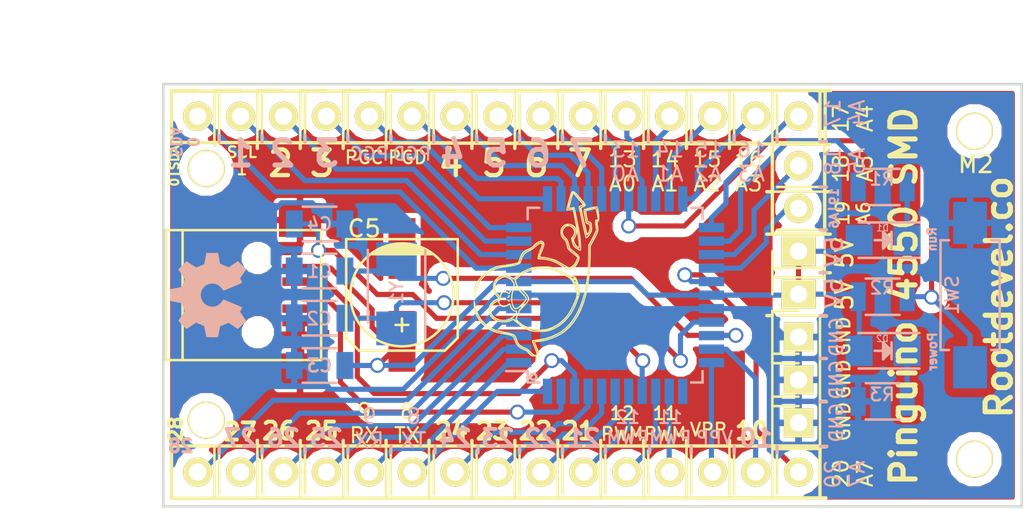
<source format=kicad_pcb>
(kicad_pcb (version 4) (host pcbnew 4.0.4+dfsg1-stable)

  (general
    (links 69)
    (no_connects 0)
    (area 64.186999 47.422999 115.137001 72.592001)
    (thickness 1.6)
    (drawings 174)
    (tracks 322)
    (zones 0)
    (modules 57)
    (nets 44)
  )

  (page USLetter portrait)
  (title_block
    (title "Pinguino 4550 SMD")
    (date 2016-12-21)
    (rev 1A)
    (company Rootdevel)
    (comment 1 Hackerspace)
    (comment 2 fAnDrEs)
  )

  (layers
    (0 F.Cu signal)
    (31 B.Cu signal)
    (32 B.Adhes user)
    (33 F.Adhes user)
    (34 B.Paste user)
    (35 F.Paste user)
    (36 B.SilkS user)
    (37 F.SilkS user)
    (38 B.Mask user)
    (39 F.Mask user)
    (40 Dwgs.User user)
    (41 Cmts.User user)
    (42 Eco1.User user)
    (43 Eco2.User user)
    (44 Edge.Cuts user)
    (45 Margin user)
    (46 B.CrtYd user)
    (47 F.CrtYd user)
    (48 B.Fab user)
    (49 F.Fab user)
  )

  (setup
    (last_trace_width 0.3048)
    (user_trace_width 0.3048)
    (user_trace_width 0.381)
    (user_trace_width 0.4318)
    (user_trace_width 0.508)
    (user_trace_width 0.6096)
    (user_trace_width 0.8128)
    (trace_clearance 0.508)
    (zone_clearance 0.3302)
    (zone_45_only no)
    (trace_min 0.3048)
    (segment_width 0.2)
    (edge_width 0.15)
    (via_size 0.889)
    (via_drill 0.635)
    (via_min_size 0.381)
    (via_min_drill 0.3302)
    (user_via 0.508 0.3302)
    (user_via 0.8128 0.508)
    (user_via 1.016 0.4064)
    (user_via 1.2192 0.8128)
    (uvia_size 0.508)
    (uvia_drill 0.127)
    (uvias_allowed no)
    (uvia_min_size 0)
    (uvia_min_drill 0)
    (pcb_text_width 0.3)
    (pcb_text_size 1.5 1.5)
    (mod_edge_width 0.15)
    (mod_text_size 1 1)
    (mod_text_width 0.15)
    (pad_size 2.5 2)
    (pad_drill 0)
    (pad_to_mask_clearance 0.2)
    (aux_axis_origin 100 60)
    (visible_elements FFFFFF7F)
    (pcbplotparams
      (layerselection 0x010f0_80000001)
      (usegerberextensions false)
      (excludeedgelayer true)
      (linewidth 0.100000)
      (plotframeref false)
      (viasonmask false)
      (mode 1)
      (useauxorigin false)
      (hpglpennumber 1)
      (hpglpenspeed 20)
      (hpglpendiameter 15)
      (hpglpenoverlay 2)
      (psnegative false)
      (psa4output false)
      (plotreference true)
      (plotvalue true)
      (plotinvisibletext false)
      (padsonsilk false)
      (subtractmaskfromsilk false)
      (outputformat 1)
      (mirror false)
      (drillshape 0)
      (scaleselection 1)
      (outputdirectory PCB))
  )

  (net 0 "")
  (net 1 GND)
  (net 2 /OSC0)
  (net 3 /OSC1)
  (net 4 VCC)
  (net 5 /VUSB)
  (net 6 "Net-(D1-Pad1)")
  (net 7 "Net-(D2-Pad1)")
  (net 8 /D-)
  (net 9 /D+)
  (net 10 /PIN0/SDA)
  (net 11 /PIN1/SCL)
  (net 12 /PIN15/A2)
  (net 13 /PIN2)
  (net 14 /PIN16/A3)
  (net 15 /PIN3)
  (net 16 /PIN17/A4)
  (net 17 /PIN4)
  (net 18 /PIN18/A5)
  (net 19 /PIN5)
  (net 20 /PIN19/A6)
  (net 21 /PIN6)
  (net 22 /PIN20/A7)
  (net 23 /PIN7)
  (net 24 /PIN21)
  (net 25 /PIN8/TX)
  (net 26 /PIN22)
  (net 27 /PIN9/RX)
  (net 28 /PIN23)
  (net 29 /PIN10)
  (net 30 /PIN24)
  (net 31 /PIN11/PWM)
  (net 32 /PIN25)
  (net 33 /PIN12/PWM)
  (net 34 /PIN26)
  (net 35 /PIN13/A0)
  (net 36 /PIN27)
  (net 37 /PIN14/A1)
  (net 38 /PIN28)
  (net 39 /ICSP-VPP)
  (net 40 /ICSP_PGD)
  (net 41 /ICSP_PGC)
  (net 42 /RA4)
  (net 43 /MCLR)

  (net_class Default "This is the default net class."
    (clearance 0.508)
    (trace_width 0.3048)
    (via_dia 0.889)
    (via_drill 0.635)
    (uvia_dia 0.508)
    (uvia_drill 0.127)
    (add_net /D+)
    (add_net /D-)
    (add_net /ICSP-VPP)
    (add_net /ICSP_PGC)
    (add_net /ICSP_PGD)
    (add_net /MCLR)
    (add_net /OSC0)
    (add_net /OSC1)
    (add_net /PIN0/SDA)
    (add_net /PIN1/SCL)
    (add_net /PIN10)
    (add_net /PIN11/PWM)
    (add_net /PIN12/PWM)
    (add_net /PIN13/A0)
    (add_net /PIN14/A1)
    (add_net /PIN15/A2)
    (add_net /PIN16/A3)
    (add_net /PIN17/A4)
    (add_net /PIN18/A5)
    (add_net /PIN19/A6)
    (add_net /PIN2)
    (add_net /PIN20/A7)
    (add_net /PIN21)
    (add_net /PIN22)
    (add_net /PIN23)
    (add_net /PIN24)
    (add_net /PIN25)
    (add_net /PIN26)
    (add_net /PIN27)
    (add_net /PIN28)
    (add_net /PIN3)
    (add_net /PIN4)
    (add_net /PIN5)
    (add_net /PIN6)
    (add_net /PIN7)
    (add_net /PIN8/TX)
    (add_net /PIN9/RX)
    (add_net /RA4)
    (add_net /VUSB)
    (add_net GND)
    (add_net "Net-(D1-Pad1)")
    (add_net "Net-(D2-Pad1)")
    (add_net VCC)
  )

  (net_class Power ""
    (clearance 0.3048)
    (trace_width 0.4318)
    (via_dia 1.397)
    (via_drill 1.016)
    (uvia_dia 1.016)
    (uvia_drill 0.254)
  )

  (module LOGO (layer B.Cu) (tedit 0) (tstamp 58ACC675)
    (at 66.9036 59.9948 270)
    (fp_text reference G*** (at 0 -2.65176 270) (layer B.SilkS) hide
      (effects (font (size 0.22606 0.22606) (thickness 0.04318)) (justify mirror))
    )
    (fp_text value LOGO (at 0 2.65176 270) (layer B.SilkS) hide
      (effects (font (size 0.22606 0.22606) (thickness 0.04318)) (justify mirror))
    )
    (fp_poly (pts (xy -1.51384 -2.24536) (xy -1.48844 -2.23012) (xy -1.43002 -2.19456) (xy -1.3462 -2.13868)
      (xy -1.24714 -2.07264) (xy -1.14808 -2.0066) (xy -1.0668 -1.95326) (xy -1.01092 -1.91516)
      (xy -0.98552 -1.90246) (xy -0.97282 -1.90754) (xy -0.9271 -1.9304) (xy -0.85852 -1.96596)
      (xy -0.81788 -1.98628) (xy -0.75692 -2.01168) (xy -0.7239 -2.0193) (xy -0.71882 -2.00914)
      (xy -0.69596 -1.96088) (xy -0.6604 -1.8796) (xy -0.61468 -1.77038) (xy -0.5588 -1.64338)
      (xy -0.50292 -1.50876) (xy -0.4445 -1.36906) (xy -0.38862 -1.23444) (xy -0.34036 -1.11506)
      (xy -0.29972 -1.01854) (xy -0.27432 -0.94996) (xy -0.26416 -0.92202) (xy -0.2667 -0.9144)
      (xy -0.29972 -0.88392) (xy -0.35306 -0.84328) (xy -0.47244 -0.74676) (xy -0.58928 -0.60198)
      (xy -0.6604 -0.43688) (xy -0.68326 -0.25146) (xy -0.66294 -0.08128) (xy -0.5969 0.08128)
      (xy -0.4826 0.2286) (xy -0.3429 0.33782) (xy -0.18034 0.4064) (xy 0 0.42926)
      (xy 0.17272 0.40894) (xy 0.34036 0.3429) (xy 0.48768 0.23114) (xy 0.55118 0.16002)
      (xy 0.63754 0.01016) (xy 0.6858 -0.14732) (xy 0.69088 -0.18796) (xy 0.68326 -0.36322)
      (xy 0.63246 -0.5334) (xy 0.53848 -0.68326) (xy 0.40894 -0.80772) (xy 0.3937 -0.81788)
      (xy 0.33528 -0.8636) (xy 0.29464 -0.89408) (xy 0.26416 -0.91948) (xy 0.48768 -1.45796)
      (xy 0.52324 -1.54178) (xy 0.5842 -1.6891) (xy 0.63754 -1.8161) (xy 0.68072 -1.9177)
      (xy 0.7112 -1.98374) (xy 0.7239 -2.01168) (xy 0.7239 -2.01422) (xy 0.74422 -2.01676)
      (xy 0.78486 -2.00152) (xy 0.86106 -1.96596) (xy 0.90932 -1.94056) (xy 0.96774 -1.91262)
      (xy 0.99314 -1.90246) (xy 1.016 -1.91516) (xy 1.06934 -1.95072) (xy 1.15062 -2.00406)
      (xy 1.24714 -2.06756) (xy 1.33858 -2.13106) (xy 1.4224 -2.18694) (xy 1.48336 -2.22504)
      (xy 1.51384 -2.24282) (xy 1.51892 -2.24282) (xy 1.54432 -2.22758) (xy 1.59258 -2.18694)
      (xy 1.66624 -2.11836) (xy 1.77038 -2.01422) (xy 1.78562 -1.99898) (xy 1.87198 -1.91262)
      (xy 1.94056 -1.83896) (xy 1.98628 -1.78816) (xy 2.00406 -1.7653) (xy 2.00406 -1.7653)
      (xy 1.98882 -1.73482) (xy 1.95072 -1.67386) (xy 1.89484 -1.5875) (xy 1.82626 -1.48844)
      (xy 1.64846 -1.22936) (xy 1.74498 -0.98552) (xy 1.77546 -0.90932) (xy 1.81356 -0.82042)
      (xy 1.8415 -0.75438) (xy 1.85674 -0.72644) (xy 1.88214 -0.71628) (xy 1.95072 -0.70104)
      (xy 2.04724 -0.68072) (xy 2.16154 -0.6604) (xy 2.2733 -0.64008) (xy 2.37236 -0.61976)
      (xy 2.44348 -0.60706) (xy 2.4765 -0.59944) (xy 2.48412 -0.59436) (xy 2.49174 -0.57912)
      (xy 2.49428 -0.5461) (xy 2.49682 -0.48514) (xy 2.49936 -0.39116) (xy 2.49936 -0.25146)
      (xy 2.49936 -0.23622) (xy 2.49682 -0.10668) (xy 2.49428 0) (xy 2.49174 0.06604)
      (xy 2.48666 0.09398) (xy 2.48666 0.09398) (xy 2.45618 0.1016) (xy 2.38506 0.11684)
      (xy 2.286 0.13462) (xy 2.16662 0.15748) (xy 2.159 0.16002) (xy 2.04216 0.18288)
      (xy 1.9431 0.2032) (xy 1.87198 0.21844) (xy 1.84404 0.2286) (xy 1.83642 0.23622)
      (xy 1.81356 0.28194) (xy 1.78054 0.3556) (xy 1.7399 0.4445) (xy 1.7018 0.53848)
      (xy 1.66878 0.6223) (xy 1.64592 0.68326) (xy 1.6383 0.7112) (xy 1.64084 0.71374)
      (xy 1.65862 0.74168) (xy 1.69926 0.80264) (xy 1.75514 0.88646) (xy 1.82372 0.98806)
      (xy 1.8288 0.99568) (xy 1.89738 1.09474) (xy 1.95326 1.1811) (xy 1.98882 1.23952)
      (xy 2.00406 1.26746) (xy 2.00406 1.27) (xy 1.9812 1.30048) (xy 1.9304 1.35636)
      (xy 1.85674 1.43256) (xy 1.77038 1.52146) (xy 1.74244 1.54686) (xy 1.64338 1.64338)
      (xy 1.57734 1.70434) (xy 1.53416 1.73736) (xy 1.51384 1.74498) (xy 1.51384 1.74498)
      (xy 1.48336 1.7272) (xy 1.41986 1.68656) (xy 1.33604 1.62814) (xy 1.23444 1.55956)
      (xy 1.22682 1.55448) (xy 1.12776 1.4859) (xy 1.04394 1.43002) (xy 0.98552 1.38938)
      (xy 0.95758 1.37414) (xy 0.95504 1.37414) (xy 0.9144 1.38684) (xy 0.84328 1.41224)
      (xy 0.75438 1.44526) (xy 0.66294 1.48336) (xy 0.57912 1.51892) (xy 0.51562 1.54686)
      (xy 0.48514 1.56464) (xy 0.48514 1.56464) (xy 0.47498 1.6002) (xy 0.4572 1.6764)
      (xy 0.43688 1.778) (xy 0.41148 1.89992) (xy 0.40894 1.92024) (xy 0.38608 2.03962)
      (xy 0.3683 2.13868) (xy 0.35306 2.20726) (xy 0.34544 2.2352) (xy 0.3302 2.23774)
      (xy 0.27178 2.24282) (xy 0.18288 2.24536) (xy 0.07366 2.24536) (xy -0.0381 2.24536)
      (xy -0.14732 2.24282) (xy -0.2413 2.24028) (xy -0.30988 2.2352) (xy -0.33782 2.23012)
      (xy -0.33782 2.22758) (xy -0.34798 2.18948) (xy -0.36576 2.11582) (xy -0.38608 2.01168)
      (xy -0.40894 1.88976) (xy -0.41402 1.8669) (xy -0.43688 1.75006) (xy -0.4572 1.651)
      (xy -0.4699 1.58496) (xy -0.47752 1.55702) (xy -0.49022 1.55194) (xy -0.53848 1.53162)
      (xy -0.61722 1.4986) (xy -0.71628 1.45796) (xy -0.94488 1.36652) (xy -1.22682 1.55702)
      (xy -1.25222 1.5748) (xy -1.35382 1.64338) (xy -1.4351 1.69926) (xy -1.49352 1.73736)
      (xy -1.51638 1.75006) (xy -1.51892 1.75006) (xy -1.54686 1.72466) (xy -1.60274 1.67132)
      (xy -1.67894 1.59766) (xy -1.76784 1.5113) (xy -1.83134 1.44526) (xy -1.91008 1.36652)
      (xy -1.95834 1.31318) (xy -1.98628 1.28016) (xy -1.9939 1.25984) (xy -1.99136 1.2446)
      (xy -1.97358 1.21666) (xy -1.93294 1.1557) (xy -1.87452 1.06934) (xy -1.80594 0.97028)
      (xy -1.75006 0.88646) (xy -1.6891 0.79248) (xy -1.651 0.72644) (xy -1.63576 0.69342)
      (xy -1.64084 0.68072) (xy -1.65862 0.62484) (xy -1.69418 0.54102) (xy -1.73482 0.44196)
      (xy -1.83388 0.22098) (xy -1.97866 0.19304) (xy -2.06756 0.17526) (xy -2.18948 0.1524)
      (xy -2.30886 0.12954) (xy -2.49174 0.09398) (xy -2.49936 -0.58166) (xy -2.47142 -0.59436)
      (xy -2.44348 -0.60198) (xy -2.3749 -0.61722) (xy -2.27838 -0.63754) (xy -2.16154 -0.65786)
      (xy -2.06502 -0.67564) (xy -1.96596 -0.69596) (xy -1.89484 -0.70866) (xy -1.86436 -0.71628)
      (xy -1.8542 -0.72644) (xy -1.83134 -0.7747) (xy -1.79578 -0.8509) (xy -1.75514 -0.94234)
      (xy -1.71704 -1.03632) (xy -1.68148 -1.12522) (xy -1.65862 -1.19126) (xy -1.64846 -1.22428)
      (xy -1.66116 -1.25222) (xy -1.69926 -1.31064) (xy -1.7526 -1.39192) (xy -1.82118 -1.49098)
      (xy -1.88722 -1.5875) (xy -1.94564 -1.67132) (xy -1.98374 -1.73228) (xy -2.00152 -1.76022)
      (xy -1.99136 -1.778) (xy -1.95326 -1.82626) (xy -1.8796 -1.90246) (xy -1.76784 -2.01168)
      (xy -1.75006 -2.02946) (xy -1.6637 -2.11328) (xy -1.59004 -2.18186) (xy -1.5367 -2.22758)
      (xy -1.51384 -2.24536)) (layer B.SilkS) (width 0.00254))
  )

  (module LOGO (layer F.Cu) (tedit 0) (tstamp 58ACC001)
    (at 86.3346 58.7502 90)
    (fp_text reference G*** (at 0 0 90) (layer F.SilkS) hide
      (effects (font (thickness 0.3)))
    )
    (fp_text value LOGO (at 0.75 0 90) (layer F.SilkS) hide
      (effects (font (thickness 0.3)))
    )
    (fp_poly (pts (xy -0.983831 -3.696126) (xy -0.887694 -3.690524) (xy -0.811275 -3.676336) (xy -0.736211 -3.649594)
      (xy -0.644141 -3.60633) (xy -0.60299 -3.585793) (xy -0.319247 -3.41378) (xy -0.065779 -3.20013)
      (xy 0.151373 -2.951828) (xy 0.326169 -2.67586) (xy 0.452569 -2.379214) (xy 0.459857 -2.356556)
      (xy 0.481483 -2.268011) (xy 0.504174 -2.142541) (xy 0.524691 -1.999503) (xy 0.535455 -1.905)
      (xy 0.553034 -1.760374) (xy 0.577029 -1.604254) (xy 0.605005 -1.448789) (xy 0.634526 -1.306127)
      (xy 0.663155 -1.188418) (xy 0.688457 -1.10781) (xy 0.700172 -1.083541) (xy 0.73502 -1.061328)
      (xy 0.808964 -1.029661) (xy 0.906915 -0.994906) (xy 0.920783 -0.990443) (xy 1.09368 -0.928052)
      (xy 1.224168 -0.859281) (xy 1.324574 -0.772688) (xy 1.407224 -0.656828) (xy 1.484446 -0.500258)
      (xy 1.507534 -0.445724) (xy 1.573446 -0.31092) (xy 1.649945 -0.210162) (xy 1.713604 -0.151686)
      (xy 1.796227 -0.06771) (xy 1.873558 0.038553) (xy 1.935165 0.149677) (xy 1.970618 0.248236)
      (xy 1.97528 0.285471) (xy 1.958894 0.337703) (xy 1.918671 0.403269) (xy 1.914581 0.408571)
      (xy 1.869622 0.456432) (xy 1.820904 0.475904) (xy 1.745012 0.474893) (xy 1.724081 0.472884)
      (xy 1.640884 0.455139) (xy 1.526166 0.418619) (xy 1.398931 0.36971) (xy 1.336828 0.342729)
      (xy 1.224657 0.293185) (xy 1.130354 0.254044) (xy 1.066536 0.23041) (xy 1.04755 0.225777)
      (xy 1.027329 0.25134) (xy 1.016468 0.317894) (xy 1.015629 0.345722) (xy 1.006053 0.469395)
      (xy 0.980936 0.625828) (xy 0.944763 0.795008) (xy 0.902017 0.956922) (xy 0.857184 1.091557)
      (xy 0.838688 1.135415) (xy 0.796199 1.219074) (xy 0.732551 1.334819) (xy 0.656591 1.466925)
      (xy 0.582377 1.591128) (xy 0.511334 1.710753) (xy 0.452668 1.815537) (xy 0.412079 1.89486)
      (xy 0.395265 1.938104) (xy 0.395111 1.940063) (xy 0.416115 2.017215) (xy 0.470801 2.109351)
      (xy 0.546681 2.198985) (xy 0.628475 2.266839) (xy 0.707194 2.312598) (xy 0.797771 2.35764)
      (xy 0.885559 2.395708) (xy 0.95591 2.420544) (xy 0.994179 2.425891) (xy 0.996654 2.42413)
      (xy 1.016134 2.399004) (xy 1.063738 2.338549) (xy 1.132473 2.251623) (xy 1.215345 2.147086)
      (xy 1.221833 2.138913) (xy 1.3176 2.020576) (xy 1.389241 1.93945) (xy 1.445976 1.887204)
      (xy 1.497025 1.855508) (xy 1.551608 1.836031) (xy 1.559308 1.833998) (xy 1.719963 1.791727)
      (xy 1.83531 1.758129) (xy 1.915028 1.72915) (xy 1.968803 1.700742) (xy 2.006314 1.668852)
      (xy 2.032661 1.63596) (xy 2.13752 1.532697) (xy 2.223489 1.48903) (xy 2.467574 1.48903)
      (xy 2.495315 1.493549) (xy 2.531919 1.48836) (xy 2.532356 1.478726) (xy 2.494584 1.471989)
      (xy 2.478264 1.476498) (xy 2.467574 1.48903) (xy 2.223489 1.48903) (xy 2.271547 1.46462)
      (xy 2.421669 1.432322) (xy 2.57481 1.436397) (xy 2.717898 1.477439) (xy 2.837857 1.55604)
      (xy 2.876079 1.597676) (xy 2.950606 1.733537) (xy 2.978786 1.882501) (xy 2.962691 2.03189)
      (xy 2.904393 2.169024) (xy 2.805962 2.281225) (xy 2.75898 2.314374) (xy 2.707649 2.34952)
      (xy 2.691239 2.369141) (xy 2.695222 2.37061) (xy 2.73052 2.365553) (xy 2.812283 2.351368)
      (xy 2.931569 2.329685) (xy 3.05958 2.305832) (xy 3.43251 2.305832) (xy 3.471333 2.309766)
      (xy 3.511398 2.305331) (xy 3.506611 2.295531) (xy 3.44883 2.291803) (xy 3.436056 2.295531)
      (xy 3.43251 2.305832) (xy 3.05958 2.305832) (xy 3.079432 2.302133) (xy 3.177452 2.283527)
      (xy 3.541889 2.283527) (xy 3.679671 2.268364) (xy 3.774539 2.254375) (xy 3.85417 2.23665)
      (xy 3.877227 2.229056) (xy 3.918188 2.210877) (xy 3.907515 2.205736) (xy 3.880556 2.205831)
      (xy 3.820987 2.213619) (xy 3.73284 2.232396) (xy 3.683 2.245139) (xy 3.541889 2.283527)
      (xy 3.177452 2.283527) (xy 3.246929 2.270339) (xy 3.269081 2.266094) (xy 3.814718 2.161424)
      (xy 3.797497 2.075545) (xy 3.772131 1.943694) (xy 3.759416 1.857858) (xy 3.816974 1.857858)
      (xy 3.820815 1.88418) (xy 3.835278 1.944261) (xy 3.851815 2.027097) (xy 3.853969 2.039055)
      (xy 3.871326 2.117583) (xy 3.883824 2.142684) (xy 3.888586 2.117342) (xy 3.882735 2.04454)
      (xy 3.878447 2.013668) (xy 3.865227 1.925506) (xy 4.123365 1.925506) (xy 4.134556 1.933509)
      (xy 4.184114 1.952188) (xy 4.268992 1.979334) (xy 4.373076 2.010342) (xy 4.480257 2.040604)
      (xy 4.574423 2.065515) (xy 4.639463 2.080469) (xy 4.656667 2.082783) (xy 4.652503 2.075228)
      (xy 4.604059 2.055089) (xy 4.521045 2.026251) (xy 4.491584 2.016717) (xy 4.389027 1.985679)
      (xy 4.290214 1.958542) (xy 4.205857 1.937803) (xy 4.14667 1.925959) (xy 4.123365 1.925506)
      (xy 3.865227 1.925506) (xy 3.85877 1.882447) (xy 3.982551 1.899734) (xy 4.043375 1.905006)
      (xy 4.056009 1.898868) (xy 4.026699 1.88484) (xy 3.961689 1.866441) (xy 3.899931 1.853163)
      (xy 3.837773 1.845103) (xy 3.816974 1.857858) (xy 3.759416 1.857858) (xy 3.759355 1.857452)
      (xy 3.759227 1.807391) (xy 3.771805 1.784084) (xy 3.797149 1.778103) (xy 3.799337 1.778089)
      (xy 3.851807 1.785726) (xy 3.94644 1.806421) (xy 4.071345 1.836989) (xy 4.214627 1.874247)
      (xy 4.364395 1.91501) (xy 4.508756 1.956092) (xy 4.635815 1.994312) (xy 4.733681 2.026482)
      (xy 4.752322 2.033255) (xy 4.854641 2.081093) (xy 4.907716 2.133522) (xy 4.911717 2.19646)
      (xy 4.866813 2.275825) (xy 4.773175 2.377537) (xy 4.7625 2.387858) (xy 4.657845 2.485369)
      (xy 4.538314 2.592078) (xy 4.416209 2.697462) (xy 4.303837 2.791001) (xy 4.213501 2.862171)
      (xy 4.177665 2.887969) (xy 4.105651 2.926634) (xy 4.053404 2.923422) (xy 4.009093 2.873502)
      (xy 4.004645 2.864555) (xy 4.064 2.864555) (xy 4.078111 2.878666) (xy 4.092222 2.864555)
      (xy 4.078111 2.850444) (xy 4.064 2.864555) (xy 4.004645 2.864555) (xy 3.994825 2.844804)
      (xy 4.120444 2.844804) (xy 4.121829 2.849667) (xy 4.129868 2.847179) (xy 4.15039 2.832593)
      (xy 4.189222 2.801163) (xy 4.252193 2.748141) (xy 4.34513 2.668783) (xy 4.473861 2.55834)
      (xy 4.504864 2.531718) (xy 4.614497 2.436481) (xy 4.710889 2.350717) (xy 4.784617 2.282953)
      (xy 4.82626 2.241714) (xy 4.829419 2.238018) (xy 4.822116 2.239452) (xy 4.778044 2.273029)
      (xy 4.703111 2.333955) (xy 4.603224 2.417432) (xy 4.494389 2.510009) (xy 4.372926 2.614865)
      (xy 4.267941 2.706994) (xy 4.186347 2.780205) (xy 4.135055 2.82831) (xy 4.120444 2.844804)
      (xy 3.994825 2.844804) (xy 3.975176 2.805285) (xy 3.93714 2.727936) (xy 3.904284 2.691929)
      (xy 3.863131 2.685332) (xy 3.842707 2.688022) (xy 3.735772 2.707675) (xy 3.598602 2.735508)
      (xy 3.439604 2.769546) (xy 3.267187 2.807815) (xy 3.089758 2.848339) (xy 2.915725 2.889142)
      (xy 2.753495 2.928249) (xy 2.611477 2.963685) (xy 2.498079 2.993474) (xy 2.421708 3.015641)
      (xy 2.390772 3.02821) (xy 2.390597 3.029192) (xy 2.435348 3.065353) (xy 2.51599 3.103564)
      (xy 2.612742 3.13654) (xy 2.705829 3.156996) (xy 2.746466 3.160269) (xy 2.866176 3.146581)
      (xy 2.938889 3.104368) (xy 2.963333 3.034561) (xy 2.973658 2.975356) (xy 2.990975 2.949581)
      (xy 3.030688 2.936435) (xy 3.112834 2.916202) (xy 3.224247 2.891528) (xy 3.351761 2.865058)
      (xy 3.482211 2.83944) (xy 3.602431 2.81732) (xy 3.699254 2.801343) (xy 3.759516 2.794157)
      (xy 3.764996 2.794) (xy 3.800565 2.800776) (xy 3.828274 2.828525) (xy 3.854879 2.888379)
      (xy 3.887138 2.991467) (xy 3.88921 2.998611) (xy 3.932737 3.160397) (xy 3.967455 3.31183)
      (xy 3.991356 3.441995) (xy 4.002433 3.539978) (xy 3.998817 3.59451) (xy 3.961184 3.625086)
      (xy 3.879256 3.655471) (xy 3.765136 3.683174) (xy 3.630925 3.705704) (xy 3.488725 3.720568)
      (xy 3.363371 3.725333) (xy 3.247704 3.723451) (xy 3.174845 3.715831) (xy 3.131225 3.699507)
      (xy 3.103275 3.671515) (xy 3.100831 3.667977) (xy 3.089517 3.654777) (xy 3.160889 3.654777)
      (xy 3.175 3.668889) (xy 3.181747 3.662141) (xy 3.540018 3.662141) (xy 3.567759 3.66666)
      (xy 3.604364 3.661472) (xy 3.604801 3.651838) (xy 3.567029 3.6451) (xy 3.550708 3.64961)
      (xy 3.540018 3.662141) (xy 3.181747 3.662141) (xy 3.189111 3.654777) (xy 3.175 3.640666)
      (xy 3.160889 3.654777) (xy 3.089517 3.654777) (xy 3.073754 3.636387) (xy 3.687353 3.636387)
      (xy 3.693837 3.638497) (xy 3.74473 3.632176) (xy 3.821877 3.613783) (xy 3.842003 3.607977)
      (xy 3.914291 3.579742) (xy 3.945423 3.54401) (xy 3.950695 3.502143) (xy 3.950279 3.429)
      (xy 3.914972 3.498776) (xy 3.855259 3.561613) (xy 3.767222 3.60244) (xy 3.707672 3.623187)
      (xy 3.687353 3.636387) (xy 3.073754 3.636387) (xy 3.073224 3.635769) (xy 3.036868 3.623383)
      (xy 2.974423 3.628255) (xy 2.910092 3.639755) (xy 2.787551 3.660864) (xy 2.683377 3.670643)
      (xy 2.587351 3.666459) (xy 2.489254 3.645679) (xy 2.378864 3.60567) (xy 2.245964 3.5438)
      (xy 2.080332 3.457436) (xy 1.969688 3.397511) (xy 1.639265 3.217333) (xy 1.165355 3.217054)
      (xy 0.514175 3.200973) (xy -0.096607 3.153734) (xy -0.633564 3.080117) (xy -0.183444 3.080117)
      (xy -0.014111 3.104578) (xy 0.059968 3.111919) (xy 0.180895 3.119928) (xy 0.339083 3.128149)
      (xy 0.524945 3.136124) (xy 0.728897 3.143398) (xy 0.917222 3.148896) (xy 1.679222 3.168753)
      (xy 2.005529 3.34602) (xy 2.190853 3.445305) (xy 2.337058 3.51885) (xy 2.45379 3.569337)
      (xy 2.550694 3.599448) (xy 2.637418 3.611867) (xy 2.723606 3.609277) (xy 2.818906 3.59436)
      (xy 2.864556 3.584938) (xy 2.908652 3.573724) (xy 2.904624 3.568758) (xy 2.849604 3.569744)
      (xy 2.765778 3.574694) (xy 2.666836 3.57995) (xy 2.592033 3.577485) (xy 2.524024 3.563135)
      (xy 2.445464 3.532736) (xy 2.339011 3.482125) (xy 2.300111 3.462907) (xy 2.166591 3.395366)
      (xy 2.028969 3.323436) (xy 1.910282 3.259227) (xy 1.874473 3.239107) (xy 1.702835 3.141102)
      (xy 0.957251 3.123242) (xy 0.745347 3.117863) (xy 0.541062 3.112116) (xy 0.354577 3.10633)
      (xy 0.196075 3.100835) (xy 0.075736 3.095961) (xy 0.014111 3.092749) (xy -0.183444 3.080117)
      (xy -0.633564 3.080117) (xy -0.666088 3.075658) (xy -0.87673 3.032276) (xy -0.577006 3.032276)
      (xy -0.526984 3.04399) (xy -0.508 3.048) (xy -0.409864 3.062255) (xy -0.304257 3.068914)
      (xy -0.296333 3.068974) (xy -0.183444 3.069157) (xy -0.310444 3.046559) (xy -0.409866 3.032647)
      (xy -0.501566 3.025746) (xy -0.522111 3.025585) (xy -0.574605 3.027376) (xy -0.577006 3.032276)
      (xy -0.87673 3.032276) (xy -1.193364 2.967065) (xy -1.267178 2.945906) (xy -0.994064 2.945906)
      (xy -0.959026 2.959103) (xy -0.896822 2.975889) (xy -0.821609 2.992867) (xy -0.747545 3.00664)
      (xy -0.688786 3.013812) (xy -0.677333 3.014176) (xy -0.664973 3.008868) (xy -0.700257 2.995124)
      (xy -0.775549 2.975911) (xy -0.776111 2.975784) (xy -0.873154 2.955703) (xy -0.951681 2.942695)
      (xy -0.987778 2.939695) (xy -0.994064 2.945906) (xy -1.267178 2.945906) (xy -1.677533 2.828277)
      (xy -2.117692 2.659613) (xy -2.512939 2.461395) (xy -2.86237 2.233944) (xy -3.165083 1.97758)
      (xy -3.420174 1.692624) (xy -3.521149 1.552222) (xy -3.634648 1.361187) (xy -3.741709 1.141604)
      (xy -3.837388 0.907257) (xy -3.916736 0.67193) (xy -3.974808 0.449408) (xy -4.006657 0.253474)
      (xy -4.009089 0.215596) (xy -3.936803 0.215596) (xy -3.933447 0.268111) (xy -3.900123 0.490109)
      (xy -3.835467 0.736788) (xy -3.745511 0.990524) (xy -3.636289 1.233692) (xy -3.54795 1.39425)
      (xy -3.348534 1.67588) (xy -3.100717 1.943882) (xy -2.812257 2.190317) (xy -2.669588 2.293202)
      (xy -2.50263 2.395346) (xy -2.296057 2.503163) (xy -2.065259 2.609651) (xy -1.825625 2.707813)
      (xy -1.592545 2.790648) (xy -1.538111 2.807832) (xy -1.406792 2.848188) (xy -1.294472 2.882819)
      (xy -1.212512 2.908212) (xy -1.172275 2.920857) (xy -1.171222 2.921205) (xy -1.12092 2.929619)
      (xy -1.086556 2.931555) (xy -1.089918 2.924731) (xy -1.139453 2.905437) (xy -1.227007 2.876507)
      (xy -1.344423 2.840781) (xy -1.364073 2.835021) (xy -1.824744 2.681786) (xy -2.235576 2.504733)
      (xy -2.598637 2.302217) (xy -2.915995 2.072594) (xy -3.189717 1.814219) (xy -3.42187 1.52545)
      (xy -3.614522 1.204641) (xy -3.729451 0.954083) (xy -3.787935 0.78876) (xy -3.846138 0.584987)
      (xy -3.899299 0.360581) (xy -3.931544 0.197555) (xy -3.936721 0.182046) (xy -3.936803 0.215596)
      (xy -4.009089 0.215596) (xy -4.010895 0.187489) (xy -4.017534 0.091341) (xy -4.029574 0.005433)
      (xy -4.032061 -0.006264) (xy -4.049889 -0.083083) (xy -4.345376 0.044444) (xy -4.497738 0.106907)
      (xy -4.611775 0.145207) (xy -4.698525 0.162557) (xy -4.754598 0.163597) (xy -4.868333 0.155222)
      (xy -4.870263 0.104431) (xy -4.840111 0.104431) (xy -4.761353 0.10866) (xy -4.704682 0.099796)
      (xy -4.609919 0.072531) (xy -4.490638 0.031188) (xy -4.370097 -0.015903) (xy -4.245329 -0.064976)
      (xy -4.137685 -0.102947) (xy -4.058785 -0.126009) (xy -4.020503 -0.130459) (xy -3.989546 -0.094669)
      (xy -3.971486 -0.036945) (xy -3.963636 0.005078) (xy -3.958826 -0.003485) (xy -3.95534 -0.0635)
      (xy -3.957014 -0.119234) (xy -3.972083 -0.153494) (xy -4.007665 -0.165959) (xy -4.070875 -0.156306)
      (xy -4.168831 -0.124215) (xy -4.308648 -0.069363) (xy -4.368536 -0.044833) (xy -4.497574 0.006401)
      (xy -4.61548 0.049768) (xy -4.707918 0.080194) (xy -4.755444 0.092049) (xy -4.840111 0.104431)
      (xy -4.870263 0.104431) (xy -4.876513 -0.059999) (xy -4.879029 -0.172855) (xy -4.874984 -0.227273)
      (xy -4.822781 -0.227273) (xy -4.791304 -0.248384) (xy -4.725829 -0.305856) (xy -4.648379 -0.379023)
      (xy -4.534773 -0.499067) (xy -4.45648 -0.609898) (xy -4.404092 -0.719667) (xy -4.330185 -0.882704)
      (xy -4.247923 -1.004332) (xy -4.145302 -1.095165) (xy -4.010316 -1.165813) (xy -3.830961 -1.22689)
      (xy -3.829952 -1.227183) (xy -3.726105 -1.26383) (xy -3.662461 -1.305313) (xy -3.62619 -1.355374)
      (xy -3.593018 -1.426864) (xy -3.586132 -1.457696) (xy -3.604056 -1.443954) (xy -3.639657 -1.391096)
      (xy -3.681374 -1.337523) (xy -3.739844 -1.296986) (xy -3.830614 -1.26022) (xy -3.892253 -1.240575)
      (xy -4.074798 -1.168274) (xy -4.217525 -1.070038) (xy -4.330666 -0.936275) (xy -4.424453 -0.757396)
      (xy -4.435227 -0.731625) (xy -4.49594 -0.597344) (xy -4.553259 -0.504848) (xy -4.615759 -0.440763)
      (xy -4.627466 -0.431768) (xy -4.702553 -0.370954) (xy -4.764872 -0.311602) (xy -4.775984 -0.298998)
      (xy -4.81832 -0.243739) (xy -4.822781 -0.227273) (xy -4.874984 -0.227273) (xy -4.873527 -0.246857)
      (xy -4.856177 -0.29944) (xy -4.82315 -0.348039) (xy -4.809651 -0.364402) (xy -4.741527 -0.432848)
      (xy -4.670783 -0.486125) (xy -4.659969 -0.492181) (xy -4.609968 -0.533973) (xy -4.559133 -0.611988)
      (xy -4.501963 -0.734955) (xy -4.492377 -0.758121) (xy -4.3956 -0.950833) (xy -4.277753 -1.097405)
      (xy -4.129147 -1.206981) (xy -3.940092 -1.288707) (xy -3.92497 -1.293661) (xy -3.818932 -1.329772)
      (xy -3.752533 -1.360963) (xy -3.711124 -1.397772) (xy -3.680058 -1.450738) (xy -3.667068 -1.479211)
      (xy -3.652026 -1.524) (xy -3.584222 -1.524) (xy -3.573896 -1.50077) (xy -3.565407 -1.505186)
      (xy -3.56203 -1.538679) (xy -3.565407 -1.542815) (xy -3.582186 -1.538941) (xy -3.584222 -1.524)
      (xy -3.652026 -1.524) (xy -3.641954 -1.553988) (xy -3.6239 -1.62513) (xy -3.553772 -1.62513)
      (xy -3.548583 -1.588525) (xy -3.538949 -1.588088) (xy -3.532212 -1.625861) (xy -3.536721 -1.642181)
      (xy -3.549253 -1.652871) (xy -3.553772 -1.62513) (xy -3.6239 -1.62513) (xy -3.612779 -1.668951)
      (xy -3.589626 -1.778) (xy -3.523322 -1.778) (xy -3.518887 -1.737935) (xy -3.509087 -1.742723)
      (xy -3.505359 -1.800503) (xy -3.509087 -1.813278) (xy -3.519388 -1.816824) (xy -3.523322 -1.778)
      (xy -3.589626 -1.778) (xy -3.583178 -1.808369) (xy -3.564051 -1.915648) (xy -3.497635 -1.915648)
      (xy -3.49757 -1.913246) (xy -3.491601 -1.909973) (xy -3.477153 -1.953672) (xy -3.456692 -2.035944)
      (xy -3.442288 -2.101591) (xy -3.41023 -2.239147) (xy -3.372772 -2.378111) (xy -3.336845 -2.493197)
      (xy -3.328883 -2.51536) (xy -3.225606 -2.727265) (xy -3.078531 -2.939563) (xy -2.898864 -3.139972)
      (xy -2.697811 -3.316212) (xy -2.486577 -3.456001) (xy -2.455333 -3.472741) (xy -2.378998 -3.51435)
      (xy -2.332063 -3.543926) (xy -2.324383 -3.554643) (xy -2.389671 -3.538542) (xy -2.485041 -3.48958)
      (xy -2.600495 -3.414637) (xy -2.726033 -3.320596) (xy -2.851658 -3.214338) (xy -2.939172 -3.131513)
      (xy -3.060108 -3.005942) (xy -3.149637 -2.899516) (xy -3.220074 -2.795681) (xy -3.283735 -2.677883)
      (xy -3.29714 -2.650354) (xy -3.358724 -2.504553) (xy -3.414177 -2.341223) (xy -3.458887 -2.177323)
      (xy -3.488244 -2.029812) (xy -3.497635 -1.915648) (xy -3.564051 -1.915648) (xy -3.557027 -1.955043)
      (xy -3.531051 -2.105179) (xy -3.502923 -2.248464) (xy -3.476081 -2.368395) (xy -3.454521 -2.446827)
      (xy -3.328222 -2.736808) (xy -3.153705 -3.002062) (xy -2.935775 -3.237213) (xy -2.679236 -3.436886)
      (xy -2.458016 -3.563059) (xy -2.279943 -3.563059) (xy -2.259425 -3.560386) (xy -2.206867 -3.576206)
      (xy -2.187222 -3.584223) (xy -2.155414 -3.603471) (xy -2.173111 -3.610029) (xy -2.233358 -3.596702)
      (xy -2.257778 -3.584223) (xy -2.279943 -3.563059) (xy -2.458016 -3.563059) (xy -2.455333 -3.564589)
      (xy -2.349993 -3.615088) (xy -2.340041 -3.619192) (xy -2.104426 -3.619192) (xy -2.076685 -3.614673)
      (xy -2.040081 -3.619862) (xy -2.039644 -3.629496) (xy -2.077416 -3.636233) (xy -2.093736 -3.631724)
      (xy -2.104426 -3.619192) (xy -2.340041 -3.619192) (xy -2.267791 -3.648986) (xy -2.191842 -3.670064)
      (xy -2.105259 -3.682107) (xy -1.991155 -3.688896) (xy -1.883833 -3.692612) (xy -1.75463 -3.694707)
      (xy -1.648959 -3.692662) (xy -1.577824 -3.686955) (xy -1.552222 -3.678216) (xy -1.578179 -3.663459)
      (xy -1.648255 -3.643273) (xy -1.750761 -3.620672) (xy -1.837226 -3.604742) (xy -2.157032 -3.523549)
      (xy -2.450878 -3.395271) (xy -2.714378 -3.223241) (xy -2.943146 -3.010795) (xy -3.132796 -2.761269)
      (xy -3.259648 -2.523226) (xy -3.28957 -2.439483) (xy -3.325284 -2.314472) (xy -3.363083 -2.162564)
      (xy -3.399263 -1.998133) (xy -3.413542 -1.926411) (xy -3.448684 -1.757128) (xy -3.485903 -1.601087)
      (xy -3.521864 -1.470992) (xy -3.553235 -1.379546) (xy -3.562338 -1.359369) (xy -3.599066 -1.293603)
      (xy -3.638504 -1.248627) (xy -3.695578 -1.213598) (xy -3.785217 -1.177675) (xy -3.838222 -1.159)
      (xy -3.994721 -1.09977) (xy -4.109319 -1.040017) (xy -4.194994 -0.967529) (xy -4.264725 -0.870096)
      (xy -4.331488 -0.735507) (xy -4.360772 -0.667332) (xy -4.427055 -0.532282) (xy -4.503886 -0.429254)
      (xy -4.580252 -0.357194) (xy -4.707281 -0.232094) (xy -4.779362 -0.117158) (xy -4.797778 -0.029624)
      (xy -4.792423 0.004344) (xy -4.771437 0.021308) (xy -4.727438 0.020018) (xy -4.653044 -0.00078)
      (xy -4.540874 -0.042336) (xy -4.408575 -0.095627) (xy -4.2788 -0.147297) (xy -4.159609 -0.19205)
      (xy -4.065626 -0.224553) (xy -4.01722 -0.238408) (xy -3.973867 -0.24546) (xy -3.943527 -0.239143)
      (xy -3.92251 -0.21081) (xy -3.907123 -0.151814) (xy -3.893673 -0.053508) (xy -3.879279 0.084666)
      (xy -3.810272 0.493223) (xy -3.687158 0.888303) (xy -3.511596 1.265157) (xy -3.403346 1.447328)
      (xy -3.203082 1.710714) (xy -2.952459 1.956869) (xy -2.655586 2.183363) (xy -2.316572 2.387765)
      (xy -1.939526 2.567644) (xy -1.528559 2.72057) (xy -1.087779 2.844114) (xy -1.01197 2.861618)
      (xy -0.550801 2.950576) (xy -0.066771 3.015197) (xy 0.448906 3.056329) (xy 1.005014 3.074825)
      (xy 1.203973 3.076107) (xy 1.716502 3.076222) (xy 1.92364 3.193702) (xy 2.052655 3.26433)
      (xy 2.203414 3.343112) (xy 2.346362 3.414655) (xy 2.36605 3.424168) (xy 2.601322 3.537155)
      (xy 2.613609 3.535468) (xy 3.03483 3.535468) (xy 3.040125 3.54151) (xy 3.069167 3.547695)
      (xy 3.118726 3.567129) (xy 3.132667 3.586185) (xy 3.144254 3.612021) (xy 3.146778 3.612444)
      (xy 3.159325 3.58942) (xy 3.160889 3.570111) (xy 3.136861 3.537247) (xy 3.083278 3.531621)
      (xy 3.03483 3.535468) (xy 2.613609 3.535468) (xy 2.865948 3.500823) (xy 3.013863 3.48296)
      (xy 3.114755 3.478053) (xy 3.176827 3.487389) (xy 3.208282 3.512257) (xy 3.217322 3.553944)
      (xy 3.217333 3.556) (xy 3.233428 3.609802) (xy 3.255055 3.628691) (xy 3.297717 3.628996)
      (xy 3.379461 3.61821) (xy 3.484971 3.599517) (xy 3.598931 3.576102) (xy 3.706026 3.551152)
      (xy 3.790939 3.527851) (xy 3.838354 3.509384) (xy 3.841909 3.506636) (xy 3.844129 3.472794)
      (xy 3.835236 3.399309) (xy 3.818312 3.30117) (xy 3.804318 3.232205) (xy 3.871868 3.232205)
      (xy 3.879242 3.298194) (xy 3.882123 3.314543) (xy 3.897422 3.377558) (xy 3.911297 3.405504)
      (xy 3.913985 3.404977) (xy 3.917465 3.371794) (xy 3.910092 3.305805) (xy 3.90721 3.289456)
      (xy 3.891911 3.226441) (xy 3.878036 3.198495) (xy 3.875348 3.199022) (xy 3.871868 3.232205)
      (xy 3.804318 3.232205) (xy 3.796436 3.193365) (xy 3.778555 3.116203) (xy 3.84045 3.116203)
      (xy 3.845639 3.152808) (xy 3.855273 3.153245) (xy 3.86201 3.115473) (xy 3.857501 3.099152)
      (xy 3.84497 3.088462) (xy 3.84045 3.116203) (xy 3.778555 3.116203) (xy 3.772687 3.090882)
      (xy 3.753183 3.019777) (xy 3.81 3.019777) (xy 3.820326 3.043007) (xy 3.828815 3.038592)
      (xy 3.832192 3.005099) (xy 3.828815 3.000963) (xy 3.812037 3.004837) (xy 3.81 3.019777)
      (xy 3.753183 3.019777) (xy 3.750146 3.008709) (xy 3.731893 2.961835) (xy 3.729214 2.95821)
      (xy 3.696676 2.956192) (xy 3.623486 2.964281) (xy 3.523983 2.979864) (xy 3.412505 3.000325)
      (xy 3.303392 3.023049) (xy 3.210984 3.045422) (xy 3.153833 3.063141) (xy 3.114635 3.103527)
      (xy 3.104444 3.146341) (xy 3.090954 3.208078) (xy 3.045466 3.250818) (xy 2.960456 3.278236)
      (xy 2.8284 3.294004) (xy 2.798011 3.29595) (xy 2.678345 3.300334) (xy 2.593045 3.29442)
      (xy 2.520435 3.274629) (xy 2.438837 3.237385) (xy 2.436714 3.23631) (xy 2.300148 3.158529)
      (xy 2.198723 3.083085) (xy 2.136853 3.01474) (xy 2.125015 2.977389) (xy 2.187064 2.977389)
      (xy 2.193115 2.999468) (xy 2.222612 3.027605) (xy 2.275677 3.066943) (xy 2.358313 3.119265)
      (xy 2.428838 3.159929) (xy 2.604268 3.228025) (xy 2.786078 3.246548) (xy 2.959122 3.214572)
      (xy 3.025455 3.1786) (xy 3.047704 3.126146) (xy 3.048 3.116787) (xy 3.055587 3.073016)
      (xy 3.083646 3.037997) (xy 3.140127 3.008116) (xy 3.232977 2.979759) (xy 3.370146 2.949309)
      (xy 3.451156 2.933443) (xy 3.581019 2.909325) (xy 3.666745 2.896269) (xy 3.719497 2.894026)
      (xy 3.750437 2.90235) (xy 3.770728 2.92099) (xy 3.774722 2.926249) (xy 3.801926 2.9582)
      (xy 3.809702 2.94367) (xy 3.81 2.928059) (xy 3.800304 2.884899) (xy 3.764915 2.863652)
      (xy 3.694384 2.862332) (xy 3.579258 2.878951) (xy 3.577697 2.879228) (xy 3.379696 2.915919)
      (xy 3.231693 2.947196) (xy 3.127705 2.974894) (xy 3.061753 3.000845) (xy 3.027855 3.026883)
      (xy 3.019778 3.050262) (xy 2.995641 3.12992) (xy 2.929545 3.184845) (xy 2.830964 3.213559)
      (xy 2.709371 3.214582) (xy 2.574238 3.186437) (xy 2.455545 3.138342) (xy 2.372028 3.089987)
      (xy 2.312334 3.043561) (xy 2.291752 3.014692) (xy 2.290809 3.001303) (xy 2.296896 2.988917)
      (xy 2.315102 2.976175) (xy 2.350514 2.961715) (xy 2.40822 2.944179) (xy 2.493308 2.922206)
      (xy 2.610866 2.894437) (xy 2.765983 2.85951) (xy 2.963744 2.816066) (xy 3.20924 2.762745)
      (xy 3.340794 2.734268) (xy 3.507773 2.697395) (xy 3.652132 2.664086) (xy 3.766226 2.636226)
      (xy 3.842408 2.615701) (xy 3.873033 2.604394) (xy 3.872533 2.603177) (xy 3.839573 2.606841)
      (xy 3.760001 2.62118) (xy 3.642248 2.644369) (xy 3.494747 2.674584) (xy 3.325928 2.710003)
      (xy 3.144223 2.7488) (xy 2.958064 2.789151) (xy 2.775882 2.829234) (xy 2.606108 2.867223)
      (xy 2.457174 2.901295) (xy 2.337511 2.929627) (xy 2.255551 2.950393) (xy 2.224428 2.959707)
      (xy 2.187064 2.977389) (xy 2.125015 2.977389) (xy 2.118951 2.958258) (xy 2.144677 2.921131)
      (xy 2.178782 2.910672) (xy 2.260041 2.890189) (xy 2.380414 2.861467) (xy 2.531862 2.826294)
      (xy 2.706345 2.786458) (xy 2.895822 2.743745) (xy 3.092254 2.699942) (xy 3.2876 2.656837)
      (xy 3.47382 2.616216) (xy 3.565779 2.596444) (xy 3.922889 2.596444) (xy 3.94276 2.623862)
      (xy 3.948922 2.624666) (xy 3.973711 2.648735) (xy 4.002183 2.708303) (xy 4.00818 2.725335)
      (xy 4.034986 2.795592) (xy 4.049765 2.813569) (xy 4.050574 2.782524) (xy 4.035468 2.705713)
      (xy 4.030904 2.687256) (xy 4.003657 2.612376) (xy 3.972085 2.571501) (xy 3.961789 2.568222)
      (xy 3.92649 2.584619) (xy 3.922889 2.596444) (xy 3.565779 2.596444) (xy 3.642874 2.579868)
      (xy 3.786723 2.549578) (xy 3.897327 2.527135) (xy 3.966644 2.514325) (xy 3.985256 2.512004)
      (xy 4.029401 2.539677) (xy 4.066681 2.622513) (xy 4.067569 2.625451) (xy 4.092915 2.693466)
      (xy 4.116176 2.729447) (xy 4.122794 2.731284) (xy 4.152367 2.710662) (xy 4.213378 2.661987)
      (xy 4.296782 2.593004) (xy 4.393535 2.511456) (xy 4.494591 2.42509) (xy 4.590905 2.341648)
      (xy 4.673433 2.268875) (xy 4.733128 2.214516) (xy 4.760946 2.186315) (xy 4.761798 2.184168)
      (xy 4.731614 2.172577) (xy 4.65916 2.150309) (xy 4.591545 2.130777) (xy 4.797778 2.130777)
      (xy 4.811889 2.144889) (xy 4.826 2.130777) (xy 4.811889 2.116666) (xy 4.797778 2.130777)
      (xy 4.591545 2.130777) (xy 4.555951 2.120495) (xy 4.474958 2.097851) (xy 4.722518 2.097851)
      (xy 4.726393 2.11463) (xy 4.741333 2.116666) (xy 4.764563 2.10634) (xy 4.760148 2.097851)
      (xy 4.726655 2.094474) (xy 4.722518 2.097851) (xy 4.474958 2.097851) (xy 4.433502 2.086261)
      (xy 4.303329 2.050738) (xy 4.176947 2.017054) (xy 4.06587 1.988337) (xy 3.981614 1.967716)
      (xy 3.935695 1.958321) (xy 3.930684 1.958353) (xy 3.93035 1.989182) (xy 3.940978 2.055338)
      (xy 3.947913 2.088194) (xy 3.961635 2.170397) (xy 3.963599 2.232083) (xy 3.96106 2.244336)
      (xy 3.928962 2.261531) (xy 3.845324 2.286726) (xy 3.714323 2.318909) (xy 3.540139 2.357069)
      (xy 3.32695 2.400193) (xy 3.27889 2.409539) (xy 2.994206 2.464371) (xy 2.75776 2.509331)
      (xy 2.562421 2.545511) (xy 2.401058 2.574005) (xy 2.266541 2.595905) (xy 2.151738 2.612304)
      (xy 2.049519 2.624294) (xy 1.952752 2.632968) (xy 1.854306 2.639419) (xy 1.747051 2.644739)
      (xy 1.742722 2.644933) (xy 1.580056 2.651064) (xy 1.468787 2.64923) (xy 1.403955 2.634544)
      (xy 1.380596 2.602119) (xy 1.381951 2.596444) (xy 1.437347 2.596444) (xy 1.685285 2.59136)
      (xy 1.933222 2.586275) (xy 1.721556 2.570193) (xy 1.67016 2.565123) (xy 2.008033 2.565123)
      (xy 2.012109 2.565385) (xy 2.073189 2.562032) (xy 2.173588 2.550708) (xy 2.297064 2.533404)
      (xy 2.377409 2.520655) (xy 2.492694 2.500322) (xy 2.580495 2.482533) (xy 2.63057 2.469513)
      (xy 2.63707 2.464171) (xy 2.600218 2.464922) (xy 2.519535 2.473534) (xy 2.406863 2.488557)
      (xy 2.274042 2.508541) (xy 2.271771 2.508901) (xy 2.150514 2.529243) (xy 2.061051 2.5465)
      (xy 2.011014 2.559014) (xy 2.008033 2.565123) (xy 1.67016 2.565123) (xy 1.605676 2.558762)
      (xy 1.540651 2.541287) (xy 1.521814 2.511777) (xy 1.578755 2.511777) (xy 1.713655 2.512106)
      (xy 1.797845 2.507972) (xy 1.919606 2.496541) (xy 2.060817 2.479702) (xy 2.168513 2.464672)
      (xy 2.287282 2.446943) (xy 2.698732 2.446943) (xy 2.737556 2.450877) (xy 2.777621 2.446442)
      (xy 2.772833 2.436642) (xy 2.715053 2.432914) (xy 2.702278 2.436642) (xy 2.698732 2.446943)
      (xy 2.287282 2.446943) (xy 2.460133 2.421141) (xy 2.858021 2.421141) (xy 2.864556 2.422948)
      (xy 2.917145 2.417839) (xy 3.008039 2.402855) (xy 3.12055 2.380849) (xy 3.160889 2.372247)
      (xy 3.260119 2.349213) (xy 3.326412 2.33099) (xy 3.350867 2.320192) (xy 3.344333 2.318384)
      (xy 3.291744 2.323493) (xy 3.20085 2.338478) (xy 3.088338 2.360484) (xy 3.048 2.369085)
      (xy 2.948769 2.39212) (xy 2.882477 2.410343) (xy 2.858021 2.421141) (xy 2.460133 2.421141)
      (xy 2.488471 2.416911) (xy 2.364341 2.385393) (xy 2.349044 2.380074) (xy 2.605852 2.380074)
      (xy 2.609726 2.396852) (xy 2.624667 2.398889) (xy 2.647897 2.388562) (xy 2.643481 2.380074)
      (xy 2.609988 2.376696) (xy 2.605852 2.380074) (xy 2.349044 2.380074) (xy 2.264073 2.350529)
      (xy 2.170841 2.303533) (xy 2.152916 2.291715) (xy 2.08341 2.250611) (xy 2.02562 2.230085)
      (xy 2.018764 2.229555) (xy 1.936516 2.246549) (xy 1.834206 2.289866) (xy 1.733672 2.348014)
      (xy 1.656756 2.409499) (xy 1.640059 2.428859) (xy 1.578755 2.511777) (xy 1.521814 2.511777)
      (xy 1.520909 2.51036) (xy 1.540875 2.458576) (xy 1.586383 2.390548) (xy 1.646401 2.330843)
      (xy 1.734619 2.26973) (xy 1.789303 2.240676) (xy 1.868677 2.200054) (xy 1.896829 2.177907)
      (xy 1.876428 2.175919) (xy 1.810141 2.195773) (xy 1.752692 2.217571) (xy 1.660087 2.27312)
      (xy 1.573371 2.36678) (xy 1.485298 2.50667) (xy 1.471095 2.532944) (xy 1.437347 2.596444)
      (xy 1.381951 2.596444) (xy 1.393749 2.54707) (xy 1.438451 2.464509) (xy 1.484212 2.390359)
      (xy 1.553106 2.290832) (xy 1.622819 2.220802) (xy 1.708354 2.170642) (xy 1.720829 2.166363)
      (xy 1.959574 2.166363) (xy 1.987315 2.170883) (xy 2.023919 2.165694) (xy 2.024356 2.15606)
      (xy 1.986584 2.149323) (xy 1.970264 2.153832) (xy 1.959574 2.166363) (xy 1.720829 2.166363)
      (xy 1.792916 2.141637) (xy 2.088444 2.141637) (xy 2.110955 2.176604) (xy 2.167607 2.224752)
      (xy 2.242082 2.27397) (xy 2.318061 2.312144) (xy 2.318319 2.312248) (xy 2.458523 2.33895)
      (xy 2.609075 2.310575) (xy 2.682187 2.278944) (xy 2.786013 2.202143) (xy 2.870038 2.094786)
      (xy 2.922188 1.975486) (xy 2.933206 1.891964) (xy 2.927141 1.867487) (xy 2.911804 1.898478)
      (xy 2.894905 1.955691) (xy 2.830437 2.105433) (xy 2.733501 2.216052) (xy 2.613078 2.284392)
      (xy 2.478149 2.307297) (xy 2.337693 2.281612) (xy 2.200691 2.204181) (xy 2.196735 2.201031)
      (xy 2.135258 2.156544) (xy 2.09602 2.137598) (xy 2.088444 2.141637) (xy 1.792916 2.141637)
      (xy 1.824715 2.13073) (xy 1.930196 2.10428) (xy 2.12002 2.060257) (xy 2.226634 2.145934)
      (xy 2.35961 2.222978) (xy 2.493053 2.245077) (xy 2.620189 2.213263) (xy 2.734245 2.12857)
      (xy 2.788679 2.060222) (xy 2.83422 1.947786) (xy 2.829692 1.832336) (xy 2.804552 1.778)
      (xy 2.878667 1.778) (xy 2.888993 1.80123) (xy 2.897481 1.796814) (xy 2.900859 1.763321)
      (xy 2.897481 1.759185) (xy 2.880703 1.763059) (xy 2.878667 1.778) (xy 2.804552 1.778)
      (xy 2.779797 1.724498) (xy 2.689238 1.634899) (xy 2.575367 1.578145) (xy 2.456796 1.566984)
      (xy 2.331613 1.602787) (xy 2.213946 1.680021) (xy 2.1532 1.743487) (xy 2.106027 1.795277)
      (xy 2.052215 1.835116) (xy 1.978076 1.870148) (xy 1.869923 1.907518) (xy 1.795087 1.93043)
      (xy 1.521546 2.012304) (xy 1.302078 2.283207) (xy 1.196165 2.410487) (xy 1.112657 2.496731)
      (xy 1.040258 2.546181) (xy 0.967668 2.56308) (xy 0.883593 2.551671) (xy 0.776733 2.516195)
      (xy 0.729851 2.49809) (xy 0.539528 2.402347) (xy 0.400464 2.284183) (xy 0.311715 2.142649)
      (xy 0.307418 2.128655) (xy 0.373715 2.128655) (xy 0.376599 2.160662) (xy 0.419922 2.210652)
      (xy 0.493379 2.271887) (xy 0.586665 2.337631) (xy 0.689474 2.401149) (xy 0.791503 2.455702)
      (xy 0.882446 2.494554) (xy 0.951998 2.51097) (xy 0.958759 2.511108) (xy 0.958663 2.510096)
      (xy 1.021999 2.510096) (xy 1.045289 2.488552) (xy 1.103361 2.423228) (xy 1.196098 2.313791)
      (xy 1.290821 2.19954) (xy 1.489796 1.957858) (xy 1.753842 1.880156) (xy 1.884312 1.839358)
      (xy 1.974734 1.803248) (xy 2.040097 1.763987) (xy 2.09539 1.713734) (xy 2.116667 1.690365)
      (xy 2.198123 1.615474) (xy 2.290303 1.555241) (xy 2.328333 1.538265) (xy 2.384796 1.514261)
      (xy 2.391142 1.50677) (xy 2.588476 1.50677) (xy 2.627245 1.529703) (xy 2.638778 1.534914)
      (xy 2.719113 1.582706) (xy 2.793742 1.645939) (xy 2.794 1.64621) (xy 2.849737 1.702515)
      (xy 2.871983 1.717155) (xy 2.863975 1.69133) (xy 2.851794 1.667633) (xy 2.806877 1.615813)
      (xy 2.735063 1.560622) (xy 2.657861 1.516258) (xy 2.596783 1.496919) (xy 2.593113 1.496882)
      (xy 2.588476 1.50677) (xy 2.391142 1.50677) (xy 2.397289 1.499515) (xy 2.384778 1.497122)
      (xy 2.308573 1.515888) (xy 2.214956 1.567089) (xy 2.122142 1.63938) (xy 2.070226 1.693067)
      (xy 2.0331 1.73083) (xy 1.985838 1.762783) (xy 1.918562 1.792959) (xy 1.821394 1.82539)
      (xy 1.684457 1.864107) (xy 1.589391 1.889337) (xy 1.530651 1.909715) (xy 1.476827 1.943027)
      (xy 1.417748 1.998311) (xy 1.343238 2.084605) (xy 1.278946 2.165127) (xy 1.161963 2.315375)
      (xy 1.080221 2.423174) (xy 1.033605 2.488192) (xy 1.021999 2.510096) (xy 0.958663 2.510096)
      (xy 0.957837 2.501431) (xy 0.913836 2.476723) (xy 0.837211 2.442727) (xy 0.695652 2.376361)
      (xy 0.570486 2.302508) (xy 0.474183 2.229434) (xy 0.41936 2.165686) (xy 0.390312 2.129848)
      (xy 0.373715 2.128655) (xy 0.307418 2.128655) (xy 0.286404 2.060222) (xy 0.338667 2.060222)
      (xy 0.348993 2.083452) (xy 0.357481 2.079037) (xy 0.360859 2.045543) (xy 0.357481 2.041407)
      (xy 0.340703 2.045281) (xy 0.338667 2.060222) (xy 0.286404 2.060222) (xy 0.282539 2.047636)
      (xy 0.273285 1.989666) (xy 0.308331 1.989666) (xy 0.346377 1.889703) (xy 0.375048 1.828578)
      (xy 0.426678 1.731809) (xy 0.494454 1.611703) (xy 0.571559 1.480569) (xy 0.58811 1.453094)
      (xy 0.754201 1.145366) (xy 0.870039 0.852193) (xy 0.93772 0.567016) (xy 0.959342 0.29124)
      (xy 0.96428 0.213991) (xy 0.984217 0.175936) (xy 1.023056 0.161028) (xy 1.062834 0.151931)
      (xy 1.04999 0.147302) (xy 1.013127 0.144954) (xy 0.976714 0.145525) (xy 0.953771 0.159387)
      (xy 0.939751 0.197752) (xy 0.930106 0.271831) (xy 0.922096 0.369387) (xy 0.885969 0.65033)
      (xy 0.819832 0.909041) (xy 0.718365 1.160033) (xy 0.576248 1.417819) (xy 0.487546 1.554887)
      (xy 0.412265 1.676698) (xy 0.356 1.788136) (xy 0.326698 1.873276) (xy 0.325601 1.879443)
      (xy 0.308331 1.989666) (xy 0.273285 1.989666) (xy 0.266588 1.947718) (xy 0.267634 1.861605)
      (xy 0.289741 1.776012) (xy 0.336972 1.677654) (xy 0.413389 1.553246) (xy 0.451326 1.495777)
      (xy 0.601486 1.253268) (xy 0.712514 1.029394) (xy 0.790039 0.80841) (xy 0.839695 0.574567)
      (xy 0.865361 0.337974) (xy 0.88379 0.07834) (xy 1.018549 0.091289) (xy 1.10074 0.107546)
      (xy 1.217267 0.141338) (xy 1.350881 0.187284) (xy 1.45209 0.226549) (xy 1.594771 0.282516)
      (xy 1.693311 0.314967) (xy 1.754046 0.32565) (xy 1.782126 0.317607) (xy 1.8027 0.259349)
      (xy 1.777277 0.176179) (xy 1.70802 0.072619) (xy 1.616754 -0.027619) (xy 1.484585 -0.182356)
      (xy 1.376436 -0.365192) (xy 1.354789 -0.410413) (xy 1.27271 -0.567423) (xy 1.187295 -0.680539)
      (xy 1.085884 -0.761536) (xy 0.955814 -0.822189) (xy 0.887378 -0.845116) (xy 0.785565 -0.878287)
      (xy 0.699778 -0.909283) (xy 0.652175 -0.929694) (xy 0.606289 -0.978543) (xy 0.715135 -0.978543)
      (xy 0.732551 -0.964061) (xy 0.792268 -0.9394) (xy 0.882187 -0.909429) (xy 0.900981 -0.903746)
      (xy 1.060513 -0.8444) (xy 1.18461 -0.766942) (xy 1.285476 -0.660249) (xy 1.375312 -0.513197)
      (xy 1.412239 -0.437695) (xy 1.528567 -0.230213) (xy 1.650036 -0.084667) (xy 1.767665 0.043327)
      (xy 1.843817 0.160447) (xy 1.875579 0.261119) (xy 1.865935 0.328652) (xy 1.835054 0.371458)
      (xy 1.786879 0.390616) (xy 1.713817 0.385304) (xy 1.608273 0.354697) (xy 1.462653 0.297973)
      (xy 1.420913 0.280388) (xy 1.308488 0.233918) (xy 1.216865 0.198651) (xy 1.15734 0.178777)
      (xy 1.140616 0.17642) (xy 1.160282 0.191142) (xy 1.221856 0.222632) (xy 1.315153 0.26592)
      (xy 1.404542 0.305172) (xy 1.567399 0.37005) (xy 1.68962 0.405551) (xy 1.778464 0.412158)
      (xy 1.841194 0.390354) (xy 1.88507 0.340623) (xy 1.88697 0.337285) (xy 1.90966 0.284825)
      (xy 1.90743 0.23496) (xy 1.878614 0.163127) (xy 1.874595 0.154608) (xy 1.827885 0.079332)
      (xy 1.754571 -0.014254) (xy 1.669986 -0.106683) (xy 1.664529 -0.112122) (xy 1.535539 -0.261469)
      (xy 1.449035 -0.415761) (xy 1.440134 -0.437445) (xy 1.375587 -0.584858) (xy 1.311711 -0.690489)
      (xy 1.238362 -0.767954) (xy 1.148211 -0.829265) (xy 1.062581 -0.872427) (xy 0.962879 -0.914314)
      (xy 0.863755 -0.949874) (xy 0.77986 -0.974058) (xy 0.725847 -0.981815) (xy 0.715135 -0.978543)
      (xy 0.606289 -0.978543) (xy 0.600525 -0.984679) (xy 0.592348 -1.001889) (xy 0.649111 -1.001889)
      (xy 0.663222 -0.987778) (xy 0.677333 -1.001889) (xy 0.663222 -1.016) (xy 0.649111 -1.001889)
      (xy 0.592348 -1.001889) (xy 0.565527 -1.058334) (xy 0.620889 -1.058334) (xy 0.635 -1.044223)
      (xy 0.649111 -1.058334) (xy 0.635 -1.072445) (xy 0.620889 -1.058334) (xy 0.565527 -1.058334)
      (xy 0.550371 -1.090228) (xy 0.503391 -1.24046) (xy 0.477208 -1.357941) (xy 0.538188 -1.357941)
      (xy 0.543775 -1.309799) (xy 0.559905 -1.242139) (xy 0.58079 -1.174006) (xy 0.600645 -1.124444)
      (xy 0.613023 -1.111616) (xy 0.611919 -1.142631) (xy 0.596713 -1.209573) (xy 0.582244 -1.259964)
      (xy 0.558616 -1.329241) (xy 0.542479 -1.362088) (xy 0.538188 -1.357941) (xy 0.477208 -1.357941)
      (xy 0.461261 -1.429493) (xy 0.457042 -1.455797) (xy 0.510228 -1.455797) (xy 0.515417 -1.419192)
      (xy 0.525051 -1.418755) (xy 0.531788 -1.456527) (xy 0.527279 -1.472848) (xy 0.514747 -1.483538)
      (xy 0.510228 -1.455797) (xy 0.457042 -1.455797) (xy 0.425658 -1.651448) (xy 0.422282 -1.679223)
      (xy 0.486895 -1.679223) (xy 0.489167 -1.621139) (xy 0.495562 -1.606147) (xy 0.499169 -1.615394)
      (xy 0.504425 -1.683167) (xy 0.499738 -1.728282) (xy 0.492304 -1.743924) (xy 0.487627 -1.710003)
      (xy 0.486895 -1.679223) (xy 0.422282 -1.679223) (xy 0.410272 -1.778) (xy 0.392886 -1.905)
      (xy 0.458673 -1.905) (xy 0.460944 -1.846917) (xy 0.46734 -1.831925) (xy 0.470946 -1.841171)
      (xy 0.476203 -1.908945) (xy 0.471516 -1.95406) (xy 0.464081 -1.969702) (xy 0.459405 -1.93578)
      (xy 0.458673 -1.905) (xy 0.392886 -1.905) (xy 0.373116 -2.049401) (xy 0.326373 -2.268765)
      (xy 0.269237 -2.439812) (xy 0.264404 -2.451038) (xy 0.144809 -2.677683) (xy -0.009149 -2.898908)
      (xy -0.186147 -3.101461) (xy -0.374859 -3.272093) (xy -0.52666 -3.376714) (xy -0.651464 -3.438675)
      (xy -0.8108 -3.502022) (xy -0.983414 -3.55956) (xy -1.148049 -3.604094) (xy -1.262944 -3.625964)
      (xy -1.307318 -3.633758) (xy -0.959047 -3.633758) (xy -0.944094 -3.61998) (xy -0.879037 -3.594596)
      (xy -0.860778 -3.588257) (xy -0.563501 -3.456802) (xy -0.292711 -3.277347) (xy -0.053802 -3.054247)
      (xy 0.147832 -2.791856) (xy 0.170863 -2.755351) (xy 0.262615 -2.589525) (xy 0.339666 -2.417618)
      (xy 0.395917 -2.255377) (xy 0.425268 -2.118552) (xy 0.427562 -2.092528) (xy 0.43179 -2.017889)
      (xy 0.443636 -2.096418) (xy 0.441725 -2.168336) (xy 0.42377 -2.265288) (xy 0.40771 -2.322196)
      (xy 0.282972 -2.619379) (xy 0.10987 -2.89942) (xy -0.103808 -3.150894) (xy -0.246708 -3.282033)
      (xy -0.354856 -3.362988) (xy -0.48198 -3.444256) (xy -0.615315 -3.51915) (xy -0.742096 -3.580983)
      (xy -0.849557 -3.623068) (xy -0.924933 -3.638717) (xy -0.927546 -3.638688) (xy -0.959047 -3.633758)
      (xy -1.307318 -3.633758) (xy -1.360678 -3.64313) (xy -1.404597 -3.659884) (xy -1.397321 -3.67494)
      (xy -1.341473 -3.68701) (xy -1.239675 -3.694806) (xy -1.118046 -3.697111) (xy -0.983831 -3.696126)) (layer F.SilkS) (width 0.01))
    (fp_poly (pts (xy -2.044105 -2.822789) (xy -1.879608 -2.776995) (xy -1.72824 -2.690547) (xy -1.598498 -2.564959)
      (xy -1.498875 -2.401743) (xy -1.480924 -2.358539) (xy -1.436425 -2.242019) (xy -1.313744 -2.359568)
      (xy -1.15986 -2.472059) (xy -1.132471 -2.482816) (xy -0.598321 -2.482816) (xy -0.598228 -2.472156)
      (xy -0.556531 -2.445914) (xy -0.522111 -2.428656) (xy -0.446583 -2.393002) (xy -0.409029 -2.376564)
      (xy -0.396263 -2.374711) (xy -0.395097 -2.382811) (xy -0.395111 -2.384053) (xy -0.418068 -2.406386)
      (xy -0.472474 -2.437185) (xy -0.536633 -2.465907) (xy -0.588848 -2.482005) (xy -0.598321 -2.482816)
      (xy -1.132471 -2.482816) (xy -1.094781 -2.497618) (xy -0.885342 -2.497618) (xy -0.85329 -2.493362)
      (xy -0.790222 -2.492013) (xy -0.720547 -2.493763) (xy -0.694434 -2.498319) (xy -0.712611 -2.50377)
      (xy -0.803772 -2.508495) (xy -0.867833 -2.50377) (xy -0.885342 -2.497618) (xy -1.094781 -2.497618)
      (xy -0.987158 -2.539885) (xy -0.805133 -2.564775) (xy -0.623279 -2.548455) (xy -0.451089 -2.492654)
      (xy -0.298058 -2.399099) (xy -0.17368 -2.269518) (xy -0.100208 -2.13874) (xy -0.076281 -2.05206)
      (xy -0.060385 -1.938307) (xy -0.056444 -1.854858) (xy -0.060932 -1.745678) (xy -0.079573 -1.660495)
      (xy -0.120134 -1.572376) (xy -0.155482 -1.511434) (xy -0.200545 -1.436962) (xy -0.22637 -1.383393)
      (xy -0.229753 -1.338395) (xy -0.207491 -1.289634) (xy -0.156379 -1.224778) (xy -0.073213 -1.131492)
      (xy -0.050079 -1.105686) (xy 0.054973 -0.966963) (xy 0.160995 -0.789702) (xy 0.259443 -0.591003)
      (xy 0.341773 -0.387964) (xy 0.39539 -0.214208) (xy 0.422102 -0.070102) (xy 0.44069 0.107703)
      (xy 0.450906 0.303404) (xy 0.452503 0.501196) (xy 0.445232 0.685273) (xy 0.428846 0.83983)
      (xy 0.413125 0.917222) (xy 0.350364 1.108829) (xy 0.261647 1.321352) (xy 0.156944 1.532175)
      (xy 0.091005 1.647771) (xy -0.01817 1.847089) (xy -0.089353 2.023907) (xy -0.125554 2.175263)
      (xy -0.146188 2.257181) (xy -0.174404 2.320194) (xy -0.176748 2.323544) (xy -0.225301 2.360415)
      (xy -0.314118 2.403767) (xy -0.428295 2.448132) (xy -0.552932 2.48804) (xy -0.673127 2.51802)
      (xy -0.736085 2.528858) (xy -0.815709 2.543898) (xy -0.865917 2.561993) (xy -0.874889 2.571858)
      (xy -0.900016 2.591898) (xy -0.967781 2.597017) (xy -1.066759 2.588519) (xy -1.185527 2.567707)
      (xy -1.312661 2.535886) (xy -1.359546 2.521185) (xy -1.147704 2.521185) (xy -1.14383 2.537963)
      (xy -1.128889 2.54) (xy -1.105659 2.529674) (xy -1.110074 2.521185) (xy -1.143567 2.517807)
      (xy -1.147704 2.521185) (xy -1.359546 2.521185) (xy -1.382889 2.513866) (xy -1.522401 2.461994)
      (xy -1.313608 2.461994) (xy -1.310919 2.474074) (xy -1.283322 2.48606) (xy -1.236982 2.504334)
      (xy -1.223631 2.509794) (xy -1.220007 2.503791) (xy -0.957204 2.503791) (xy -0.945374 2.5107)
      (xy -0.924945 2.511777) (xy -0.878126 2.488775) (xy -0.863151 2.465452) (xy -0.855569 2.434971)
      (xy -0.878228 2.444663) (xy -0.89541 2.457466) (xy -0.94003 2.491248) (xy -0.957204 2.503791)
      (xy -1.220007 2.503791) (xy -1.211788 2.490177) (xy -1.205041 2.47385) (xy -1.209121 2.448299)
      (xy -1.256646 2.448646) (xy -1.264732 2.450116) (xy -1.313608 2.461994) (xy -1.522401 2.461994)
      (xy -1.59092 2.436518) (xy -1.401704 2.436518) (xy -1.39783 2.453296) (xy -1.382889 2.455333)
      (xy -1.359659 2.445007) (xy -1.364074 2.436518) (xy -1.034815 2.436518) (xy -1.030941 2.453296)
      (xy -1.016 2.455333) (xy -0.99277 2.445007) (xy -0.997185 2.436518) (xy -1.030678 2.43314)
      (xy -1.034815 2.436518) (xy -1.364074 2.436518) (xy -1.397567 2.43314) (xy -1.401704 2.436518)
      (xy -1.59092 2.436518) (xy -1.741598 2.380495) (xy -2.053039 2.238338) (xy -2.326286 2.081959)
      (xy -2.570418 1.905923) (xy -2.794509 1.704793) (xy -2.878928 1.617847) (xy -3.088767 1.359839)
      (xy -3.24914 1.083958) (xy -3.32404 0.896729) (xy -3.258317 0.896729) (xy -3.256847 0.903111)
      (xy -3.187404 1.082791) (xy -3.073529 1.275836) (xy -2.922809 1.473708) (xy -2.742836 1.667869)
      (xy -2.541196 1.849783) (xy -2.325481 2.010912) (xy -2.204351 2.087132) (xy -2.124182 2.130577)
      (xy -2.016475 2.184103) (xy -1.892981 2.242444) (xy -1.76545 2.300333) (xy -1.645631 2.352506)
      (xy -1.545275 2.393697) (xy -1.476133 2.418639) (xy -1.453444 2.423644) (xy -1.456039 2.413657)
      (xy -1.498943 2.38928) (xy -1.509889 2.384065) (xy -1.569502 2.356393) (xy -1.666154 2.311628)
      (xy -1.785641 2.256347) (xy -1.893547 2.206464) (xy -2.249505 2.01848) (xy -2.555689 1.805951)
      (xy -2.813936 1.567185) (xy -3.026082 1.300489) (xy -3.190183 1.012183) (xy -3.228411 0.935388)
      (xy -3.252539 0.894585) (xy -3.258317 0.896729) (xy -3.32404 0.896729) (xy -3.349713 0.832555)
      (xy -3.362781 0.790222) (xy -3.302 0.790222) (xy -3.291674 0.813452) (xy -3.283185 0.809037)
      (xy -3.279808 0.775543) (xy -3.283185 0.771407) (xy -3.299963 0.775281) (xy -3.302 0.790222)
      (xy -3.362781 0.790222) (xy -3.380719 0.732119) (xy -3.390863 0.689092) (xy -3.327994 0.689092)
      (xy -3.322805 0.725697) (xy -3.313171 0.726134) (xy -3.306434 0.688362) (xy -3.310943 0.672041)
      (xy -3.323475 0.661351) (xy -3.327994 0.689092) (xy -3.390863 0.689092) (xy -3.401967 0.642)
      (xy -3.412882 0.564444) (xy -3.353988 0.564444) (xy -3.349553 0.604509) (xy -3.339753 0.599722)
      (xy -3.336026 0.541941) (xy -3.339753 0.529166) (xy -3.350054 0.525621) (xy -3.353988 0.564444)
      (xy -3.412882 0.564444) (xy -3.415343 0.546959) (xy -3.422736 0.431751) (xy -3.426032 0.281135)
      (xy -3.426602 0.211666) (xy -3.381992 0.211666) (xy -3.378297 0.437444) (xy -3.368039 0.292626)
      (xy -3.298647 0.292626) (xy -3.258667 0.600219) (xy -3.1643 0.9003) (xy -3.015951 1.189252)
      (xy -2.857755 1.411111) (xy -2.717136 1.57336) (xy -2.572484 1.714789) (xy -2.414719 1.841628)
      (xy -2.234761 1.960103) (xy -2.02353 2.076443) (xy -1.771946 2.196877) (xy -1.604033 2.271025)
      (xy -1.457257 2.330704) (xy -1.346682 2.366151) (xy -1.259403 2.380965) (xy -1.208922 2.381227)
      (xy -1.120804 2.376173) (xy -1.050696 2.372715) (xy -1.037167 2.372207) (xy -1.022562 2.364807)
      (xy -0.756368 2.364807) (xy -0.747889 2.369802) (xy -0.701509 2.35575) (xy -0.677333 2.342444)
      (xy -0.654744 2.320082) (xy -0.663222 2.315086) (xy -0.709602 2.329138) (xy -0.733778 2.342444)
      (xy -0.756368 2.364807) (xy -1.022562 2.364807) (xy -0.995345 2.351017) (xy -0.987778 2.328333)
      (xy -0.967674 2.293462) (xy -0.927512 2.288299) (xy -0.897741 2.316221) (xy -0.869495 2.320575)
      (xy -0.804537 2.30176) (xy -0.76571 2.286) (xy -0.606778 2.286) (xy -0.60038 2.310161)
      (xy -0.580221 2.314222) (xy -0.541607 2.299487) (xy -0.538036 2.290543) (xy -0.44045 2.290543)
      (xy -0.436069 2.354695) (xy -0.417316 2.364439) (xy -0.386043 2.319433) (xy -0.377691 2.302202)
      (xy -0.360467 2.250157) (xy -0.378056 2.226758) (xy -0.391802 2.2223) (xy -0.42651 2.229136)
      (xy -0.43994 2.280427) (xy -0.44045 2.290543) (xy -0.538036 2.290543) (xy -0.536222 2.286)
      (xy -0.556478 2.258585) (xy -0.562779 2.257777) (xy -0.601001 2.278292) (xy -0.606778 2.286)
      (xy -0.76571 2.286) (xy -0.714753 2.265317) (xy -0.612028 2.21679) (xy -0.592252 2.206296)
      (xy -0.264202 2.206296) (xy -0.258115 2.227067) (xy -0.239114 2.229555) (xy -0.203656 2.205387)
      (xy -0.183982 2.159) (xy -0.167371 2.073923) (xy -0.155972 2.010833) (xy -0.142611 1.933222)
      (xy -0.172336 2.003777) (xy -0.208256 2.084039) (xy -0.240829 2.151944) (xy -0.264202 2.206296)
      (xy -0.592252 2.206296) (xy -0.508246 2.161721) (xy -0.415292 2.105652) (xy -0.357084 2.064097)
      (xy -0.272203 1.975087) (xy -0.226901 1.908302) (xy -0.141111 1.908302) (xy -0.135547 1.919857)
      (xy -0.11589 1.893056) (xy -0.077691 1.821655) (xy -0.07342 1.813277) (xy -0.046612 1.753932)
      (xy -0.039168 1.72288) (xy -0.040884 1.721555) (xy -0.061583 1.743792) (xy -0.092905 1.795849)
      (xy -0.123051 1.855744) (xy -0.140226 1.901498) (xy -0.141111 1.908302) (xy -0.226901 1.908302)
      (xy -0.183464 1.844267) (xy -0.135661 1.757732) (xy -0.095371 1.679222) (xy -0.028222 1.679222)
      (xy -0.014111 1.693333) (xy 0 1.679222) (xy -0.014111 1.665111) (xy -0.028222 1.679222)
      (xy -0.095371 1.679222) (xy -0.067452 1.62482) (xy -0.047032 1.584969) (xy 0.039974 1.584969)
      (xy 0.047121 1.589292) (xy 0.074703 1.552271) (xy 0.119601 1.476108) (xy 0.159371 1.401249)
      (xy 0.195748 1.323325) (xy 0.215128 1.267502) (xy 0.215375 1.25019) (xy 0.197485 1.266906)
      (xy 0.162235 1.323808) (xy 0.116184 1.409955) (xy 0.099461 1.443496) (xy 0.056381 1.537104)
      (xy 0.039974 1.584969) (xy -0.047032 1.584969) (xy 0.01152 1.470705) (xy 0.086359 1.324461)
      (xy 0.100643 1.296518) (xy 0.143965 1.199444) (xy 0.226642 1.199444) (xy 0.238288 1.204492)
      (xy 0.254 1.185333) (xy 0.277881 1.133883) (xy 0.281358 1.114777) (xy 0.269712 1.109729)
      (xy 0.254 1.128889) (xy 0.230119 1.180338) (xy 0.226642 1.199444) (xy 0.143965 1.199444)
      (xy 0.204228 1.064411) (xy 0.211497 1.040024) (xy 0.293937 1.040024) (xy 0.295814 1.048019)
      (xy 0.315531 1.01238) (xy 0.326187 0.990018) (xy 0.350753 0.911423) (xy 0.370755 0.801358)
      (xy 0.381147 0.693684) (xy 0.384466 0.60965) (xy 0.384148 0.566014) (xy 0.380331 0.569905)
      (xy 0.378931 0.578555) (xy 0.364557 0.668729) (xy 0.345343 0.779086) (xy 0.3248 0.890565)
      (xy 0.306439 0.984104) (xy 0.293937 1.040024) (xy 0.211497 1.040024) (xy 0.272379 0.835771)
      (xy 0.309751 0.590925) (xy 0.320661 0.366889) (xy 0.297323 0.029517) (xy 0.219706 -0.298371)
      (xy 0.089819 -0.611455) (xy -0.090327 -0.904412) (xy -0.221452 -1.068027) (xy -0.354165 -1.218832)
      (xy -0.516499 -1.17164) (xy -0.615316 -1.137478) (xy -0.685865 -1.09431) (xy -0.750695 -1.02605)
      (xy -0.787257 -0.978502) (xy -0.87786 -0.867505) (xy -0.987099 -0.750096) (xy -1.102427 -0.638289)
      (xy -1.211294 -0.544096) (xy -1.301153 -0.47953) (xy -1.318807 -0.469616) (xy -1.39969 -0.437538)
      (xy -1.472715 -0.423369) (xy -1.475427 -0.423334) (xy -1.5584 -0.445334) (xy -1.666433 -0.507574)
      (xy -1.79171 -0.604411) (xy -1.926415 -0.7302) (xy -1.984409 -0.790833) (xy -2.0882 -0.894661)
      (xy -2.17766 -0.968073) (xy -2.243617 -1.003588) (xy -2.24593 -1.004186) (xy -2.320333 -1.028808)
      (xy -2.415372 -1.068653) (xy -2.461451 -1.090593) (xy -2.54829 -1.12892) (xy -2.622262 -1.15296)
      (xy -2.649693 -1.157111) (xy -2.703201 -1.134154) (xy -2.776077 -1.071829) (xy -2.860007 -0.979961)
      (xy -2.946678 -0.868371) (xy -3.027775 -0.746882) (xy -3.088197 -0.639048) (xy -3.213819 -0.330625)
      (xy -3.283833 -0.018861) (xy -3.298647 0.292626) (xy -3.368039 0.292626) (xy -3.358047 0.151586)
      (xy -3.342037 -0.000203) (xy -3.316742 -0.159247) (xy -3.286666 -0.298865) (xy -3.274714 -0.341961)
      (xy -3.235836 -0.460212) (xy -3.194009 -0.572338) (xy -3.158147 -0.654479) (xy -3.157464 -0.655826)
      (xy -3.127837 -0.720501) (xy -3.117121 -0.758121) (xy -3.119465 -0.762) (xy -3.143661 -0.737154)
      (xy -3.179441 -0.671045) (xy -3.221658 -0.576321) (xy -3.265169 -0.465629) (xy -3.304827 -0.351615)
      (xy -3.335489 -0.246925) (xy -3.344358 -0.209196) (xy -3.364917 -0.077906) (xy -3.378447 0.07553)
      (xy -3.381992 0.211666) (xy -3.426602 0.211666) (xy -3.426241 0.04023) (xy -3.421782 -0.089372)
      (xy -3.411745 -0.19169) (xy -3.394652 -0.281274) (xy -3.369027 -0.372673) (xy -3.366406 -0.381)
      (xy -3.263302 -0.633029) (xy -3.168587 -0.79206) (xy -3.097525 -0.79206) (xy -3.093665 -0.790223)
      (xy -3.067909 -0.81009) (xy -3.062111 -0.818445) (xy -3.05492 -0.84483) (xy -3.05878 -0.846667)
      (xy -3.084535 -0.826799) (xy -3.090333 -0.818445) (xy -3.097525 -0.79206) (xy -3.168587 -0.79206)
      (xy -3.118161 -0.876727) (xy -3.041081 -0.876727) (xy -3.03722 -0.874889) (xy -3.011465 -0.894757)
      (xy -3.005667 -0.903111) (xy -2.998475 -0.929496) (xy -3.002336 -0.931334) (xy -3.028091 -0.911466)
      (xy -3.033889 -0.903111) (xy -3.041081 -0.876727) (xy -3.118161 -0.876727) (xy -3.11204 -0.887004)
      (xy -3.055315 -0.960166) (xy -2.988563 -0.960166) (xy -2.987284 -0.959556) (xy -2.960441 -0.978024)
      (xy -2.913469 -1.02318) (xy -2.906889 -1.030111) (xy -2.866622 -1.076746) (xy -2.853437 -1.100057)
      (xy -2.854717 -1.100667) (xy -2.881559 -1.082199) (xy -2.928531 -1.037043) (xy -2.935111 -1.030111)
      (xy -2.975378 -0.983477) (xy -2.988563 -0.960166) (xy -3.055315 -0.960166) (xy -2.909292 -1.148497)
      (xy -2.904792 -1.153723) (xy -2.719251 -1.368778) (xy -2.791353 -1.524) (xy -2.828037 -1.612273)
      (xy -2.849667 -1.695237) (xy -2.859715 -1.793114) (xy -2.860757 -1.864599) (xy -2.806403 -1.864599)
      (xy -2.77205 -1.659277) (xy -2.729321 -1.541757) (xy -2.683183 -1.438577) (xy -2.6607 -1.371254)
      (xy -2.66121 -1.324702) (xy -2.684053 -1.28384) (xy -2.716389 -1.246822) (xy -2.779889 -1.177673)
      (xy -2.715792 -1.211038) (xy -2.676673 -1.224368) (xy -2.628886 -1.221605) (xy -2.559423 -1.199714)
      (xy -2.455277 -1.155656) (xy -2.430018 -1.144313) (xy -2.324921 -1.098718) (xy -2.237066 -1.064001)
      (xy -2.180813 -1.045715) (xy -2.171103 -1.044223) (xy -2.12796 -1.026003) (xy -2.068323 -0.980928)
      (xy -2.054562 -0.968245) (xy -1.981172 -0.90633) (xy -1.939576 -0.887763) (xy -1.933391 -0.910139)
      (xy -1.96623 -0.971056) (xy -1.993505 -1.008836) (xy -2.064748 -1.125308) (xy -2.075693 -1.178013)
      (xy -2.018417 -1.178013) (xy -1.973968 -1.093447) (xy -1.912691 -1.012866) (xy -1.828581 -0.918267)
      (xy -1.732423 -0.823356) (xy -1.634989 -0.737307) (xy -1.54705 -0.669295) (xy -1.479379 -0.628496)
      (xy -1.452472 -0.620889) (xy -1.4158 -0.639378) (xy -1.349604 -0.689262) (xy -1.26442 -0.762166)
      (xy -1.199734 -0.821839) (xy -1.060897 -0.959601) (xy -0.965144 -1.069283) (xy -0.909459 -1.155375)
      (xy -0.890825 -1.22237) (xy -0.901189 -1.266408) (xy -0.964571 -1.32906) (xy -1.076186 -1.377552)
      (xy -1.229165 -1.409962) (xy -1.416638 -1.424366) (xy -1.467556 -1.424929) (xy -1.604327 -1.422543)
      (xy -1.702805 -1.413665) (xy -1.781039 -1.395183) (xy -1.857078 -1.363985) (xy -1.876778 -1.354374)
      (xy -1.970837 -1.298828) (xy -2.017712 -1.243257) (xy -2.018417 -1.178013) (xy -2.075693 -1.178013)
      (xy -2.085229 -1.223927) (xy -2.053819 -1.306769) (xy -1.96939 -1.375911) (xy -1.830814 -1.43343)
      (xy -1.750484 -1.456075) (xy -1.583093 -1.485042) (xy -1.410423 -1.491738) (xy -1.243133 -1.478176)
      (xy -1.091882 -1.446366) (xy -0.96733 -1.39832) (xy -0.880135 -1.336048) (xy -0.847251 -1.285648)
      (xy -0.83533 -1.198697) (xy -0.866206 -1.102841) (xy -0.942853 -0.990477) (xy -0.979514 -0.947559)
      (xy -1.080677 -0.841662) (xy -1.188016 -0.742347) (xy -1.291272 -0.657843) (xy -1.38019 -0.596377)
      (xy -1.44451 -0.566179) (xy -1.457117 -0.564445) (xy -1.513935 -0.581031) (xy -1.592399 -0.623597)
      (xy -1.645071 -0.660161) (xy -1.721702 -0.71098) (xy -1.781128 -0.736222) (xy -1.803611 -0.735392)
      (xy -1.801594 -0.709901) (xy -1.763795 -0.664786) (xy -1.70245 -0.610087) (xy -1.629799 -0.555845)
      (xy -1.558079 -0.512099) (xy -1.504526 -0.490021) (xy -1.427723 -0.495865) (xy -1.324959 -0.541568)
      (xy -1.31984 -0.544543) (xy -1.230874 -0.608589) (xy -1.122739 -0.703513) (xy -1.009829 -0.814812)
      (xy -0.906538 -0.927982) (xy -0.827258 -1.028517) (xy -0.804168 -1.064193) (xy -0.772309 -1.111912)
      (xy -0.733786 -1.148136) (xy -0.676344 -1.179808) (xy -0.587731 -1.21387) (xy -0.473347 -1.251618)
      (xy -0.339917 -1.294371) (xy -0.191125 -1.129508) (xy 0.016837 -0.861397) (xy 0.178079 -0.5678)
      (xy 0.295899 -0.242241) (xy 0.330755 -0.105374) (xy 0.354834 -0.007899) (xy 0.375183 0.059573)
      (xy 0.388379 0.086182) (xy 0.390543 0.08426) (xy 0.389457 0.044146) (xy 0.377626 -0.035119)
      (xy 0.357485 -0.137804) (xy 0.352976 -0.158411) (xy 0.281963 -0.390849) (xy 0.174039 -0.6339)
      (xy 0.039731 -0.867586) (xy -0.110437 -1.071927) (xy -0.154642 -1.121972) (xy -0.233736 -1.209125)
      (xy -0.295799 -1.280791) (xy -0.332411 -1.32707) (xy -0.338667 -1.338382) (xy -0.323846 -1.369178)
      (xy -0.285279 -1.431633) (xy -0.239484 -1.500214) (xy -0.157339 -1.634791) (xy -0.118516 -1.737617)
      (xy -0.121877 -1.811717) (xy -0.122016 -1.812067) (xy -0.133658 -1.817641) (xy -0.138883 -1.783932)
      (xy -0.167251 -1.66686) (xy -0.237119 -1.544789) (xy -0.336982 -1.432128) (xy -0.455337 -1.343287)
      (xy -0.514149 -1.313831) (xy -0.606385 -1.280353) (xy -0.671981 -1.277067) (xy -0.733102 -1.308153)
      (xy -0.801635 -1.368061) (xy -0.894477 -1.438381) (xy -1.005005 -1.499264) (xy -1.045472 -1.515797)
      (xy -1.143168 -1.562349) (xy -1.184601 -1.6126) (xy -1.169744 -1.666499) (xy -1.143747 -1.692714)
      (xy -1.110052 -1.743206) (xy -1.085068 -1.818561) (xy -1.084138 -1.823294) (xy -1.085991 -1.934706)
      (xy -1.135844 -2.018075) (xy -1.230389 -2.068887) (xy -1.270483 -2.077684) (xy -1.340862 -2.094378)
      (xy -1.380017 -2.114228) (xy -1.382889 -2.120193) (xy -1.368639 -2.150511) (xy -1.303397 -2.150511)
      (xy -1.216487 -2.131422) (xy -1.11242 -2.082922) (xy -1.045588 -1.99632) (xy -1.0218 -1.8804)
      (xy -1.024021 -1.840355) (xy -1.043988 -1.75081) (xy -1.076922 -1.677888) (xy -1.08706 -1.664555)
      (xy -1.119945 -1.623511) (xy -1.112612 -1.604216) (xy -1.083342 -1.593665) (xy -0.976176 -1.551266)
      (xy -0.863636 -1.491617) (xy -0.768767 -1.42777) (xy -0.731074 -1.394123) (xy -0.678768 -1.351893)
      (xy -0.62241 -1.34233) (xy -0.549194 -1.366926) (xy -0.446312 -1.427173) (xy -0.44606 -1.427335)
      (xy -0.347227 -1.514484) (xy -0.263844 -1.630538) (xy -0.207607 -1.755829) (xy -0.189859 -1.858239)
      (xy -0.212336 -1.984464) (xy -0.272903 -2.118433) (xy -0.361264 -2.238824) (xy -0.385471 -2.263337)
      (xy -0.518266 -2.356214) (xy -0.347386 -2.356214) (xy -0.335871 -2.332851) (xy -0.294443 -2.269482)
      (xy -0.268735 -2.231084) (xy -0.211463 -2.136421) (xy -0.167282 -2.046566) (xy -0.148561 -1.991636)
      (xy -0.133831 -1.94366) (xy -0.120439 -1.939496) (xy -0.119107 -1.942792) (xy -0.121114 -1.989988)
      (xy -0.140607 -2.065571) (xy -0.152681 -2.099828) (xy -0.202803 -2.196835) (xy -0.269275 -2.286068)
      (xy -0.285158 -2.302367) (xy -0.330109 -2.344433) (xy -0.347386 -2.356214) (xy -0.518266 -2.356214)
      (xy -0.529539 -2.364098) (xy -0.69065 -2.415894) (xy -0.858441 -2.419107) (xy -1.022551 -2.374117)
      (xy -1.172619 -2.281308) (xy -1.224905 -2.232438) (xy -1.303397 -2.150511) (xy -1.368639 -2.150511)
      (xy -1.361882 -2.164884) (xy -1.307553 -2.229375) (xy -1.232939 -2.301265) (xy -1.151076 -2.368156)
      (xy -1.075 -2.417645) (xy -1.064599 -2.422944) (xy -1.004501 -2.456179) (xy -0.981548 -2.477753)
      (xy -0.989308 -2.482149) (xy -1.052779 -2.464604) (xy -1.138079 -2.416551) (xy -1.229247 -2.349413)
      (xy -1.310323 -2.27461) (xy -1.354667 -2.2207) (xy -1.400859 -2.158028) (xy -1.434927 -2.121059)
      (xy -1.442607 -2.11686) (xy -1.460466 -2.141084) (xy -1.489886 -2.204475) (xy -1.521133 -2.284352)
      (xy -1.611147 -2.464694) (xy -1.732558 -2.607949) (xy -1.878328 -2.709604) (xy -2.041416 -2.765148)
      (xy -2.214785 -2.770069) (xy -2.26549 -2.761488) (xy -2.40341 -2.706364) (xy -2.536415 -2.607583)
      (xy -2.651928 -2.477409) (xy -2.737372 -2.328107) (xy -2.754005 -2.285097) (xy -2.800598 -2.079525)
      (xy -2.806403 -1.864599) (xy -2.860757 -1.864599) (xy -2.861654 -1.926129) (xy -2.861606 -1.933223)
      (xy -2.851325 -2.125817) (xy -2.819867 -2.282299) (xy -2.761574 -2.420827) (xy -2.670793 -2.559557)
      (xy -2.663511 -2.569174) (xy -2.531437 -2.701122) (xy -2.378515 -2.786366) (xy -2.213239 -2.826417)
      (xy -2.044105 -2.822789)) (layer F.SilkS) (width 0.01))
    (fp_poly (pts (xy -1.972911 -2.717751) (xy -1.829385 -2.655496) (xy -1.708207 -2.546529) (xy -1.603055 -2.38659)
      (xy -1.591609 -2.36455) (xy -1.543058 -2.256) (xy -1.525335 -2.184096) (xy -1.538883 -2.152505)
      (xy -1.566333 -2.155981) (xy -1.63258 -2.18279) (xy -1.650858 -2.190187) (xy -1.701588 -2.183493)
      (xy -1.763452 -2.139593) (xy -1.823944 -2.072535) (xy -1.870556 -1.996371) (xy -1.890784 -1.925149)
      (xy -1.890889 -1.920532) (xy -1.870676 -1.807113) (xy -1.818512 -1.699026) (xy -1.76575 -1.638434)
      (xy -1.729542 -1.599586) (xy -1.733504 -1.568818) (xy -1.782942 -1.539043) (xy -1.861803 -1.510176)
      (xy -2.000181 -1.447754) (xy -2.102791 -1.367481) (xy -2.161817 -1.276732) (xy -2.173111 -1.216344)
      (xy -2.179809 -1.15775) (xy -2.205991 -1.133613) (xy -2.260796 -1.142568) (xy -2.353358 -1.183253)
      (xy -2.36302 -1.188013) (xy -2.526458 -1.298971) (xy -2.6511 -1.44874) (xy -2.73453 -1.63297)
      (xy -2.774326 -1.847312) (xy -2.777508 -1.933223) (xy -2.776582 -1.943051) (xy -2.727369 -1.943051)
      (xy -2.707162 -1.744403) (xy -2.639162 -1.559845) (xy -2.525097 -1.397122) (xy -2.376135 -1.27014)
      (xy -2.243692 -1.182413) (xy -2.22469 -1.275596) (xy -2.184551 -1.365354) (xy -2.111789 -1.447335)
      (xy -2.023618 -1.506923) (xy -1.927348 -1.55255) (xy -1.911492 -1.557804) (xy -1.805094 -1.589717)
      (xy -1.866818 -1.65542) (xy -1.9143 -1.735138) (xy -1.939358 -1.854517) (xy -1.941419 -1.8764)
      (xy -1.946417 -1.967288) (xy -1.936568 -2.027232) (xy -1.903035 -2.079909) (xy -1.841246 -2.144728)
      (xy -1.76831 -2.207455) (xy -1.700998 -2.248505) (xy -1.667858 -2.257778) (xy -1.60752 -2.257778)
      (xy -1.6617 -2.363981) (xy -1.764614 -2.51696) (xy -1.891716 -2.619038) (xy -2.043894 -2.670722)
      (xy -2.203434 -2.674532) (xy -2.344767 -2.639525) (xy -2.464693 -2.560796) (xy -2.569628 -2.433341)
      (xy -2.617488 -2.35164) (xy -2.698054 -2.148045) (xy -2.727369 -1.943051) (xy -2.776582 -1.943051)
      (xy -2.756986 -2.150963) (xy -2.698258 -2.342427) (xy -2.605585 -2.502197) (xy -2.483225 -2.624857)
      (xy -2.335438 -2.704987) (xy -2.166483 -2.737173) (xy -2.145107 -2.737556) (xy -1.972911 -2.717751)) (layer F.SilkS) (width 0.01))
    (fp_poly (pts (xy -1.533558 -1.683575) (xy -1.530585 -1.681104) (xy -1.527351 -1.646804) (xy -1.533739 -1.623995)
      (xy -1.566104 -1.588598) (xy -1.608284 -1.582939) (xy -1.635385 -1.608039) (xy -1.636889 -1.619759)
      (xy -1.61632 -1.657563) (xy -1.572788 -1.68408) (xy -1.533558 -1.683575)) (layer F.SilkS) (width 0.01))
    (fp_poly (pts (xy -1.360341 -1.693624) (xy -1.326444 -1.674733) (xy -1.269779 -1.635535) (xy -1.242272 -1.605266)
      (xy -1.241778 -1.602582) (xy -1.26349 -1.582872) (xy -1.31212 -1.583724) (xy -1.362913 -1.602995)
      (xy -1.377244 -1.614311) (xy -1.407387 -1.665338) (xy -1.411111 -1.686463) (xy -1.400163 -1.70628)
      (xy -1.360341 -1.693624)) (layer F.SilkS) (width 0.01))
  )

  (module Wire_Pads:SolderWirePad_single_2mmDrill (layer F.Cu) (tedit 58ACBEAD) (tstamp 58ACBE9C)
    (at 66.802 67.4116)
    (fp_text reference M2 (at 0.0762 1.9558) (layer F.SilkS) hide
      (effects (font (size 1 1) (thickness 0.15)))
    )
    (fp_text value SolderWirePad_single_2mmDrill (at -0.635 3.81) (layer F.Fab) hide
      (effects (font (size 1 1) (thickness 0.15)))
    )
    (pad 1 thru_hole circle (at 0 0) (size 2.2 2.2) (drill 1.99898) (layers *.Cu *.Mask F.SilkS))
  )

  (module Wire_Pads:SolderWirePad_single_2mmDrill (layer F.Cu) (tedit 58ACBEBB) (tstamp 58ACBE88)
    (at 66.802 52.5018)
    (fp_text reference M2 (at 0.0762 1.9558) (layer F.SilkS) hide
      (effects (font (size 1 1) (thickness 0.15)))
    )
    (fp_text value SolderWirePad_single_2mmDrill (at -0.635 3.81) (layer F.Fab) hide
      (effects (font (size 1 1) (thickness 0.15)))
    )
    (pad 1 thru_hole circle (at 0 0) (size 2.2 2.2) (drill 1.99898) (layers *.Cu *.Mask F.SilkS))
  )

  (module Wire_Pads:SolderWirePad_single_2mmDrill (layer F.Cu) (tedit 58ACBEC3) (tstamp 58ACBE64)
    (at 112.268 69.723)
    (fp_text reference M2 (at 0.0762 1.9558) (layer F.SilkS) hide
      (effects (font (size 1 1) (thickness 0.15)))
    )
    (fp_text value SolderWirePad_single_2mmDrill (at -0.635 3.81) (layer F.Fab) hide
      (effects (font (size 1 1) (thickness 0.15)))
    )
    (pad 1 thru_hole circle (at 0 0) (size 2.2 2.2) (drill 1.99898) (layers *.Cu *.Mask F.SilkS))
  )

  (module Housings_QFP:TQFP-44_10x10mm_Pitch0.8mm (layer B.Cu) (tedit 5861E595) (tstamp 585B0A3E)
    (at 91 60)
    (descr "44-Lead Plastic Thin Quad Flatpack (PT) - 10x10x1.0 mm Body [TQFP] (see Microchip Packaging Specification 00000049BS.pdf)")
    (tags "QFP 0.8")
    (path /5846189B)
    (attr smd)
    (fp_text reference U1 (at 0 7.45) (layer B.SilkS) hide
      (effects (font (size 1 1) (thickness 0.15)) (justify mirror))
    )
    (fp_text value "PIC18(L)F4550-I/PT" (at 0 -7.45) (layer B.Fab)
      (effects (font (size 1 1) (thickness 0.15)) (justify mirror))
    )
    (fp_circle (center -4.84 4.836918) (end -4.71 4.716918) (layer B.SilkS) (width 0.15))
    (fp_line (start -6.7 6.7) (end -6.7 -6.7) (layer B.CrtYd) (width 0.05))
    (fp_line (start 6.7 6.7) (end 6.7 -6.7) (layer B.CrtYd) (width 0.05))
    (fp_line (start -6.7 6.7) (end 6.7 6.7) (layer B.CrtYd) (width 0.05))
    (fp_line (start -6.7 -6.7) (end 6.7 -6.7) (layer B.CrtYd) (width 0.05))
    (fp_line (start -5.175 5.175) (end -5.175 4.5) (layer B.SilkS) (width 0.15))
    (fp_line (start 5.175 5.175) (end 5.175 4.5) (layer B.SilkS) (width 0.15))
    (fp_line (start 5.175 -5.175) (end 5.175 -4.5) (layer B.SilkS) (width 0.15))
    (fp_line (start -5.175 -5.175) (end -5.175 -4.5) (layer B.SilkS) (width 0.15))
    (fp_line (start -5.175 5.175) (end -4.5 5.175) (layer B.SilkS) (width 0.15))
    (fp_line (start -5.175 -5.175) (end -4.5 -5.175) (layer B.SilkS) (width 0.15))
    (fp_line (start 5.175 -5.175) (end 4.5 -5.175) (layer B.SilkS) (width 0.15))
    (fp_line (start 5.175 5.175) (end 4.5 5.175) (layer B.SilkS) (width 0.15))
    (fp_line (start -5.175 4.5) (end -6.45 4.5) (layer B.SilkS) (width 0.15))
    (pad 1 smd rect (at -5.7 4) (size 1.5 0.55) (layers B.Cu B.Paste B.Mask)
      (net 27 /PIN9/RX))
    (pad 2 smd rect (at -5.7 3.2) (size 1.5 0.55) (layers B.Cu B.Paste B.Mask)
      (net 32 /PIN25))
    (pad 3 smd rect (at -5.7 2.4) (size 1.5 0.55) (layers B.Cu B.Paste B.Mask)
      (net 34 /PIN26))
    (pad 4 smd rect (at -5.7 1.6) (size 1.5 0.55) (layers B.Cu B.Paste B.Mask)
      (net 36 /PIN27))
    (pad 5 smd rect (at -5.7 0.8) (size 1.5 0.55) (layers B.Cu B.Paste B.Mask)
      (net 38 /PIN28))
    (pad 6 smd rect (at -5.7 0) (size 1.5 0.55) (layers B.Cu B.Paste B.Mask)
      (net 1 GND))
    (pad 7 smd rect (at -5.7 -0.8) (size 1.5 0.55) (layers B.Cu B.Paste B.Mask)
      (net 4 VCC))
    (pad 8 smd rect (at -5.7 -1.6) (size 1.5 0.55) (layers B.Cu B.Paste B.Mask)
      (net 10 /PIN0/SDA))
    (pad 9 smd rect (at -5.7 -2.4) (size 1.5 0.55) (layers B.Cu B.Paste B.Mask)
      (net 11 /PIN1/SCL))
    (pad 10 smd rect (at -5.7 -3.2) (size 1.5 0.55) (layers B.Cu B.Paste B.Mask)
      (net 13 /PIN2))
    (pad 11 smd rect (at -5.7 -4) (size 1.5 0.55) (layers B.Cu B.Paste B.Mask)
      (net 15 /PIN3))
    (pad 12 smd rect (at -4 -5.7 270) (size 1.5 0.55) (layers B.Cu B.Paste B.Mask)
      (net 41 /ICSP_PGC))
    (pad 13 smd rect (at -3.2 -5.7 270) (size 1.5 0.55) (layers B.Cu B.Paste B.Mask)
      (net 40 /ICSP_PGD))
    (pad 14 smd rect (at -2.4 -5.7 270) (size 1.5 0.55) (layers B.Cu B.Paste B.Mask)
      (net 17 /PIN4))
    (pad 15 smd rect (at -1.6 -5.7 270) (size 1.5 0.55) (layers B.Cu B.Paste B.Mask)
      (net 19 /PIN5))
    (pad 16 smd rect (at -0.8 -5.7 270) (size 1.5 0.55) (layers B.Cu B.Paste B.Mask)
      (net 21 /PIN6))
    (pad 17 smd rect (at 0 -5.7 270) (size 1.5 0.55) (layers B.Cu B.Paste B.Mask)
      (net 23 /PIN7))
    (pad 18 smd rect (at 0.8 -5.7 270) (size 1.5 0.55) (layers B.Cu B.Paste B.Mask)
      (net 43 /MCLR))
    (pad 19 smd rect (at 1.6 -5.7 270) (size 1.5 0.55) (layers B.Cu B.Paste B.Mask)
      (net 35 /PIN13/A0))
    (pad 20 smd rect (at 2.4 -5.7 270) (size 1.5 0.55) (layers B.Cu B.Paste B.Mask)
      (net 37 /PIN14/A1))
    (pad 21 smd rect (at 3.2 -5.7 270) (size 1.5 0.55) (layers B.Cu B.Paste B.Mask)
      (net 12 /PIN15/A2))
    (pad 22 smd rect (at 4 -5.7 270) (size 1.5 0.55) (layers B.Cu B.Paste B.Mask)
      (net 14 /PIN16/A3))
    (pad 23 smd rect (at 5.7 -4) (size 1.5 0.55) (layers B.Cu B.Paste B.Mask)
      (net 16 /PIN17/A4))
    (pad 24 smd rect (at 5.7 -3.2) (size 1.5 0.55) (layers B.Cu B.Paste B.Mask)
      (net 42 /RA4))
    (pad 25 smd rect (at 5.7 -2.4) (size 1.5 0.55) (layers B.Cu B.Paste B.Mask)
      (net 18 /PIN18/A5))
    (pad 26 smd rect (at 5.7 -1.6) (size 1.5 0.55) (layers B.Cu B.Paste B.Mask)
      (net 20 /PIN19/A6))
    (pad 27 smd rect (at 5.7 -0.8) (size 1.5 0.55) (layers B.Cu B.Paste B.Mask)
      (net 22 /PIN20/A7))
    (pad 28 smd rect (at 5.7 0) (size 1.5 0.55) (layers B.Cu B.Paste B.Mask)
      (net 4 VCC))
    (pad 29 smd rect (at 5.7 0.8) (size 1.5 0.55) (layers B.Cu B.Paste B.Mask)
      (net 1 GND))
    (pad 30 smd rect (at 5.7 1.6) (size 1.5 0.55) (layers B.Cu B.Paste B.Mask)
      (net 3 /OSC1))
    (pad 31 smd rect (at 5.7 2.4) (size 1.5 0.55) (layers B.Cu B.Paste B.Mask)
      (net 2 /OSC0))
    (pad 32 smd rect (at 5.7 3.2) (size 1.5 0.55) (layers B.Cu B.Paste B.Mask)
      (net 29 /PIN10))
    (pad 33 smd rect (at 5.7 4) (size 1.5 0.55) (layers B.Cu B.Paste B.Mask)
      (net 39 /ICSP-VPP))
    (pad 34 smd rect (at 4 5.7 270) (size 1.5 0.55) (layers B.Cu B.Paste B.Mask))
    (pad 35 smd rect (at 3.2 5.7 270) (size 1.5 0.55) (layers B.Cu B.Paste B.Mask)
      (net 31 /PIN11/PWM))
    (pad 36 smd rect (at 2.4 5.7 270) (size 1.5 0.55) (layers B.Cu B.Paste B.Mask)
      (net 33 /PIN12/PWM))
    (pad 37 smd rect (at 1.6 5.7 270) (size 1.5 0.55) (layers B.Cu B.Paste B.Mask)
      (net 5 /VUSB))
    (pad 38 smd rect (at 0.8 5.7 270) (size 1.5 0.55) (layers B.Cu B.Paste B.Mask)
      (net 24 /PIN21))
    (pad 39 smd rect (at 0 5.7 270) (size 1.5 0.55) (layers B.Cu B.Paste B.Mask)
      (net 26 /PIN22))
    (pad 40 smd rect (at -0.8 5.7 270) (size 1.5 0.55) (layers B.Cu B.Paste B.Mask)
      (net 28 /PIN23))
    (pad 41 smd rect (at -1.6 5.7 270) (size 1.5 0.55) (layers B.Cu B.Paste B.Mask)
      (net 30 /PIN24))
    (pad 42 smd rect (at -2.4 5.7 270) (size 1.5 0.55) (layers B.Cu B.Paste B.Mask)
      (net 8 /D-))
    (pad 43 smd rect (at -3.2 5.7 270) (size 1.5 0.55) (layers B.Cu B.Paste B.Mask)
      (net 9 /D+))
    (pad 44 smd rect (at -4 5.7 270) (size 1.5 0.55) (layers B.Cu B.Paste B.Mask)
      (net 25 /PIN8/TX))
    (model Housings_QFP.3dshapes/TQFP-44_10x10mm_Pitch0.8mm.wrl
      (at (xyz 0 0 0))
      (scale (xyz 1 1 1))
      (rotate (xyz 0 0 0))
    )
  )

  (module Socket_Strips:Socket_Strip_Straight_1x01 (layer F.Cu) (tedit 5862FB86) (tstamp 585B09A6)
    (at 78.994 70.485)
    (descr "Through hole socket strip")
    (tags "socket strip")
    (path /5848A3F4)
    (fp_text reference P21 (at 0 -2.949999) (layer F.SilkS) hide
      (effects (font (size 1 1) (thickness 0.15)))
    )
    (fp_text value CONN_01X01 (at 0 -3.1) (layer F.Fab) hide
      (effects (font (size 1 1) (thickness 0.15)))
    )
    (fp_line (start -1.75 -1.75) (end -1.75 1.75) (layer F.CrtYd) (width 0.05))
    (fp_line (start 1.75 -1.75) (end 1.75 1.75) (layer F.CrtYd) (width 0.05))
    (fp_line (start -1.75 -1.75) (end 1.75 -1.75) (layer F.CrtYd) (width 0.05))
    (fp_line (start -1.75 1.75) (end 1.75 1.75) (layer F.CrtYd) (width 0.05))
    (fp_line (start 1.27 1.27) (end 1.27 -1.27) (layer F.SilkS) (width 0.15))
    (fp_line (start -1.55 -1.55) (end 0 -1.55) (layer F.SilkS) (width 0.15))
    (fp_line (start -1.55 -1.55) (end -1.55 1.55) (layer F.SilkS) (width 0.15))
    (fp_line (start -1.55 1.55) (end 0 1.55) (layer F.SilkS) (width 0.15))
    (pad 1 thru_hole circle (at 0 0) (size 1.7272 1.7272) (drill 1.016) (layers *.Cu *.Mask F.SilkS)
      (net 25 /PIN8/TX))
    (model Socket_Strips.3dshapes/Socket_Strip_Straight_1x01.wrl
      (at (xyz 0 0 0))
      (scale (xyz 1 1 1))
      (rotate (xyz 0 0 180))
    )
  )

  (module Capacitors_SMD:C_1206 (layer B.Cu) (tedit 58ACC226) (tstamp 585B090F)
    (at 73.5062 58.5724)
    (descr "Capacitor SMD 1206, reflow soldering, AVX (see smccp.pdf)")
    (tags "capacitor 1206")
    (path /584608E4)
    (attr smd)
    (fp_text reference C1 (at -0.0014 0.0043) (layer B.SilkS)
      (effects (font (size 0.762 0.762) (thickness 0.127)) (justify mirror))
    )
    (fp_text value 22uF (at -2.7065 -0.2751 90) (layer B.Fab)
      (effects (font (size 0.508 0.508) (thickness 0.127)) (justify mirror))
    )
    (fp_line (start -2.3 1.15) (end 2.3 1.15) (layer B.CrtYd) (width 0.05))
    (fp_line (start -2.3 -1.15) (end 2.3 -1.15) (layer B.CrtYd) (width 0.05))
    (fp_line (start -2.3 1.15) (end -2.3 -1.15) (layer B.CrtYd) (width 0.05))
    (fp_line (start 2.3 1.15) (end 2.3 -1.15) (layer B.CrtYd) (width 0.05))
    (fp_line (start 1 1.025) (end -1 1.025) (layer B.SilkS) (width 0.15))
    (fp_line (start -1 -1.025) (end 1 -1.025) (layer B.SilkS) (width 0.15))
    (pad 1 smd rect (at -1.5 0) (size 1 1.6) (layers B.Cu B.Paste B.Mask)
      (net 1 GND))
    (pad 2 smd rect (at 1.5 0) (size 1 1.6) (layers B.Cu B.Paste B.Mask)
      (net 2 /OSC0) (clearance 0.508))
    (model Capacitors_SMD.3dshapes/C_1206.wrl
      (at (xyz 0 0 0))
      (scale (xyz 1 1 1))
      (rotate (xyz 0 0 0))
    )
  )

  (module Capacitors_SMD:C_1206 (layer B.Cu) (tedit 58ACC21E) (tstamp 585B0915)
    (at 73.509 61.3664)
    (descr "Capacitor SMD 1206, reflow soldering, AVX (see smccp.pdf)")
    (tags "capacitor 1206")
    (path /58460937)
    (attr smd)
    (fp_text reference C2 (at -0.0268 0.0297) (layer B.SilkS)
      (effects (font (size 0.762 0.762) (thickness 0.127)) (justify mirror))
    )
    (fp_text value 22uF (at -2.6176 0.0678 90) (layer B.Fab)
      (effects (font (size 0.508 0.508) (thickness 0.127)) (justify mirror))
    )
    (fp_line (start -2.3 1.15) (end 2.3 1.15) (layer B.CrtYd) (width 0.05))
    (fp_line (start -2.3 -1.15) (end 2.3 -1.15) (layer B.CrtYd) (width 0.05))
    (fp_line (start -2.3 1.15) (end -2.3 -1.15) (layer B.CrtYd) (width 0.05))
    (fp_line (start 2.3 1.15) (end 2.3 -1.15) (layer B.CrtYd) (width 0.05))
    (fp_line (start 1 1.025) (end -1 1.025) (layer B.SilkS) (width 0.15))
    (fp_line (start -1 -1.025) (end 1 -1.025) (layer B.SilkS) (width 0.15))
    (pad 1 smd rect (at -1.5 0) (size 1 1.6) (layers B.Cu B.Paste B.Mask)
      (net 1 GND))
    (pad 2 smd rect (at 1.5 0) (size 1 1.6) (layers B.Cu B.Paste B.Mask)
      (net 3 /OSC1) (clearance 0.508))
    (model Capacitors_SMD.3dshapes/C_1206.wrl
      (at (xyz 0 0 0))
      (scale (xyz 1 1 1))
      (rotate (xyz 0 0 0))
    )
  )

  (module Capacitors_SMD:C_1206 (layer B.Cu) (tedit 58ACC20E) (tstamp 585B091B)
    (at 73.509 64.1688)
    (descr "Capacitor SMD 1206, reflow soldering, AVX (see smccp.pdf)")
    (tags "capacitor 1206")
    (path /58465A04)
    (attr smd)
    (fp_text reference C3 (at -0.0014 0.0043) (layer B.SilkS)
      (effects (font (size 0.762 0.762) (thickness 0.15)) (justify mirror))
    )
    (fp_text value 100nF (at 0.1256 1.7823) (layer B.Fab)
      (effects (font (size 0.762 0.762) (thickness 0.127)) (justify mirror))
    )
    (fp_line (start -2.3 1.15) (end 2.3 1.15) (layer B.CrtYd) (width 0.05))
    (fp_line (start -2.3 -1.15) (end 2.3 -1.15) (layer B.CrtYd) (width 0.05))
    (fp_line (start -2.3 1.15) (end -2.3 -1.15) (layer B.CrtYd) (width 0.05))
    (fp_line (start 2.3 1.15) (end 2.3 -1.15) (layer B.CrtYd) (width 0.05))
    (fp_line (start 1 1.025) (end -1 1.025) (layer B.SilkS) (width 0.15))
    (fp_line (start -1 -1.025) (end 1 -1.025) (layer B.SilkS) (width 0.15))
    (pad 1 smd rect (at -1.5 0) (size 1 1.6) (layers B.Cu B.Paste B.Mask)
      (net 1 GND))
    (pad 2 smd rect (at 1.5 0) (size 1 1.6) (layers B.Cu B.Paste B.Mask)
      (net 4 VCC) (clearance 0.508))
    (model Capacitors_SMD.3dshapes/C_1206.wrl
      (at (xyz 0 0 0))
      (scale (xyz 1 1 1))
      (rotate (xyz 0 0 0))
    )
  )

  (module Capacitors_SMD:C_1206 (layer B.Cu) (tedit 58ACC233) (tstamp 585B0921)
    (at 73.509 55.7868 180)
    (descr "Capacitor SMD 1206, reflow soldering, AVX (see smccp.pdf)")
    (tags "capacitor 1206")
    (path /58463FC3)
    (attr smd)
    (fp_text reference C4 (at 0.0014 -0.0043 180) (layer B.SilkS)
      (effects (font (size 0.762 0.762) (thickness 0.127)) (justify mirror))
    )
    (fp_text value 220nF (at 0 1.397 180) (layer B.Fab)
      (effects (font (size 0.508 0.508) (thickness 0.127)) (justify mirror))
    )
    (fp_line (start -2.3 1.15) (end 2.3 1.15) (layer B.CrtYd) (width 0.05))
    (fp_line (start -2.3 -1.15) (end 2.3 -1.15) (layer B.CrtYd) (width 0.05))
    (fp_line (start -2.3 1.15) (end -2.3 -1.15) (layer B.CrtYd) (width 0.05))
    (fp_line (start 2.3 1.15) (end 2.3 -1.15) (layer B.CrtYd) (width 0.05))
    (fp_line (start 1 1.025) (end -1 1.025) (layer B.SilkS) (width 0.15))
    (fp_line (start -1 -1.025) (end 1 -1.025) (layer B.SilkS) (width 0.15))
    (pad 1 smd rect (at -1.5 0 180) (size 1 1.6) (layers B.Cu B.Paste B.Mask)
      (net 1 GND))
    (pad 2 smd rect (at 1.5 0 180) (size 1 1.6) (layers B.Cu B.Paste B.Mask)
      (net 5 /VUSB) (clearance 0.508))
    (model Capacitors_SMD.3dshapes/C_1206.wrl
      (at (xyz 0 0 0))
      (scale (xyz 1 1 1))
      (rotate (xyz 0 0 0))
    )
  )

  (module LEDs:LED_1206 (layer B.Cu) (tedit 58ACC5F1) (tstamp 585B092D)
    (at 106.86034 56.7436 180)
    (descr "LED 1206 smd package")
    (tags "LED1206 SMD")
    (path /58460696)
    (attr smd)
    (fp_text reference D1 (at 0.0306 0.7214 180) (layer B.SilkS)
      (effects (font (size 0.381 0.381) (thickness 0.0635)) (justify mirror))
    )
    (fp_text value Run (at -2.89306 0.0508 270) (layer B.SilkS)
      (effects (font (size 0.508 0.508) (thickness 0.127)) (justify mirror))
    )
    (fp_line (start -2.15 -1.05) (end 1.45 -1.05) (layer B.SilkS) (width 0.15))
    (fp_line (start -2.15 1.05) (end 1.45 1.05) (layer B.SilkS) (width 0.15))
    (fp_line (start -0.1 0.3) (end -0.1 -0.3) (layer B.SilkS) (width 0.15))
    (fp_line (start -0.1 -0.3) (end -0.4 0) (layer B.SilkS) (width 0.15))
    (fp_line (start -0.4 0) (end -0.2 0.2) (layer B.SilkS) (width 0.15))
    (fp_line (start -0.2 0.2) (end -0.2 -0.05) (layer B.SilkS) (width 0.15))
    (fp_line (start -0.2 -0.05) (end -0.25 0) (layer B.SilkS) (width 0.15))
    (fp_line (start -0.5 0.5) (end -0.5 -0.5) (layer B.SilkS) (width 0.15))
    (fp_line (start 0 0) (end 0.5 0) (layer B.SilkS) (width 0.15))
    (fp_line (start -0.5 0) (end 0 0.5) (layer B.SilkS) (width 0.15))
    (fp_line (start 0 0.5) (end 0 -0.5) (layer B.SilkS) (width 0.15))
    (fp_line (start 0 -0.5) (end -0.5 0) (layer B.SilkS) (width 0.15))
    (fp_line (start 2.5 1.25) (end -2.5 1.25) (layer B.CrtYd) (width 0.05))
    (fp_line (start -2.5 1.25) (end -2.5 -1.25) (layer B.CrtYd) (width 0.05))
    (fp_line (start -2.5 -1.25) (end 2.5 -1.25) (layer B.CrtYd) (width 0.05))
    (fp_line (start 2.5 -1.25) (end 2.5 1.25) (layer B.CrtYd) (width 0.05))
    (pad 2 smd rect (at 1.41986 0) (size 1.59766 1.80086) (layers B.Cu B.Paste B.Mask)
      (net 4 VCC) (clearance 0.508))
    (pad 1 smd rect (at -1.41986 0) (size 1.59766 1.80086) (layers B.Cu B.Paste B.Mask)
      (net 6 "Net-(D1-Pad1)") (clearance 0.508))
    (model LEDs.3dshapes/LED_1206.wrl
      (at (xyz 0 0 0))
      (scale (xyz 1 1 1))
      (rotate (xyz 0 0 180))
    )
  )

  (module LEDs:LED_1206 (layer B.Cu) (tedit 58ACC5CC) (tstamp 585B0933)
    (at 106.86034 63.2968 180)
    (descr "LED 1206 smd package")
    (tags "LED1206 SMD")
    (path /58466C72)
    (attr smd)
    (fp_text reference D2 (at 0.0433 0.7214 180) (layer B.SilkS)
      (effects (font (size 0.381 0.381) (thickness 0.0635)) (justify mirror))
    )
    (fp_text value Power (at -2.91846 -0.0508 450) (layer B.SilkS)
      (effects (font (size 0.508 0.508) (thickness 0.127)) (justify mirror))
    )
    (fp_line (start -2.15 -1.05) (end 1.45 -1.05) (layer B.SilkS) (width 0.15))
    (fp_line (start -2.15 1.05) (end 1.45 1.05) (layer B.SilkS) (width 0.15))
    (fp_line (start -0.1 0.3) (end -0.1 -0.3) (layer B.SilkS) (width 0.15))
    (fp_line (start -0.1 -0.3) (end -0.4 0) (layer B.SilkS) (width 0.15))
    (fp_line (start -0.4 0) (end -0.2 0.2) (layer B.SilkS) (width 0.15))
    (fp_line (start -0.2 0.2) (end -0.2 -0.05) (layer B.SilkS) (width 0.15))
    (fp_line (start -0.2 -0.05) (end -0.25 0) (layer B.SilkS) (width 0.15))
    (fp_line (start -0.5 0.5) (end -0.5 -0.5) (layer B.SilkS) (width 0.15))
    (fp_line (start 0 0) (end 0.5 0) (layer B.SilkS) (width 0.15))
    (fp_line (start -0.5 0) (end 0 0.5) (layer B.SilkS) (width 0.15))
    (fp_line (start 0 0.5) (end 0 -0.5) (layer B.SilkS) (width 0.15))
    (fp_line (start 0 -0.5) (end -0.5 0) (layer B.SilkS) (width 0.15))
    (fp_line (start 2.5 1.25) (end -2.5 1.25) (layer B.CrtYd) (width 0.05))
    (fp_line (start -2.5 1.25) (end -2.5 -1.25) (layer B.CrtYd) (width 0.05))
    (fp_line (start -2.5 -1.25) (end 2.5 -1.25) (layer B.CrtYd) (width 0.05))
    (fp_line (start 2.5 -1.25) (end 2.5 1.25) (layer B.CrtYd) (width 0.05))
    (pad 2 smd rect (at 1.41986 0) (size 1.59766 1.80086) (layers B.Cu B.Paste B.Mask)
      (net 4 VCC) (clearance 0.508))
    (pad 1 smd rect (at -1.41986 0) (size 1.59766 1.80086) (layers B.Cu B.Paste B.Mask)
      (net 7 "Net-(D2-Pad1)") (clearance 0.508))
    (model LEDs.3dshapes/LED_1206.wrl
      (at (xyz 0 0 0))
      (scale (xyz 1 1 1))
      (rotate (xyz 0 0 180))
    )
  )

  (module Connect:USB_Mini-B (layer F.Cu) (tedit 58609E1F) (tstamp 585B0942)
    (at 69 60)
    (descr "USB Mini-B 5-pin SMD connector")
    (tags "USB USB_B USB_Mini connector")
    (path /58465D42)
    (attr smd)
    (fp_text reference P1 (at 0 6.90118) (layer F.SilkS) hide
      (effects (font (size 1 1) (thickness 0.15)))
    )
    (fp_text value uUSB (at -1.563 -0.183 90) (layer F.Fab)
      (effects (font (size 1 1) (thickness 0.15)))
    )
    (fp_line (start -4.85 -5.7) (end 4.85 -5.7) (layer F.CrtYd) (width 0.05))
    (fp_line (start 4.85 -5.7) (end 4.85 5.7) (layer F.CrtYd) (width 0.05))
    (fp_line (start 4.85 5.7) (end -4.85 5.7) (layer F.CrtYd) (width 0.05))
    (fp_line (start -4.85 5.7) (end -4.85 -5.7) (layer F.CrtYd) (width 0.05))
    (fp_line (start -3.59918 -3.85064) (end -3.59918 3.85064) (layer F.SilkS) (width 0.15))
    (fp_line (start -4.59994 -3.85064) (end -4.59994 3.85064) (layer F.SilkS) (width 0.15))
    (fp_line (start -4.59994 3.85064) (end 4.59994 3.85064) (layer F.SilkS) (width 0.15))
    (fp_line (start 4.59994 3.85064) (end 4.59994 -3.85064) (layer F.SilkS) (width 0.15))
    (fp_line (start 4.59994 -3.85064) (end -4.59994 -3.85064) (layer F.SilkS) (width 0.15))
    (pad 1 smd rect (at 3.44932 -1.6002) (size 2.30124 0.50038) (layers F.Cu F.Paste F.Mask)
      (net 4 VCC))
    (pad 2 smd rect (at 3.44932 -0.8001) (size 2.30124 0.50038) (layers F.Cu F.Paste F.Mask)
      (net 8 /D-))
    (pad 3 smd rect (at 3.44932 0) (size 2.30124 0.50038) (layers F.Cu F.Paste F.Mask)
      (net 9 /D+))
    (pad 4 smd rect (at 3.44932 0.8001) (size 2.30124 0.50038) (layers F.Cu F.Paste F.Mask))
    (pad 5 smd rect (at 3.44932 1.6002) (size 2.30124 0.50038) (layers F.Cu F.Paste F.Mask)
      (net 1 GND))
    (pad 6 smd rect (at 3.35026 -4.45008) (size 2.49936 1.99898) (layers F.Cu F.Paste F.Mask)
      (net 1 GND))
    (pad 6 smd rect (at -2.14884 -4.45008) (size 2.49936 1.99898) (layers F.Cu F.Paste F.Mask)
      (net 1 GND))
    (pad 6 smd rect (at 3.35026 4.45008) (size 2.49936 1.99898) (layers F.Cu F.Paste F.Mask)
      (net 1 GND))
    (pad 6 smd rect (at -2.14884 4.45008) (size 2.49936 1.99898) (layers F.Cu F.Paste F.Mask)
      (net 1 GND))
    (pad "" np_thru_hole circle (at 0.8509 -2.19964) (size 0.89916 0.89916) (drill 0.89916) (layers *.Cu *.Mask F.SilkS))
    (pad "" np_thru_hole circle (at 0.8509 2.19964) (size 0.89916 0.89916) (drill 0.89916) (layers *.Cu *.Mask F.SilkS))
    (model Connect.3dshapes/USB_Mini_B.wrl
      (at (xyz 0 0 0))
      (scale (xyz 1 1 1))
      (rotate (xyz 0 0 0))
    )
  )

  (module Socket_Strips:Socket_Strip_Straight_1x01 (layer F.Cu) (tedit 58ACB267) (tstamp 585B0947)
    (at 101.854 57.404 90)
    (descr "Through hole socket strip")
    (tags "socket strip")
    (path /5849F778)
    (fp_text reference P2 (at 0 -3 90) (layer F.SilkS) hide
      (effects (font (size 1 1) (thickness 0.15)))
    )
    (fp_text value CONN_01X01 (at 0 -3.1 90) (layer F.Fab) hide
      (effects (font (size 1 1) (thickness 0.15)))
    )
    (fp_line (start -1.75 -1.75) (end -1.75 1.75) (layer F.CrtYd) (width 0.05))
    (fp_line (start 1.75 -1.75) (end 1.75 1.75) (layer F.CrtYd) (width 0.05))
    (fp_line (start -1.75 -1.75) (end 1.75 -1.75) (layer F.CrtYd) (width 0.05))
    (fp_line (start -1.75 1.75) (end 1.75 1.75) (layer F.CrtYd) (width 0.05))
    (fp_line (start 1.27 1.27) (end 1.27 -1.27) (layer F.SilkS) (width 0.15))
    (fp_line (start -1.55 -1.55) (end 0 -1.55) (layer F.SilkS) (width 0.15))
    (fp_line (start -1.55 -1.55) (end -1.55 1.55) (layer F.SilkS) (width 0.15))
    (fp_line (start -1.55 1.55) (end 0 1.55) (layer F.SilkS) (width 0.15))
    (pad 1 thru_hole rect (at 0 0 90) (size 1.7272 2.032) (drill 1.016) (layers *.Cu *.Mask F.SilkS)
      (net 4 VCC) (clearance 0.508))
    (model Socket_Strips.3dshapes/Socket_Strip_Straight_1x01.wrl
      (at (xyz 0 0 0))
      (scale (xyz 1 1 1))
      (rotate (xyz 0 0 180))
    )
  )

  (module Socket_Strips:Socket_Strip_Straight_1x01 (layer F.Cu) (tedit 58630140) (tstamp 585B094C)
    (at 101.854 62.484)
    (descr "Through hole socket strip")
    (tags "socket strip")
    (path /5849FDE4)
    (fp_text reference P3 (at 0 -2.739999) (layer F.SilkS) hide
      (effects (font (size 1 1) (thickness 0.15)))
    )
    (fp_text value CONN_01X01 (at 0 -3.1) (layer F.Fab) hide
      (effects (font (size 1 1) (thickness 0.15)))
    )
    (fp_line (start -1.75 -1.75) (end -1.75 1.75) (layer F.CrtYd) (width 0.05))
    (fp_line (start 1.75 -1.75) (end 1.75 1.75) (layer F.CrtYd) (width 0.05))
    (fp_line (start -1.75 -1.75) (end 1.75 -1.75) (layer F.CrtYd) (width 0.05))
    (fp_line (start -1.75 1.75) (end 1.75 1.75) (layer F.CrtYd) (width 0.05))
    (fp_line (start 1.27 1.27) (end 1.27 -1.27) (layer F.SilkS) (width 0.15))
    (fp_line (start -1.55 -1.55) (end 0 -1.55) (layer F.SilkS) (width 0.15))
    (fp_line (start -1.55 -1.55) (end -1.55 1.55) (layer F.SilkS) (width 0.15))
    (fp_line (start -1.55 1.55) (end 0 1.55) (layer F.SilkS) (width 0.15))
    (pad 1 thru_hole rect (at 0 0) (size 1.7272 1.7272) (drill 1.016) (layers *.Cu *.Mask F.SilkS)
      (net 1 GND))
    (model Socket_Strips.3dshapes/Socket_Strip_Straight_1x01.wrl
      (at (xyz 0 0 0))
      (scale (xyz 1 1 1))
      (rotate (xyz 0 0 180))
    )
  )

  (module Socket_Strips:Socket_Strip_Straight_1x01 (layer F.Cu) (tedit 58ACB253) (tstamp 585B0951)
    (at 101.854 59.944 270)
    (descr "Through hole socket strip")
    (tags "socket strip")
    (path /5849F5A5)
    (fp_text reference P4 (at 0 -2.349999 270) (layer F.SilkS) hide
      (effects (font (size 1 1) (thickness 0.15)))
    )
    (fp_text value CONN_01X01 (at 0 -3.1 270) (layer F.Fab) hide
      (effects (font (size 1 1) (thickness 0.15)))
    )
    (fp_line (start -1.75 -1.75) (end -1.75 1.75) (layer F.CrtYd) (width 0.05))
    (fp_line (start 1.75 -1.75) (end 1.75 1.75) (layer F.CrtYd) (width 0.05))
    (fp_line (start -1.75 -1.75) (end 1.75 -1.75) (layer F.CrtYd) (width 0.05))
    (fp_line (start -1.75 1.75) (end 1.75 1.75) (layer F.CrtYd) (width 0.05))
    (fp_line (start 1.27 1.27) (end 1.27 -1.27) (layer F.SilkS) (width 0.15))
    (fp_line (start -1.55 -1.55) (end 0 -1.55) (layer F.SilkS) (width 0.15))
    (fp_line (start -1.55 -1.55) (end -1.55 1.55) (layer F.SilkS) (width 0.15))
    (fp_line (start -1.55 1.55) (end 0 1.55) (layer F.SilkS) (width 0.15))
    (pad 1 thru_hole rect (at 0 0 270) (size 1.7272 2.032) (drill 1.016) (layers *.Cu *.Mask F.SilkS)
      (net 4 VCC) (clearance 0.508))
    (model Socket_Strips.3dshapes/Socket_Strip_Straight_1x01.wrl
      (at (xyz 0 0 0))
      (scale (xyz 1 1 1))
      (rotate (xyz 0 0 180))
    )
  )

  (module Socket_Strips:Socket_Strip_Straight_1x01 (layer F.Cu) (tedit 58630146) (tstamp 585B0956)
    (at 101.854 65.024)
    (descr "Through hole socket strip")
    (tags "socket strip")
    (path /5849FD31)
    (fp_text reference P5 (at 0 -5.1) (layer F.SilkS) hide
      (effects (font (size 1 1) (thickness 0.15)))
    )
    (fp_text value CONN_01X01 (at 0 -3.1) (layer F.Fab) hide
      (effects (font (size 1 1) (thickness 0.15)))
    )
    (fp_line (start -1.75 -1.75) (end -1.75 1.75) (layer F.CrtYd) (width 0.05))
    (fp_line (start 1.75 -1.75) (end 1.75 1.75) (layer F.CrtYd) (width 0.05))
    (fp_line (start -1.75 -1.75) (end 1.75 -1.75) (layer F.CrtYd) (width 0.05))
    (fp_line (start -1.75 1.75) (end 1.75 1.75) (layer F.CrtYd) (width 0.05))
    (fp_line (start 1.27 1.27) (end 1.27 -1.27) (layer F.SilkS) (width 0.15))
    (fp_line (start -1.55 -1.55) (end 0 -1.55) (layer F.SilkS) (width 0.15))
    (fp_line (start -1.55 -1.55) (end -1.55 1.55) (layer F.SilkS) (width 0.15))
    (fp_line (start -1.55 1.55) (end 0 1.55) (layer F.SilkS) (width 0.15))
    (pad 1 thru_hole rect (at 0 0) (size 1.7272 1.7272) (drill 1.016) (layers *.Cu *.Mask F.SilkS)
      (net 1 GND))
    (model Socket_Strips.3dshapes/Socket_Strip_Straight_1x01.wrl
      (at (xyz 0 0 0))
      (scale (xyz 1 1 1))
      (rotate (xyz 0 0 180))
    )
  )

  (module Socket_Strips:Socket_Strip_Straight_1x01 (layer F.Cu) (tedit 5862FDBC) (tstamp 585B0960)
    (at 68.834 49.403)
    (descr "Through hole socket strip")
    (tags "socket strip")
    (path /58489AFA)
    (fp_text reference P7 (at 0 -2.939999) (layer F.SilkS) hide
      (effects (font (size 1 1) (thickness 0.15)))
    )
    (fp_text value CONN_01X01 (at 0 -3.1) (layer F.Fab) hide
      (effects (font (size 1 1) (thickness 0.15)))
    )
    (fp_line (start -1.75 -1.75) (end -1.75 1.75) (layer F.CrtYd) (width 0.05))
    (fp_line (start 1.75 -1.75) (end 1.75 1.75) (layer F.CrtYd) (width 0.05))
    (fp_line (start -1.75 -1.75) (end 1.75 -1.75) (layer F.CrtYd) (width 0.05))
    (fp_line (start -1.75 1.75) (end 1.75 1.75) (layer F.CrtYd) (width 0.05))
    (fp_line (start 1.27 1.27) (end 1.27 -1.27) (layer F.SilkS) (width 0.15))
    (fp_line (start -1.55 -1.55) (end 0 -1.55) (layer F.SilkS) (width 0.15))
    (fp_line (start -1.55 -1.55) (end -1.55 1.55) (layer F.SilkS) (width 0.15))
    (fp_line (start -1.55 1.55) (end 0 1.55) (layer F.SilkS) (width 0.15))
    (pad 1 thru_hole circle (at 0 0) (size 1.7272 1.7272) (drill 1.016) (layers *.Cu *.Mask F.SilkS)
      (net 11 /PIN1/SCL))
    (model Socket_Strips.3dshapes/Socket_Strip_Straight_1x01.wrl
      (at (xyz 0 0 0))
      (scale (xyz 1 1 1))
      (rotate (xyz 0 0 180))
    )
  )

  (module Socket_Strips:Socket_Strip_Straight_1x01 (layer F.Cu) (tedit 5862FB02) (tstamp 585B0965)
    (at 96.774 49.403)
    (descr "Through hole socket strip")
    (tags "socket strip")
    (path /5848A41E)
    (fp_text reference P8 (at 0 -3) (layer F.SilkS) hide
      (effects (font (size 1 1) (thickness 0.15)))
    )
    (fp_text value CONN_01X01 (at 0 -3.1) (layer F.Fab) hide
      (effects (font (size 1 1) (thickness 0.15)))
    )
    (fp_line (start -1.75 -1.75) (end -1.75 1.75) (layer F.CrtYd) (width 0.05))
    (fp_line (start 1.75 -1.75) (end 1.75 1.75) (layer F.CrtYd) (width 0.05))
    (fp_line (start -1.75 -1.75) (end 1.75 -1.75) (layer F.CrtYd) (width 0.05))
    (fp_line (start -1.75 1.75) (end 1.75 1.75) (layer F.CrtYd) (width 0.05))
    (fp_line (start 1.27 1.27) (end 1.27 -1.27) (layer F.SilkS) (width 0.15))
    (fp_line (start -1.55 -1.55) (end 0 -1.55) (layer F.SilkS) (width 0.15))
    (fp_line (start -1.55 -1.55) (end -1.55 1.55) (layer F.SilkS) (width 0.15))
    (fp_line (start -1.55 1.55) (end 0 1.55) (layer F.SilkS) (width 0.15))
    (pad 1 thru_hole circle (at 0 0) (size 1.7272 1.7272) (drill 1.016) (layers *.Cu *.Mask F.SilkS)
      (net 12 /PIN15/A2))
    (model Socket_Strips.3dshapes/Socket_Strip_Straight_1x01.wrl
      (at (xyz 0 0 0))
      (scale (xyz 1 1 1))
      (rotate (xyz 0 0 180))
    )
  )

  (module Socket_Strips:Socket_Strip_Straight_1x01 (layer F.Cu) (tedit 5862FDB7) (tstamp 585B096A)
    (at 71.374 49.403)
    (descr "Through hole socket strip")
    (tags "socket strip")
    (path /58489B92)
    (fp_text reference P9 (at 0 -5.1) (layer F.SilkS) hide
      (effects (font (size 1 1) (thickness 0.15)))
    )
    (fp_text value CONN_01X01 (at 0 -3.1) (layer F.Fab) hide
      (effects (font (size 1 1) (thickness 0.15)))
    )
    (fp_line (start -1.75 -1.75) (end -1.75 1.75) (layer F.CrtYd) (width 0.05))
    (fp_line (start 1.75 -1.75) (end 1.75 1.75) (layer F.CrtYd) (width 0.05))
    (fp_line (start -1.75 -1.75) (end 1.75 -1.75) (layer F.CrtYd) (width 0.05))
    (fp_line (start -1.75 1.75) (end 1.75 1.75) (layer F.CrtYd) (width 0.05))
    (fp_line (start 1.27 1.27) (end 1.27 -1.27) (layer F.SilkS) (width 0.15))
    (fp_line (start -1.55 -1.55) (end 0 -1.55) (layer F.SilkS) (width 0.15))
    (fp_line (start -1.55 -1.55) (end -1.55 1.55) (layer F.SilkS) (width 0.15))
    (fp_line (start -1.55 1.55) (end 0 1.55) (layer F.SilkS) (width 0.15))
    (pad 1 thru_hole circle (at 0 0) (size 1.7272 1.7272) (drill 1.016) (layers *.Cu *.Mask F.SilkS)
      (net 13 /PIN2))
    (model Socket_Strips.3dshapes/Socket_Strip_Straight_1x01.wrl
      (at (xyz 0 0 0))
      (scale (xyz 1 1 1))
      (rotate (xyz 0 0 180))
    )
  )

  (module Socket_Strips:Socket_Strip_Straight_1x01 (layer F.Cu) (tedit 5862FB08) (tstamp 585B096F)
    (at 99.314 49.403)
    (descr "Through hole socket strip")
    (tags "socket strip")
    (path /5848AC0A)
    (fp_text reference P10 (at 0 -3) (layer F.SilkS) hide
      (effects (font (size 1 1) (thickness 0.15)))
    )
    (fp_text value CONN_01X01 (at 0 -3.1) (layer F.Fab) hide
      (effects (font (size 1 1) (thickness 0.15)))
    )
    (fp_line (start -1.75 -1.75) (end -1.75 1.75) (layer F.CrtYd) (width 0.05))
    (fp_line (start 1.75 -1.75) (end 1.75 1.75) (layer F.CrtYd) (width 0.05))
    (fp_line (start -1.75 -1.75) (end 1.75 -1.75) (layer F.CrtYd) (width 0.05))
    (fp_line (start -1.75 1.75) (end 1.75 1.75) (layer F.CrtYd) (width 0.05))
    (fp_line (start 1.27 1.27) (end 1.27 -1.27) (layer F.SilkS) (width 0.15))
    (fp_line (start -1.55 -1.55) (end 0 -1.55) (layer F.SilkS) (width 0.15))
    (fp_line (start -1.55 -1.55) (end -1.55 1.55) (layer F.SilkS) (width 0.15))
    (fp_line (start -1.55 1.55) (end 0 1.55) (layer F.SilkS) (width 0.15))
    (pad 1 thru_hole circle (at 0 0) (size 1.7272 1.7272) (drill 1.016) (layers *.Cu *.Mask F.SilkS)
      (net 14 /PIN16/A3))
    (model Socket_Strips.3dshapes/Socket_Strip_Straight_1x01.wrl
      (at (xyz 0 0 0))
      (scale (xyz 1 1 1))
      (rotate (xyz 0 0 180))
    )
  )

  (module Socket_Strips:Socket_Strip_Straight_1x01 (layer F.Cu) (tedit 5862FDC2) (tstamp 585B0974)
    (at 73.914 49.403)
    (descr "Through hole socket strip")
    (tags "socket strip")
    (path /58489B98)
    (fp_text reference P11 (at 0 -3) (layer F.SilkS) hide
      (effects (font (size 1 1) (thickness 0.15)))
    )
    (fp_text value CONN_01X01 (at 0 -3.1) (layer F.Fab) hide
      (effects (font (size 1 1) (thickness 0.15)))
    )
    (fp_line (start -1.75 -1.75) (end -1.75 1.75) (layer F.CrtYd) (width 0.05))
    (fp_line (start 1.75 -1.75) (end 1.75 1.75) (layer F.CrtYd) (width 0.05))
    (fp_line (start -1.75 -1.75) (end 1.75 -1.75) (layer F.CrtYd) (width 0.05))
    (fp_line (start -1.75 1.75) (end 1.75 1.75) (layer F.CrtYd) (width 0.05))
    (fp_line (start 1.27 1.27) (end 1.27 -1.27) (layer F.SilkS) (width 0.15))
    (fp_line (start -1.55 -1.55) (end 0 -1.55) (layer F.SilkS) (width 0.15))
    (fp_line (start -1.55 -1.55) (end -1.55 1.55) (layer F.SilkS) (width 0.15))
    (fp_line (start -1.55 1.55) (end 0 1.55) (layer F.SilkS) (width 0.15))
    (pad 1 thru_hole circle (at 0 0) (size 1.7272 1.7272) (drill 1.016) (layers *.Cu *.Mask F.SilkS)
      (net 15 /PIN3))
    (model Socket_Strips.3dshapes/Socket_Strip_Straight_1x01.wrl
      (at (xyz 0 0 0))
      (scale (xyz 1 1 1))
      (rotate (xyz 0 0 180))
    )
  )

  (module Socket_Strips:Socket_Strip_Straight_1x01 (layer F.Cu) (tedit 5862FB0D) (tstamp 585B0979)
    (at 101.854 49.403)
    (descr "Through hole socket strip")
    (tags "socket strip")
    (path /5848AC10)
    (fp_text reference P12 (at 0 -2.549999) (layer F.SilkS) hide
      (effects (font (size 1 1) (thickness 0.15)))
    )
    (fp_text value CONN_01X01 (at 0 -3.1) (layer F.Fab) hide
      (effects (font (size 1 1) (thickness 0.15)))
    )
    (fp_line (start -1.75 -1.75) (end -1.75 1.75) (layer F.CrtYd) (width 0.05))
    (fp_line (start 1.75 -1.75) (end 1.75 1.75) (layer F.CrtYd) (width 0.05))
    (fp_line (start -1.75 -1.75) (end 1.75 -1.75) (layer F.CrtYd) (width 0.05))
    (fp_line (start -1.75 1.75) (end 1.75 1.75) (layer F.CrtYd) (width 0.05))
    (fp_line (start 1.27 1.27) (end 1.27 -1.27) (layer F.SilkS) (width 0.15))
    (fp_line (start -1.55 -1.55) (end 0 -1.55) (layer F.SilkS) (width 0.15))
    (fp_line (start -1.55 -1.55) (end -1.55 1.55) (layer F.SilkS) (width 0.15))
    (fp_line (start -1.55 1.55) (end 0 1.55) (layer F.SilkS) (width 0.15))
    (pad 1 thru_hole circle (at 0 0) (size 1.7272 1.7272) (drill 1.016) (layers *.Cu *.Mask F.SilkS)
      (net 16 /PIN17/A4))
    (model Socket_Strips.3dshapes/Socket_Strip_Straight_1x01.wrl
      (at (xyz 0 0 0))
      (scale (xyz 1 1 1))
      (rotate (xyz 0 0 180))
    )
  )

  (module Socket_Strips:Socket_Strip_Straight_1x01 (layer F.Cu) (tedit 5862FA9F) (tstamp 585B097E)
    (at 81.534 49.403)
    (descr "Through hole socket strip")
    (tags "socket strip")
    (path /58489FA0)
    (fp_text reference P13 (at 0 -5.1) (layer F.SilkS) hide
      (effects (font (size 1 1) (thickness 0.15)))
    )
    (fp_text value CONN_01X01 (at 0 -3.1) (layer F.Fab) hide
      (effects (font (size 1 1) (thickness 0.15)))
    )
    (fp_line (start -1.75 -1.75) (end -1.75 1.75) (layer F.CrtYd) (width 0.05))
    (fp_line (start 1.75 -1.75) (end 1.75 1.75) (layer F.CrtYd) (width 0.05))
    (fp_line (start -1.75 -1.75) (end 1.75 -1.75) (layer F.CrtYd) (width 0.05))
    (fp_line (start -1.75 1.75) (end 1.75 1.75) (layer F.CrtYd) (width 0.05))
    (fp_line (start 1.27 1.27) (end 1.27 -1.27) (layer F.SilkS) (width 0.15))
    (fp_line (start -1.55 -1.55) (end 0 -1.55) (layer F.SilkS) (width 0.15))
    (fp_line (start -1.55 -1.55) (end -1.55 1.55) (layer F.SilkS) (width 0.15))
    (fp_line (start -1.55 1.55) (end 0 1.55) (layer F.SilkS) (width 0.15))
    (pad 1 thru_hole circle (at 0 0) (size 1.7272 1.7272) (drill 1.016) (layers *.Cu *.Mask F.SilkS)
      (net 17 /PIN4))
    (model Socket_Strips.3dshapes/Socket_Strip_Straight_1x01.wrl
      (at (xyz 0 0 0))
      (scale (xyz 1 1 1))
      (rotate (xyz 0 0 180))
    )
  )

  (module Socket_Strips:Socket_Strip_Straight_1x01 (layer F.Cu) (tedit 5862FB15) (tstamp 585B0983)
    (at 101.854 52.324 90)
    (descr "Through hole socket strip")
    (tags "socket strip")
    (path /5848AC16)
    (fp_text reference P14 (at 0 -3.139999 90) (layer F.SilkS) hide
      (effects (font (size 1 1) (thickness 0.15)))
    )
    (fp_text value CONN_01X01 (at 0 -3.1 90) (layer F.Fab) hide
      (effects (font (size 1 1) (thickness 0.15)))
    )
    (fp_line (start -1.75 -1.75) (end -1.75 1.75) (layer F.CrtYd) (width 0.05))
    (fp_line (start 1.75 -1.75) (end 1.75 1.75) (layer F.CrtYd) (width 0.05))
    (fp_line (start -1.75 -1.75) (end 1.75 -1.75) (layer F.CrtYd) (width 0.05))
    (fp_line (start -1.75 1.75) (end 1.75 1.75) (layer F.CrtYd) (width 0.05))
    (fp_line (start 1.27 1.27) (end 1.27 -1.27) (layer F.SilkS) (width 0.15))
    (fp_line (start -1.55 -1.55) (end 0 -1.55) (layer F.SilkS) (width 0.15))
    (fp_line (start -1.55 -1.55) (end -1.55 1.55) (layer F.SilkS) (width 0.15))
    (fp_line (start -1.55 1.55) (end 0 1.55) (layer F.SilkS) (width 0.15))
    (pad 1 thru_hole circle (at 0 0 90) (size 1.7272 1.7272) (drill 1.016) (layers *.Cu *.Mask F.SilkS)
      (net 18 /PIN18/A5))
    (model Socket_Strips.3dshapes/Socket_Strip_Straight_1x01.wrl
      (at (xyz 0 0 0))
      (scale (xyz 1 1 1))
      (rotate (xyz 0 0 180))
    )
  )

  (module Socket_Strips:Socket_Strip_Straight_1x01 (layer F.Cu) (tedit 5862FAB2) (tstamp 585B0988)
    (at 84.074 49.403)
    (descr "Through hole socket strip")
    (tags "socket strip")
    (path /58489FA6)
    (fp_text reference P15 (at 0 -5.1) (layer F.SilkS) hide
      (effects (font (size 1 1) (thickness 0.15)))
    )
    (fp_text value CONN_01X01 (at 0 -3.1) (layer F.Fab) hide
      (effects (font (size 1 1) (thickness 0.15)))
    )
    (fp_line (start -1.75 -1.75) (end -1.75 1.75) (layer F.CrtYd) (width 0.05))
    (fp_line (start 1.75 -1.75) (end 1.75 1.75) (layer F.CrtYd) (width 0.05))
    (fp_line (start -1.75 -1.75) (end 1.75 -1.75) (layer F.CrtYd) (width 0.05))
    (fp_line (start -1.75 1.75) (end 1.75 1.75) (layer F.CrtYd) (width 0.05))
    (fp_line (start 1.27 1.27) (end 1.27 -1.27) (layer F.SilkS) (width 0.15))
    (fp_line (start -1.55 -1.55) (end 0 -1.55) (layer F.SilkS) (width 0.15))
    (fp_line (start -1.55 -1.55) (end -1.55 1.55) (layer F.SilkS) (width 0.15))
    (fp_line (start -1.55 1.55) (end 0 1.55) (layer F.SilkS) (width 0.15))
    (pad 1 thru_hole circle (at 0 0) (size 1.7272 1.7272) (drill 1.016) (layers *.Cu *.Mask F.SilkS)
      (net 19 /PIN5))
    (model Socket_Strips.3dshapes/Socket_Strip_Straight_1x01.wrl
      (at (xyz 0 0 0))
      (scale (xyz 1 1 1))
      (rotate (xyz 0 0 180))
    )
  )

  (module Socket_Strips:Socket_Strip_Straight_1x01 (layer F.Cu) (tedit 5862FB2F) (tstamp 585B098D)
    (at 101.854 54.864 90)
    (descr "Through hole socket strip")
    (tags "socket strip")
    (path /5848AC1C)
    (fp_text reference P16 (at 0.036666 -2.549999 90) (layer F.SilkS) hide
      (effects (font (size 1 1) (thickness 0.15)))
    )
    (fp_text value CONN_01X01 (at 0 -3.1 90) (layer F.Fab) hide
      (effects (font (size 1 1) (thickness 0.15)))
    )
    (fp_line (start -1.75 -1.75) (end -1.75 1.75) (layer F.CrtYd) (width 0.05))
    (fp_line (start 1.75 -1.75) (end 1.75 1.75) (layer F.CrtYd) (width 0.05))
    (fp_line (start -1.75 -1.75) (end 1.75 -1.75) (layer F.CrtYd) (width 0.05))
    (fp_line (start -1.75 1.75) (end 1.75 1.75) (layer F.CrtYd) (width 0.05))
    (fp_line (start 1.27 1.27) (end 1.27 -1.27) (layer F.SilkS) (width 0.15))
    (fp_line (start -1.55 -1.55) (end 0 -1.55) (layer F.SilkS) (width 0.15))
    (fp_line (start -1.55 -1.55) (end -1.55 1.55) (layer F.SilkS) (width 0.15))
    (fp_line (start -1.55 1.55) (end 0 1.55) (layer F.SilkS) (width 0.15))
    (pad 1 thru_hole circle (at 0 0 90) (size 1.7272 1.7272) (drill 1.016) (layers *.Cu *.Mask F.SilkS)
      (net 20 /PIN19/A6))
    (model Socket_Strips.3dshapes/Socket_Strip_Straight_1x01.wrl
      (at (xyz 0 0 0))
      (scale (xyz 1 1 1))
      (rotate (xyz 0 0 180))
    )
  )

  (module Socket_Strips:Socket_Strip_Straight_1x01 (layer F.Cu) (tedit 5862FABA) (tstamp 585B0992)
    (at 86.614 49.403)
    (descr "Through hole socket strip")
    (tags "socket strip")
    (path /58489FAC)
    (fp_text reference P17 (at 0.246666 -2.749999) (layer F.SilkS) hide
      (effects (font (size 1 1) (thickness 0.15)))
    )
    (fp_text value CONN_01X01 (at 0 -3.1) (layer F.Fab) hide
      (effects (font (size 1 1) (thickness 0.15)))
    )
    (fp_line (start -1.75 -1.75) (end -1.75 1.75) (layer F.CrtYd) (width 0.05))
    (fp_line (start 1.75 -1.75) (end 1.75 1.75) (layer F.CrtYd) (width 0.05))
    (fp_line (start -1.75 -1.75) (end 1.75 -1.75) (layer F.CrtYd) (width 0.05))
    (fp_line (start -1.75 1.75) (end 1.75 1.75) (layer F.CrtYd) (width 0.05))
    (fp_line (start 1.27 1.27) (end 1.27 -1.27) (layer F.SilkS) (width 0.15))
    (fp_line (start -1.55 -1.55) (end 0 -1.55) (layer F.SilkS) (width 0.15))
    (fp_line (start -1.55 -1.55) (end -1.55 1.55) (layer F.SilkS) (width 0.15))
    (fp_line (start -1.55 1.55) (end 0 1.55) (layer F.SilkS) (width 0.15))
    (pad 1 thru_hole circle (at 0 0) (size 1.7272 1.7272) (drill 1.016) (layers *.Cu *.Mask F.SilkS)
      (net 21 /PIN6))
    (model Socket_Strips.3dshapes/Socket_Strip_Straight_1x01.wrl
      (at (xyz 0 0 0))
      (scale (xyz 1 1 1))
      (rotate (xyz 0 0 180))
    )
  )

  (module Socket_Strips:Socket_Strip_Straight_1x01 (layer F.Cu) (tedit 5862FB21) (tstamp 585B0997)
    (at 101.854 70.485)
    (descr "Through hole socket strip")
    (tags "socket strip")
    (path /5848B976)
    (fp_text reference P18 (at 0 -5.1) (layer F.SilkS) hide
      (effects (font (size 1 1) (thickness 0.15)))
    )
    (fp_text value CONN_01X01 (at 0 -3.1) (layer F.Fab) hide
      (effects (font (size 1 1) (thickness 0.15)))
    )
    (fp_line (start -1.75 -1.75) (end -1.75 1.75) (layer F.CrtYd) (width 0.05))
    (fp_line (start 1.75 -1.75) (end 1.75 1.75) (layer F.CrtYd) (width 0.05))
    (fp_line (start -1.75 -1.75) (end 1.75 -1.75) (layer F.CrtYd) (width 0.05))
    (fp_line (start -1.75 1.75) (end 1.75 1.75) (layer F.CrtYd) (width 0.05))
    (fp_line (start 1.27 1.27) (end 1.27 -1.27) (layer F.SilkS) (width 0.15))
    (fp_line (start -1.55 -1.55) (end 0 -1.55) (layer F.SilkS) (width 0.15))
    (fp_line (start -1.55 -1.55) (end -1.55 1.55) (layer F.SilkS) (width 0.15))
    (fp_line (start -1.55 1.55) (end 0 1.55) (layer F.SilkS) (width 0.15))
    (pad 1 thru_hole circle (at 0 0) (size 1.7272 1.7272) (drill 1.016) (layers *.Cu *.Mask F.SilkS)
      (net 22 /PIN20/A7))
    (model Socket_Strips.3dshapes/Socket_Strip_Straight_1x01.wrl
      (at (xyz 0 0 0))
      (scale (xyz 1 1 1))
      (rotate (xyz 0 0 180))
    )
  )

  (module Socket_Strips:Socket_Strip_Straight_1x01 (layer F.Cu) (tedit 5862FAC0) (tstamp 585B099C)
    (at 89.154 49.403)
    (descr "Through hole socket strip")
    (tags "socket strip")
    (path /58489FB2)
    (fp_text reference P19 (at 0.456666 -2.339999) (layer F.SilkS) hide
      (effects (font (size 1 1) (thickness 0.15)))
    )
    (fp_text value CONN_01X01 (at 0 -3.1) (layer F.Fab) hide
      (effects (font (size 1 1) (thickness 0.15)))
    )
    (fp_line (start -1.75 -1.75) (end -1.75 1.75) (layer F.CrtYd) (width 0.05))
    (fp_line (start 1.75 -1.75) (end 1.75 1.75) (layer F.CrtYd) (width 0.05))
    (fp_line (start -1.75 -1.75) (end 1.75 -1.75) (layer F.CrtYd) (width 0.05))
    (fp_line (start -1.75 1.75) (end 1.75 1.75) (layer F.CrtYd) (width 0.05))
    (fp_line (start 1.27 1.27) (end 1.27 -1.27) (layer F.SilkS) (width 0.15))
    (fp_line (start -1.55 -1.55) (end 0 -1.55) (layer F.SilkS) (width 0.15))
    (fp_line (start -1.55 -1.55) (end -1.55 1.55) (layer F.SilkS) (width 0.15))
    (fp_line (start -1.55 1.55) (end 0 1.55) (layer F.SilkS) (width 0.15))
    (pad 1 thru_hole circle (at 0 0) (size 1.7272 1.7272) (drill 1.016) (layers *.Cu *.Mask F.SilkS)
      (net 23 /PIN7))
    (model Socket_Strips.3dshapes/Socket_Strip_Straight_1x01.wrl
      (at (xyz 0 0 0))
      (scale (xyz 1 1 1))
      (rotate (xyz 0 0 180))
    )
  )

  (module Socket_Strips:Socket_Strip_Straight_1x01 (layer F.Cu) (tedit 5862FB51) (tstamp 585B09A1)
    (at 89.154 70.485)
    (descr "Through hole socket strip")
    (tags "socket strip")
    (path /5848B970)
    (fp_text reference P20 (at 0 -2.749999) (layer F.SilkS) hide
      (effects (font (size 1 1) (thickness 0.15)))
    )
    (fp_text value CONN_01X01 (at 0 -3.1) (layer F.Fab) hide
      (effects (font (size 1 1) (thickness 0.15)))
    )
    (fp_line (start -1.75 -1.75) (end -1.75 1.75) (layer F.CrtYd) (width 0.05))
    (fp_line (start 1.75 -1.75) (end 1.75 1.75) (layer F.CrtYd) (width 0.05))
    (fp_line (start -1.75 -1.75) (end 1.75 -1.75) (layer F.CrtYd) (width 0.05))
    (fp_line (start -1.75 1.75) (end 1.75 1.75) (layer F.CrtYd) (width 0.05))
    (fp_line (start 1.27 1.27) (end 1.27 -1.27) (layer F.SilkS) (width 0.15))
    (fp_line (start -1.55 -1.55) (end 0 -1.55) (layer F.SilkS) (width 0.15))
    (fp_line (start -1.55 -1.55) (end -1.55 1.55) (layer F.SilkS) (width 0.15))
    (fp_line (start -1.55 1.55) (end 0 1.55) (layer F.SilkS) (width 0.15))
    (pad 1 thru_hole circle (at 0 0) (size 1.7272 1.7272) (drill 1.016) (layers *.Cu *.Mask F.SilkS)
      (net 24 /PIN21))
    (model Socket_Strips.3dshapes/Socket_Strip_Straight_1x01.wrl
      (at (xyz 0 0 0))
      (scale (xyz 1 1 1))
      (rotate (xyz 0 0 180))
    )
  )

  (module Socket_Strips:Socket_Strip_Straight_1x01 (layer F.Cu) (tedit 5862FB75) (tstamp 585B09AB)
    (at 86.614 70.485)
    (descr "Through hole socket strip")
    (tags "socket strip")
    (path /5848B96A)
    (fp_text reference P22 (at 0 -2) (layer F.SilkS) hide
      (effects (font (size 1 1) (thickness 0.15)))
    )
    (fp_text value CONN_01X01 (at 0 -3.1) (layer F.Fab) hide
      (effects (font (size 1 1) (thickness 0.15)))
    )
    (fp_line (start -1.75 -1.75) (end -1.75 1.75) (layer F.CrtYd) (width 0.05))
    (fp_line (start 1.75 -1.75) (end 1.75 1.75) (layer F.CrtYd) (width 0.05))
    (fp_line (start -1.75 -1.75) (end 1.75 -1.75) (layer F.CrtYd) (width 0.05))
    (fp_line (start -1.75 1.75) (end 1.75 1.75) (layer F.CrtYd) (width 0.05))
    (fp_line (start 1.27 1.27) (end 1.27 -1.27) (layer F.SilkS) (width 0.15))
    (fp_line (start -1.55 -1.55) (end 0 -1.55) (layer F.SilkS) (width 0.15))
    (fp_line (start -1.55 -1.55) (end -1.55 1.55) (layer F.SilkS) (width 0.15))
    (fp_line (start -1.55 1.55) (end 0 1.55) (layer F.SilkS) (width 0.15))
    (pad 1 thru_hole circle (at 0 0) (size 1.7272 1.7272) (drill 1.016) (layers *.Cu *.Mask F.SilkS)
      (net 26 /PIN22))
    (model Socket_Strips.3dshapes/Socket_Strip_Straight_1x01.wrl
      (at (xyz 0 0 0))
      (scale (xyz 1 1 1))
      (rotate (xyz 0 0 180))
    )
  )

  (module Socket_Strips:Socket_Strip_Straight_1x01 (layer F.Cu) (tedit 5862FB8B) (tstamp 585B09B0)
    (at 76.454 70.485)
    (descr "Through hole socket strip")
    (tags "socket strip")
    (path /5848A3FA)
    (fp_text reference P23 (at 0 -2.549999) (layer F.SilkS) hide
      (effects (font (size 1 1) (thickness 0.15)))
    )
    (fp_text value CONN_01X01 (at 0 -3.1) (layer F.Fab) hide
      (effects (font (size 1 1) (thickness 0.15)))
    )
    (fp_line (start -1.75 -1.75) (end -1.75 1.75) (layer F.CrtYd) (width 0.05))
    (fp_line (start 1.75 -1.75) (end 1.75 1.75) (layer F.CrtYd) (width 0.05))
    (fp_line (start -1.75 -1.75) (end 1.75 -1.75) (layer F.CrtYd) (width 0.05))
    (fp_line (start -1.75 1.75) (end 1.75 1.75) (layer F.CrtYd) (width 0.05))
    (fp_line (start 1.27 1.27) (end 1.27 -1.27) (layer F.SilkS) (width 0.15))
    (fp_line (start -1.55 -1.55) (end 0 -1.55) (layer F.SilkS) (width 0.15))
    (fp_line (start -1.55 -1.55) (end -1.55 1.55) (layer F.SilkS) (width 0.15))
    (fp_line (start -1.55 1.55) (end 0 1.55) (layer F.SilkS) (width 0.15))
    (pad 1 thru_hole circle (at 0 0) (size 1.7272 1.7272) (drill 1.016) (layers *.Cu *.Mask F.SilkS)
      (net 27 /PIN9/RX))
    (model Socket_Strips.3dshapes/Socket_Strip_Straight_1x01.wrl
      (at (xyz 0 0 0))
      (scale (xyz 1 1 1))
      (rotate (xyz 0 0 180))
    )
  )

  (module Socket_Strips:Socket_Strip_Straight_1x01 (layer F.Cu) (tedit 5862FB5C) (tstamp 585B09B5)
    (at 84.074 70.485)
    (descr "Through hole socket strip")
    (tags "socket strip")
    (path /5848B964)
    (fp_text reference P24 (at 0 -3) (layer F.SilkS) hide
      (effects (font (size 1 1) (thickness 0.15)))
    )
    (fp_text value CONN_01X01 (at 0 -3.1) (layer F.Fab) hide
      (effects (font (size 1 1) (thickness 0.15)))
    )
    (fp_line (start -1.75 -1.75) (end -1.75 1.75) (layer F.CrtYd) (width 0.05))
    (fp_line (start 1.75 -1.75) (end 1.75 1.75) (layer F.CrtYd) (width 0.05))
    (fp_line (start -1.75 -1.75) (end 1.75 -1.75) (layer F.CrtYd) (width 0.05))
    (fp_line (start -1.75 1.75) (end 1.75 1.75) (layer F.CrtYd) (width 0.05))
    (fp_line (start 1.27 1.27) (end 1.27 -1.27) (layer F.SilkS) (width 0.15))
    (fp_line (start -1.55 -1.55) (end 0 -1.55) (layer F.SilkS) (width 0.15))
    (fp_line (start -1.55 -1.55) (end -1.55 1.55) (layer F.SilkS) (width 0.15))
    (fp_line (start -1.55 1.55) (end 0 1.55) (layer F.SilkS) (width 0.15))
    (pad 1 thru_hole circle (at 0 0) (size 1.7272 1.7272) (drill 1.016) (layers *.Cu *.Mask F.SilkS)
      (net 28 /PIN23))
    (model Socket_Strips.3dshapes/Socket_Strip_Straight_1x01.wrl
      (at (xyz 0 0 0))
      (scale (xyz 1 1 1))
      (rotate (xyz 0 0 180))
    )
  )

  (module Socket_Strips:Socket_Strip_Straight_1x01 (layer F.Cu) (tedit 5862FB34) (tstamp 585B09BA)
    (at 99.314 70.485)
    (descr "Through hole socket strip")
    (tags "socket strip")
    (path /5848A400)
    (fp_text reference P25 (at 0.036666 -2.949999) (layer F.SilkS) hide
      (effects (font (size 1 1) (thickness 0.15)))
    )
    (fp_text value CONN_01X01 (at 0 -3.1) (layer F.Fab) hide
      (effects (font (size 1 1) (thickness 0.15)))
    )
    (fp_line (start -1.75 -1.75) (end -1.75 1.75) (layer F.CrtYd) (width 0.05))
    (fp_line (start 1.75 -1.75) (end 1.75 1.75) (layer F.CrtYd) (width 0.05))
    (fp_line (start -1.75 -1.75) (end 1.75 -1.75) (layer F.CrtYd) (width 0.05))
    (fp_line (start -1.75 1.75) (end 1.75 1.75) (layer F.CrtYd) (width 0.05))
    (fp_line (start 1.27 1.27) (end 1.27 -1.27) (layer F.SilkS) (width 0.15))
    (fp_line (start -1.55 -1.55) (end 0 -1.55) (layer F.SilkS) (width 0.15))
    (fp_line (start -1.55 -1.55) (end -1.55 1.55) (layer F.SilkS) (width 0.15))
    (fp_line (start -1.55 1.55) (end 0 1.55) (layer F.SilkS) (width 0.15))
    (pad 1 thru_hole circle (at 0 0) (size 1.7272 1.7272) (drill 1.016) (layers *.Cu *.Mask F.SilkS)
      (net 29 /PIN10))
    (model Socket_Strips.3dshapes/Socket_Strip_Straight_1x01.wrl
      (at (xyz 0 0 0))
      (scale (xyz 1 1 1))
      (rotate (xyz 0 0 180))
    )
  )

  (module Socket_Strips:Socket_Strip_Straight_1x01 (layer F.Cu) (tedit 5862FB62) (tstamp 585B09BF)
    (at 81.534 70.485)
    (descr "Through hole socket strip")
    (tags "socket strip")
    (path /5848B95E)
    (fp_text reference P26 (at 0 -3.149999) (layer F.SilkS) hide
      (effects (font (size 1 1) (thickness 0.15)))
    )
    (fp_text value CONN_01X01 (at 0 -3.1) (layer F.Fab) hide
      (effects (font (size 1 1) (thickness 0.15)))
    )
    (fp_line (start -1.75 -1.75) (end -1.75 1.75) (layer F.CrtYd) (width 0.05))
    (fp_line (start 1.75 -1.75) (end 1.75 1.75) (layer F.CrtYd) (width 0.05))
    (fp_line (start -1.75 -1.75) (end 1.75 -1.75) (layer F.CrtYd) (width 0.05))
    (fp_line (start -1.75 1.75) (end 1.75 1.75) (layer F.CrtYd) (width 0.05))
    (fp_line (start 1.27 1.27) (end 1.27 -1.27) (layer F.SilkS) (width 0.15))
    (fp_line (start -1.55 -1.55) (end 0 -1.55) (layer F.SilkS) (width 0.15))
    (fp_line (start -1.55 -1.55) (end -1.55 1.55) (layer F.SilkS) (width 0.15))
    (fp_line (start -1.55 1.55) (end 0 1.55) (layer F.SilkS) (width 0.15))
    (pad 1 thru_hole circle (at 0 0) (size 1.7272 1.7272) (drill 1.016) (layers *.Cu *.Mask F.SilkS)
      (net 30 /PIN24))
    (model Socket_Strips.3dshapes/Socket_Strip_Straight_1x01.wrl
      (at (xyz 0 0 0))
      (scale (xyz 1 1 1))
      (rotate (xyz 0 0 180))
    )
  )

  (module Socket_Strips:Socket_Strip_Straight_1x01 (layer F.Cu) (tedit 5862FB41) (tstamp 585B09C4)
    (at 94.234 70.485)
    (descr "Through hole socket strip")
    (tags "socket strip")
    (path /5848A406)
    (fp_text reference P27 (at 0 -2.749999) (layer F.SilkS) hide
      (effects (font (size 1 1) (thickness 0.15)))
    )
    (fp_text value CONN_01X01 (at 0 -3.1) (layer F.Fab) hide
      (effects (font (size 1 1) (thickness 0.15)))
    )
    (fp_line (start -1.75 -1.75) (end -1.75 1.75) (layer F.CrtYd) (width 0.05))
    (fp_line (start 1.75 -1.75) (end 1.75 1.75) (layer F.CrtYd) (width 0.05))
    (fp_line (start -1.75 -1.75) (end 1.75 -1.75) (layer F.CrtYd) (width 0.05))
    (fp_line (start -1.75 1.75) (end 1.75 1.75) (layer F.CrtYd) (width 0.05))
    (fp_line (start 1.27 1.27) (end 1.27 -1.27) (layer F.SilkS) (width 0.15))
    (fp_line (start -1.55 -1.55) (end 0 -1.55) (layer F.SilkS) (width 0.15))
    (fp_line (start -1.55 -1.55) (end -1.55 1.55) (layer F.SilkS) (width 0.15))
    (fp_line (start -1.55 1.55) (end 0 1.55) (layer F.SilkS) (width 0.15))
    (pad 1 thru_hole circle (at 0 0) (size 1.7272 1.7272) (drill 1.016) (layers *.Cu *.Mask F.SilkS)
      (net 31 /PIN11/PWM))
    (model Socket_Strips.3dshapes/Socket_Strip_Straight_1x01.wrl
      (at (xyz 0 0 0))
      (scale (xyz 1 1 1))
      (rotate (xyz 0 0 180))
    )
  )

  (module Socket_Strips:Socket_Strip_Straight_1x01 (layer F.Cu) (tedit 5862FDD5) (tstamp 585B09C9)
    (at 73.914 70.485)
    (descr "Through hole socket strip")
    (tags "socket strip")
    (path /5848B958)
    (fp_text reference P28 (at 0 -3) (layer F.SilkS) hide
      (effects (font (size 1 1) (thickness 0.15)))
    )
    (fp_text value CONN_01X01 (at 0 -3.1) (layer F.Fab) hide
      (effects (font (size 1 1) (thickness 0.15)))
    )
    (fp_line (start -1.75 -1.75) (end -1.75 1.75) (layer F.CrtYd) (width 0.05))
    (fp_line (start 1.75 -1.75) (end 1.75 1.75) (layer F.CrtYd) (width 0.05))
    (fp_line (start -1.75 -1.75) (end 1.75 -1.75) (layer F.CrtYd) (width 0.05))
    (fp_line (start -1.75 1.75) (end 1.75 1.75) (layer F.CrtYd) (width 0.05))
    (fp_line (start 1.27 1.27) (end 1.27 -1.27) (layer F.SilkS) (width 0.15))
    (fp_line (start -1.55 -1.55) (end 0 -1.55) (layer F.SilkS) (width 0.15))
    (fp_line (start -1.55 -1.55) (end -1.55 1.55) (layer F.SilkS) (width 0.15))
    (fp_line (start -1.55 1.55) (end 0 1.55) (layer F.SilkS) (width 0.15))
    (pad 1 thru_hole circle (at 0 0) (size 1.7272 1.7272) (drill 1.016) (layers *.Cu *.Mask F.SilkS)
      (net 32 /PIN25))
    (model Socket_Strips.3dshapes/Socket_Strip_Straight_1x01.wrl
      (at (xyz 0 0 0))
      (scale (xyz 1 1 1))
      (rotate (xyz 0 0 180))
    )
  )

  (module Socket_Strips:Socket_Strip_Straight_1x01 (layer F.Cu) (tedit 5862FB4C) (tstamp 585B09CE)
    (at 91.694 70.485)
    (descr "Through hole socket strip")
    (tags "socket strip")
    (path /5848A40C)
    (fp_text reference P29 (at 0 -2.549999) (layer F.SilkS) hide
      (effects (font (size 1 1) (thickness 0.15)))
    )
    (fp_text value CONN_01X01 (at 0 -3.1) (layer F.Fab) hide
      (effects (font (size 1 1) (thickness 0.15)))
    )
    (fp_line (start -1.75 -1.75) (end -1.75 1.75) (layer F.CrtYd) (width 0.05))
    (fp_line (start 1.75 -1.75) (end 1.75 1.75) (layer F.CrtYd) (width 0.05))
    (fp_line (start -1.75 -1.75) (end 1.75 -1.75) (layer F.CrtYd) (width 0.05))
    (fp_line (start -1.75 1.75) (end 1.75 1.75) (layer F.CrtYd) (width 0.05))
    (fp_line (start 1.27 1.27) (end 1.27 -1.27) (layer F.SilkS) (width 0.15))
    (fp_line (start -1.55 -1.55) (end 0 -1.55) (layer F.SilkS) (width 0.15))
    (fp_line (start -1.55 -1.55) (end -1.55 1.55) (layer F.SilkS) (width 0.15))
    (fp_line (start -1.55 1.55) (end 0 1.55) (layer F.SilkS) (width 0.15))
    (pad 1 thru_hole circle (at 0 0) (size 1.7272 1.7272) (drill 1.016) (layers *.Cu *.Mask F.SilkS)
      (net 33 /PIN12/PWM))
    (model Socket_Strips.3dshapes/Socket_Strip_Straight_1x01.wrl
      (at (xyz 0 0 0))
      (scale (xyz 1 1 1))
      (rotate (xyz 0 0 180))
    )
  )

  (module Socket_Strips:Socket_Strip_Straight_1x01 (layer F.Cu) (tedit 5862FB68) (tstamp 585B09D3)
    (at 71.374 70.485)
    (descr "Through hole socket strip")
    (tags "socket strip")
    (path /5848B952)
    (fp_text reference P30 (at 0 -3) (layer F.SilkS) hide
      (effects (font (size 1 1) (thickness 0.15)))
    )
    (fp_text value CONN_01X01 (at 0 -3.1) (layer F.Fab) hide
      (effects (font (size 1 1) (thickness 0.15)))
    )
    (fp_line (start -1.75 -1.75) (end -1.75 1.75) (layer F.CrtYd) (width 0.05))
    (fp_line (start 1.75 -1.75) (end 1.75 1.75) (layer F.CrtYd) (width 0.05))
    (fp_line (start -1.75 -1.75) (end 1.75 -1.75) (layer F.CrtYd) (width 0.05))
    (fp_line (start -1.75 1.75) (end 1.75 1.75) (layer F.CrtYd) (width 0.05))
    (fp_line (start 1.27 1.27) (end 1.27 -1.27) (layer F.SilkS) (width 0.15))
    (fp_line (start -1.55 -1.55) (end 0 -1.55) (layer F.SilkS) (width 0.15))
    (fp_line (start -1.55 -1.55) (end -1.55 1.55) (layer F.SilkS) (width 0.15))
    (fp_line (start -1.55 1.55) (end 0 1.55) (layer F.SilkS) (width 0.15))
    (pad 1 thru_hole circle (at 0 0) (size 1.7272 1.7272) (drill 1.016) (layers *.Cu *.Mask F.SilkS)
      (net 34 /PIN26))
    (model Socket_Strips.3dshapes/Socket_Strip_Straight_1x01.wrl
      (at (xyz 0 0 0))
      (scale (xyz 1 1 1))
      (rotate (xyz 0 0 180))
    )
  )

  (module Socket_Strips:Socket_Strip_Straight_1x01 (layer F.Cu) (tedit 5862FAC6) (tstamp 585B09D8)
    (at 91.694 49.403)
    (descr "Through hole socket strip")
    (tags "socket strip")
    (path /5848A412)
    (fp_text reference P31 (at 0.036666 -3.149999) (layer F.SilkS) hide
      (effects (font (size 1 1) (thickness 0.15)))
    )
    (fp_text value CONN_01X01 (at 0 -3.1) (layer F.Fab) hide
      (effects (font (size 1 1) (thickness 0.15)))
    )
    (fp_line (start -1.75 -1.75) (end -1.75 1.75) (layer F.CrtYd) (width 0.05))
    (fp_line (start 1.75 -1.75) (end 1.75 1.75) (layer F.CrtYd) (width 0.05))
    (fp_line (start -1.75 -1.75) (end 1.75 -1.75) (layer F.CrtYd) (width 0.05))
    (fp_line (start -1.75 1.75) (end 1.75 1.75) (layer F.CrtYd) (width 0.05))
    (fp_line (start 1.27 1.27) (end 1.27 -1.27) (layer F.SilkS) (width 0.15))
    (fp_line (start -1.55 -1.55) (end 0 -1.55) (layer F.SilkS) (width 0.15))
    (fp_line (start -1.55 -1.55) (end -1.55 1.55) (layer F.SilkS) (width 0.15))
    (fp_line (start -1.55 1.55) (end 0 1.55) (layer F.SilkS) (width 0.15))
    (pad 1 thru_hole circle (at 0 0) (size 1.7272 1.7272) (drill 1.016) (layers *.Cu *.Mask F.SilkS)
      (net 35 /PIN13/A0))
    (model Socket_Strips.3dshapes/Socket_Strip_Straight_1x01.wrl
      (at (xyz 0 0 0))
      (scale (xyz 1 1 1))
      (rotate (xyz 0 0 180))
    )
  )

  (module Socket_Strips:Socket_Strip_Straight_1x01 (layer F.Cu) (tedit 5862FB7A) (tstamp 585B09DD)
    (at 68.834 70.485)
    (descr "Through hole socket strip")
    (tags "socket strip")
    (path /5848B94C)
    (fp_text reference P32 (at 0 -3) (layer F.SilkS) hide
      (effects (font (size 1 1) (thickness 0.15)))
    )
    (fp_text value CONN_01X01 (at 0 -3.1) (layer F.Fab) hide
      (effects (font (size 1 1) (thickness 0.15)))
    )
    (fp_line (start -1.75 -1.75) (end -1.75 1.75) (layer F.CrtYd) (width 0.05))
    (fp_line (start 1.75 -1.75) (end 1.75 1.75) (layer F.CrtYd) (width 0.05))
    (fp_line (start -1.75 -1.75) (end 1.75 -1.75) (layer F.CrtYd) (width 0.05))
    (fp_line (start -1.75 1.75) (end 1.75 1.75) (layer F.CrtYd) (width 0.05))
    (fp_line (start 1.27 1.27) (end 1.27 -1.27) (layer F.SilkS) (width 0.15))
    (fp_line (start -1.55 -1.55) (end 0 -1.55) (layer F.SilkS) (width 0.15))
    (fp_line (start -1.55 -1.55) (end -1.55 1.55) (layer F.SilkS) (width 0.15))
    (fp_line (start -1.55 1.55) (end 0 1.55) (layer F.SilkS) (width 0.15))
    (pad 1 thru_hole circle (at 0 0) (size 1.7272 1.7272) (drill 1.016) (layers *.Cu *.Mask F.SilkS)
      (net 36 /PIN27))
    (model Socket_Strips.3dshapes/Socket_Strip_Straight_1x01.wrl
      (at (xyz 0 0 0))
      (scale (xyz 1 1 1))
      (rotate (xyz 0 0 180))
    )
  )

  (module Socket_Strips:Socket_Strip_Straight_1x01 (layer F.Cu) (tedit 5862FAFB) (tstamp 585B09E2)
    (at 94.234 49.403)
    (descr "Through hole socket strip")
    (tags "socket strip")
    (path /5848A418)
    (fp_text reference P33 (at 0 -2.949999) (layer F.SilkS) hide
      (effects (font (size 1 1) (thickness 0.15)))
    )
    (fp_text value CONN_01X01 (at 0 -3.1) (layer F.Fab) hide
      (effects (font (size 1 1) (thickness 0.15)))
    )
    (fp_line (start -1.75 -1.75) (end -1.75 1.75) (layer F.CrtYd) (width 0.05))
    (fp_line (start 1.75 -1.75) (end 1.75 1.75) (layer F.CrtYd) (width 0.05))
    (fp_line (start -1.75 -1.75) (end 1.75 -1.75) (layer F.CrtYd) (width 0.05))
    (fp_line (start -1.75 1.75) (end 1.75 1.75) (layer F.CrtYd) (width 0.05))
    (fp_line (start 1.27 1.27) (end 1.27 -1.27) (layer F.SilkS) (width 0.15))
    (fp_line (start -1.55 -1.55) (end 0 -1.55) (layer F.SilkS) (width 0.15))
    (fp_line (start -1.55 -1.55) (end -1.55 1.55) (layer F.SilkS) (width 0.15))
    (fp_line (start -1.55 1.55) (end 0 1.55) (layer F.SilkS) (width 0.15))
    (pad 1 thru_hole circle (at 0 0) (size 1.7272 1.7272) (drill 1.016) (layers *.Cu *.Mask F.SilkS)
      (net 37 /PIN14/A1))
    (model Socket_Strips.3dshapes/Socket_Strip_Straight_1x01.wrl
      (at (xyz 0 0 0))
      (scale (xyz 1 1 1))
      (rotate (xyz 0 0 180))
    )
  )

  (module Socket_Strips:Socket_Strip_Straight_1x01 (layer F.Cu) (tedit 5862FB7F) (tstamp 585B09E7)
    (at 66.294 70.485)
    (descr "Through hole socket strip")
    (tags "socket strip")
    (path /5848B946)
    (fp_text reference P34 (at 0 -2.749999) (layer F.SilkS) hide
      (effects (font (size 1 1) (thickness 0.15)))
    )
    (fp_text value CONN_01X01 (at 0 -3.1) (layer F.Fab) hide
      (effects (font (size 1 1) (thickness 0.15)))
    )
    (fp_line (start -1.75 -1.75) (end -1.75 1.75) (layer F.CrtYd) (width 0.05))
    (fp_line (start 1.75 -1.75) (end 1.75 1.75) (layer F.CrtYd) (width 0.05))
    (fp_line (start -1.75 -1.75) (end 1.75 -1.75) (layer F.CrtYd) (width 0.05))
    (fp_line (start -1.75 1.75) (end 1.75 1.75) (layer F.CrtYd) (width 0.05))
    (fp_line (start 1.27 1.27) (end 1.27 -1.27) (layer F.SilkS) (width 0.15))
    (fp_line (start -1.55 -1.55) (end 0 -1.55) (layer F.SilkS) (width 0.15))
    (fp_line (start -1.55 -1.55) (end -1.55 1.55) (layer F.SilkS) (width 0.15))
    (fp_line (start -1.55 1.55) (end 0 1.55) (layer F.SilkS) (width 0.15))
    (pad 1 thru_hole circle (at 0 0) (size 1.7272 1.7272) (drill 1.016) (layers *.Cu *.Mask F.SilkS)
      (net 38 /PIN28))
    (model Socket_Strips.3dshapes/Socket_Strip_Straight_1x01.wrl
      (at (xyz 0 0 0))
      (scale (xyz 1 1 1))
      (rotate (xyz 0 0 180))
    )
  )

  (module Socket_Strips:Socket_Strip_Straight_1x01 (layer F.Cu) (tedit 5862FB3C) (tstamp 585B09EC)
    (at 96.774 70.485)
    (descr "Through hole socket strip")
    (tags "socket strip")
    (path /584905B2)
    (fp_text reference P35 (at 0 -2.549999) (layer F.SilkS) hide
      (effects (font (size 1 1) (thickness 0.15)))
    )
    (fp_text value CONN_01X01 (at 0 -3.1) (layer F.Fab) hide
      (effects (font (size 1 1) (thickness 0.15)))
    )
    (fp_line (start -1.75 -1.75) (end -1.75 1.75) (layer F.CrtYd) (width 0.05))
    (fp_line (start 1.75 -1.75) (end 1.75 1.75) (layer F.CrtYd) (width 0.05))
    (fp_line (start -1.75 -1.75) (end 1.75 -1.75) (layer F.CrtYd) (width 0.05))
    (fp_line (start -1.75 1.75) (end 1.75 1.75) (layer F.CrtYd) (width 0.05))
    (fp_line (start 1.27 1.27) (end 1.27 -1.27) (layer F.SilkS) (width 0.15))
    (fp_line (start -1.55 -1.55) (end 0 -1.55) (layer F.SilkS) (width 0.15))
    (fp_line (start -1.55 -1.55) (end -1.55 1.55) (layer F.SilkS) (width 0.15))
    (fp_line (start -1.55 1.55) (end 0 1.55) (layer F.SilkS) (width 0.15))
    (pad 1 thru_hole circle (at 0 0) (size 1.7272 1.7272) (drill 1.016) (layers *.Cu *.Mask F.SilkS)
      (net 39 /ICSP-VPP))
    (model Socket_Strips.3dshapes/Socket_Strip_Straight_1x01.wrl
      (at (xyz 0 0 0))
      (scale (xyz 1 1 1))
      (rotate (xyz 0 0 180))
    )
  )

  (module Socket_Strips:Socket_Strip_Straight_1x01 (layer F.Cu) (tedit 5862FA94) (tstamp 585B09F1)
    (at 78.994 49.403)
    (descr "Through hole socket strip")
    (tags "socket strip")
    (path /584905B8)
    (fp_text reference P36 (at 0 -5.1) (layer F.SilkS) hide
      (effects (font (size 1 1) (thickness 0.15)))
    )
    (fp_text value CONN_01X01 (at 0 -3.1) (layer F.Fab) hide
      (effects (font (size 1 1) (thickness 0.15)))
    )
    (fp_line (start -1.75 -1.75) (end -1.75 1.75) (layer F.CrtYd) (width 0.05))
    (fp_line (start 1.75 -1.75) (end 1.75 1.75) (layer F.CrtYd) (width 0.05))
    (fp_line (start -1.75 -1.75) (end 1.75 -1.75) (layer F.CrtYd) (width 0.05))
    (fp_line (start -1.75 1.75) (end 1.75 1.75) (layer F.CrtYd) (width 0.05))
    (fp_line (start 1.27 1.27) (end 1.27 -1.27) (layer F.SilkS) (width 0.15))
    (fp_line (start -1.55 -1.55) (end 0 -1.55) (layer F.SilkS) (width 0.15))
    (fp_line (start -1.55 -1.55) (end -1.55 1.55) (layer F.SilkS) (width 0.15))
    (fp_line (start -1.55 1.55) (end 0 1.55) (layer F.SilkS) (width 0.15))
    (pad 1 thru_hole circle (at 0 0) (size 1.7272 1.7272) (drill 1.016) (layers *.Cu *.Mask F.SilkS)
      (net 40 /ICSP_PGD))
    (model Socket_Strips.3dshapes/Socket_Strip_Straight_1x01.wrl
      (at (xyz 0 0 0))
      (scale (xyz 1 1 1))
      (rotate (xyz 0 0 180))
    )
  )

  (module Socket_Strips:Socket_Strip_Straight_1x01 (layer F.Cu) (tedit 5862FDAF) (tstamp 585B09F6)
    (at 76.454 49.403)
    (descr "Through hole socket strip")
    (tags "socket strip")
    (path /584905BE)
    (fp_text reference P37 (at 0 -2.949999) (layer F.SilkS) hide
      (effects (font (size 1 1) (thickness 0.15)))
    )
    (fp_text value CONN_01X01 (at 0 -3.1) (layer F.Fab) hide
      (effects (font (size 1 1) (thickness 0.15)))
    )
    (fp_line (start -1.75 -1.75) (end -1.75 1.75) (layer F.CrtYd) (width 0.05))
    (fp_line (start 1.75 -1.75) (end 1.75 1.75) (layer F.CrtYd) (width 0.05))
    (fp_line (start -1.75 -1.75) (end 1.75 -1.75) (layer F.CrtYd) (width 0.05))
    (fp_line (start -1.75 1.75) (end 1.75 1.75) (layer F.CrtYd) (width 0.05))
    (fp_line (start 1.27 1.27) (end 1.27 -1.27) (layer F.SilkS) (width 0.15))
    (fp_line (start -1.55 -1.55) (end 0 -1.55) (layer F.SilkS) (width 0.15))
    (fp_line (start -1.55 -1.55) (end -1.55 1.55) (layer F.SilkS) (width 0.15))
    (fp_line (start -1.55 1.55) (end 0 1.55) (layer F.SilkS) (width 0.15))
    (pad 1 thru_hole circle (at 0 0) (size 1.7272 1.7272) (drill 1.016) (layers *.Cu *.Mask F.SilkS)
      (net 41 /ICSP_PGC))
    (model Socket_Strips.3dshapes/Socket_Strip_Straight_1x01.wrl
      (at (xyz 0 0 0))
      (scale (xyz 1 1 1))
      (rotate (xyz 0 0 180))
    )
  )

  (module Resistors_SMD:R_1206 (layer B.Cu) (tedit 58ACC292) (tstamp 585B09FC)
    (at 106.8346 53.594)
    (descr "Resistor SMD 1206, reflow soldering, Vishay (see dcrcw.pdf)")
    (tags "resistor 1206")
    (path /5846058F)
    (attr smd)
    (fp_text reference R1 (at -0.0387 -0.4801) (layer B.SilkS)
      (effects (font (size 0.762 0.762) (thickness 0.127)) (justify mirror))
    )
    (fp_text value 470 (at 0.0121 0.6375) (layer B.Fab)
      (effects (font (size 0.635 0.635) (thickness 0.127)) (justify mirror))
    )
    (fp_line (start -2.2 1.2) (end 2.2 1.2) (layer B.CrtYd) (width 0.05))
    (fp_line (start -2.2 -1.2) (end 2.2 -1.2) (layer B.CrtYd) (width 0.05))
    (fp_line (start -2.2 1.2) (end -2.2 -1.2) (layer B.CrtYd) (width 0.05))
    (fp_line (start 2.2 1.2) (end 2.2 -1.2) (layer B.CrtYd) (width 0.05))
    (fp_line (start 1 -1.075) (end -1 -1.075) (layer B.SilkS) (width 0.15))
    (fp_line (start -1 1.075) (end 1 1.075) (layer B.SilkS) (width 0.15))
    (pad 1 smd rect (at -1.45 0) (size 0.9 1.7) (layers B.Cu B.Paste B.Mask)
      (net 42 /RA4) (clearance 0.508))
    (pad 2 smd rect (at 1.45 0) (size 0.9 1.7) (layers B.Cu B.Paste B.Mask)
      (net 6 "Net-(D1-Pad1)") (clearance 0.508))
    (model Resistors_SMD.3dshapes/R_1206.wrl
      (at (xyz 0 0 0))
      (scale (xyz 1 1 1))
      (rotate (xyz 0 0 0))
    )
  )

  (module Resistors_SMD:R_1206 (layer B.Cu) (tedit 58ACC26C) (tstamp 585B0A02)
    (at 106.833 60.0939)
    (descr "Resistor SMD 1206, reflow soldering, Vishay (see dcrcw.pdf)")
    (tags "resistor 1206")
    (path /58460422)
    (attr smd)
    (fp_text reference R2 (at -0.026 -0.5309) (layer B.SilkS)
      (effects (font (size 0.762 0.762) (thickness 0.127)) (justify mirror))
    )
    (fp_text value 10k (at -0.0006 0.4851) (layer B.Fab)
      (effects (font (size 0.635 0.635) (thickness 0.127)) (justify mirror))
    )
    (fp_line (start -2.2 1.2) (end 2.2 1.2) (layer B.CrtYd) (width 0.05))
    (fp_line (start -2.2 -1.2) (end 2.2 -1.2) (layer B.CrtYd) (width 0.05))
    (fp_line (start -2.2 1.2) (end -2.2 -1.2) (layer B.CrtYd) (width 0.05))
    (fp_line (start 2.2 1.2) (end 2.2 -1.2) (layer B.CrtYd) (width 0.05))
    (fp_line (start 1 -1.075) (end -1 -1.075) (layer B.SilkS) (width 0.15))
    (fp_line (start -1 1.075) (end 1 1.075) (layer B.SilkS) (width 0.15))
    (pad 1 smd rect (at -1.45 0) (size 0.9 1.7) (layers B.Cu B.Paste B.Mask)
      (net 4 VCC))
    (pad 2 smd rect (at 1.45 0) (size 0.9 1.7) (layers B.Cu B.Paste B.Mask)
      (net 43 /MCLR) (clearance 0.508))
    (model Resistors_SMD.3dshapes/R_1206.wrl
      (at (xyz 0 0 0))
      (scale (xyz 1 1 1))
      (rotate (xyz 0 0 0))
    )
  )

  (module Resistors_SMD:R_1206 (layer B.Cu) (tedit 58ACC264) (tstamp 585B0A08)
    (at 106.8346 66.294 180)
    (descr "Resistor SMD 1206, reflow soldering, Vishay (see dcrcw.pdf)")
    (tags "resistor 1206")
    (path /58466CF1)
    (attr smd)
    (fp_text reference R3 (at 0.026 0.4039 180) (layer B.SilkS)
      (effects (font (size 0.762 0.762) (thickness 0.127)) (justify mirror))
    )
    (fp_text value 470 (at 0.026 -0.6121 180) (layer B.Fab)
      (effects (font (size 0.635 0.635) (thickness 0.127)) (justify mirror))
    )
    (fp_line (start -2.2 1.2) (end 2.2 1.2) (layer B.CrtYd) (width 0.05))
    (fp_line (start -2.2 -1.2) (end 2.2 -1.2) (layer B.CrtYd) (width 0.05))
    (fp_line (start -2.2 1.2) (end -2.2 -1.2) (layer B.CrtYd) (width 0.05))
    (fp_line (start 2.2 1.2) (end 2.2 -1.2) (layer B.CrtYd) (width 0.05))
    (fp_line (start 1 -1.075) (end -1 -1.075) (layer B.SilkS) (width 0.15))
    (fp_line (start -1 1.075) (end 1 1.075) (layer B.SilkS) (width 0.15))
    (pad 1 smd rect (at -1.45 0 180) (size 0.9 1.7) (layers B.Cu B.Paste B.Mask)
      (net 7 "Net-(D2-Pad1)") (clearance 0.508))
    (pad 2 smd rect (at 1.45 0 180) (size 0.9 1.7) (layers B.Cu B.Paste B.Mask)
      (net 1 GND))
    (model Resistors_SMD.3dshapes/R_1206.wrl
      (at (xyz 0 0 0))
      (scale (xyz 1 1 1))
      (rotate (xyz 0 0 0))
    )
  )

  (module Buttons_Switches_SMD:SW_SPST_REED_CT05-XXXX-G1 (layer B.Cu) (tedit 58ACC2A2) (tstamp 585B0A0E)
    (at 112.011 59.9999 90)
    (descr "Coto Technologies SPST Reed Switch CT05-XXXX-G1")
    (tags "Coto Reed SPST Switch")
    (path /5846049F)
    (attr smd)
    (fp_text reference SW1 (at 0.0051 -1.0638 90) (layer B.SilkS)
      (effects (font (size 0.762 0.762) (thickness 0.127)) (justify mirror))
    )
    (fp_text value Reset (at 0.0559 0.003 90) (layer B.Fab)
      (effects (font (size 0.762 0.762) (thickness 0.127)) (justify mirror))
    )
    (fp_line (start -5.8 -2) (end -5.8 2) (layer B.CrtYd) (width 0.05))
    (fp_line (start -5.8 2) (end 5.8 2) (layer B.CrtYd) (width 0.05))
    (fp_line (start 5.8 2) (end 5.8 -2) (layer B.CrtYd) (width 0.05))
    (fp_line (start 5.8 -2) (end -5.8 -2) (layer B.CrtYd) (width 0.05))
    (fp_line (start 3.25 -1.25) (end 3.25 -1.75) (layer B.SilkS) (width 0.15))
    (fp_line (start 3.25 -1.75) (end -3.25 -1.75) (layer B.SilkS) (width 0.15))
    (fp_line (start -3.25 -1.75) (end -3.25 -1.25) (layer B.SilkS) (width 0.15))
    (fp_line (start -3.25 1.25) (end -3.25 1.75) (layer B.SilkS) (width 0.15))
    (fp_line (start -3.25 1.75) (end 3.25 1.75) (layer B.SilkS) (width 0.15))
    (fp_line (start 3.25 1.75) (end 3.25 1.25) (layer B.SilkS) (width 0.15))
    (pad 2 smd rect (at 4.275 0 90) (size 2.5 2) (layers B.Cu B.Paste B.Mask)
      (net 1 GND))
    (pad 1 smd rect (at -4.275 0 90) (size 2.5 2) (layers B.Cu B.Paste B.Mask)
      (net 43 /MCLR) (clearance 0.508))
    (model Buttons_Switches_SMD.3dshapes/SW_SMD_1181.wrl
      (at (xyz 0 0 0))
      (scale (xyz 1 1 1))
      (rotate (xyz 0 0 0))
    )
  )

  (module "Crystal SMD:Crystal_SMD_5032_2Pads" (layer B.Cu) (tedit 58ACC24E) (tstamp 585B0A44)
    (at 78.063 59.9218 90)
    (descr "Ceramic SMD crystal, 5.0x3.2mm, 2 Pads")
    (tags "crystal oscillator quartz SMD SMT 5032")
    (path /5846084F)
    (attr smd)
    (fp_text reference Y1 (at 0.073 -0.0039 90) (layer B.SilkS)
      (effects (font (size 0.762 0.762) (thickness 0.127)) (justify mirror))
    )
    (fp_text value Crystal (at -0.104806 0.974 90) (layer B.Fab)
      (effects (font (size 0.762 0.762) (thickness 0.127)) (justify mirror))
    )
    (fp_line (start 3.6 -2.2) (end 3.6 2.2) (layer B.CrtYd) (width 0.05))
    (fp_line (start -3.6 -2.2) (end 3.6 -2.2) (layer B.CrtYd) (width 0.05))
    (fp_line (start -3.6 2.2) (end -3.6 -2.2) (layer B.CrtYd) (width 0.05))
    (fp_line (start 3.6 2.2) (end -3.6 2.2) (layer B.CrtYd) (width 0.05))
    (fp_line (start 2.6 -1.7) (end -1.7 -1.7) (layer B.SilkS) (width 0.15))
    (fp_line (start -2.65 1.7) (end 2.6 1.7) (layer B.SilkS) (width 0.15))
    (pad 1 smd rect (at -2.05 0 90) (size 2 2.4) (layers B.Cu B.Paste B.Mask)
      (net 3 /OSC1))
    (pad 2 smd rect (at 2.05 0 90) (size 2 2.4) (layers B.Cu B.Paste B.Mask)
      (net 2 /OSC0) (clearance 0.508))
    (model Crystals.3dshapes/Crystal_SMD_5032_2Pads.wrl
      (at (xyz 0 0 0))
      (scale (xyz 0.3937 0.3937 0.3937))
      (rotate (xyz 0 0 0))
    )
  )

  (module Socket_Strips:Socket_Strip_Straight_1x01 (layer F.Cu) (tedit 5862FDCC) (tstamp 5862F877)
    (at 66.294 49.403)
    (descr "Through hole socket strip")
    (tags "socket strip")
    (path /584899DB)
    (fp_text reference P6 (at 0 -5.1) (layer F.SilkS) hide
      (effects (font (size 1 1) (thickness 0.15)))
    )
    (fp_text value CONN_01X01 (at 0 -3.1) (layer F.Fab) hide
      (effects (font (size 1 1) (thickness 0.15)))
    )
    (fp_line (start -1.75 -1.75) (end -1.75 1.75) (layer F.CrtYd) (width 0.05))
    (fp_line (start 1.75 -1.75) (end 1.75 1.75) (layer F.CrtYd) (width 0.05))
    (fp_line (start -1.75 -1.75) (end 1.75 -1.75) (layer F.CrtYd) (width 0.05))
    (fp_line (start -1.75 1.75) (end 1.75 1.75) (layer F.CrtYd) (width 0.05))
    (fp_line (start 1.27 1.27) (end 1.27 -1.27) (layer F.SilkS) (width 0.15))
    (fp_line (start -1.55 -1.55) (end 0 -1.55) (layer F.SilkS) (width 0.15))
    (fp_line (start -1.55 -1.55) (end -1.55 1.55) (layer F.SilkS) (width 0.15))
    (fp_line (start -1.55 1.55) (end 0 1.55) (layer F.SilkS) (width 0.15))
    (pad 1 thru_hole circle (at 0 0) (size 1.7272 1.7272) (drill 1.016) (layers *.Cu *.Mask F.SilkS)
      (net 10 /PIN0/SDA))
    (model Socket_Strips.3dshapes/Socket_Strip_Straight_1x01.wrl
      (at (xyz 0 0 0))
      (scale (xyz 1 1 1))
      (rotate (xyz 0 0 180))
    )
  )

  (module Socket_Strips:Socket_Strip_Straight_1x01 (layer F.Cu) (tedit 586302CF) (tstamp 5863399A)
    (at 101.854 67.564)
    (descr "Through hole socket strip")
    (tags "socket strip")
    (path /5863069D)
    (fp_text reference P38 (at 0 -5.1) (layer F.SilkS) hide
      (effects (font (size 1 1) (thickness 0.15)))
    )
    (fp_text value CONN_01X01 (at 0 -3.1) (layer F.Fab) hide
      (effects (font (size 1 1) (thickness 0.15)))
    )
    (fp_line (start -1.75 -1.75) (end -1.75 1.75) (layer F.CrtYd) (width 0.05))
    (fp_line (start 1.75 -1.75) (end 1.75 1.75) (layer F.CrtYd) (width 0.05))
    (fp_line (start -1.75 -1.75) (end 1.75 -1.75) (layer F.CrtYd) (width 0.05))
    (fp_line (start -1.75 1.75) (end 1.75 1.75) (layer F.CrtYd) (width 0.05))
    (fp_line (start 1.27 1.27) (end 1.27 -1.27) (layer F.SilkS) (width 0.15))
    (fp_line (start -1.55 -1.55) (end 0 -1.55) (layer F.SilkS) (width 0.15))
    (fp_line (start -1.55 -1.55) (end -1.55 1.55) (layer F.SilkS) (width 0.15))
    (fp_line (start -1.55 1.55) (end 0 1.55) (layer F.SilkS) (width 0.15))
    (pad 1 thru_hole rect (at 0 0) (size 1.7272 1.7272) (drill 1.016) (layers *.Cu *.Mask F.SilkS)
      (net 1 GND))
    (model Socket_Strips.3dshapes/Socket_Strip_Straight_1x01.wrl
      (at (xyz 0 0 0))
      (scale (xyz 1 1 1))
      (rotate (xyz 0 0 180))
    )
  )

  (module Capacitors_SMD:c_elec_6.3x5.3 (layer F.Cu) (tedit 55725E31) (tstamp 58ACB8DB)
    (at 78.3844 59.98718 270)
    (descr "SMT capacitor, aluminium electrolytic, 6.3x5.3")
    (path /58466D26)
    (attr smd)
    (fp_text reference C5 (at -3.92938 2.2352 360) (layer F.SilkS)
      (effects (font (size 1 1) (thickness 0.15)))
    )
    (fp_text value 10-100uF (at 0 4.445 270) (layer F.Fab)
      (effects (font (size 1 1) (thickness 0.15)))
    )
    (fp_line (start -4.85 -3.65) (end 4.85 -3.65) (layer F.CrtYd) (width 0.05))
    (fp_line (start 4.85 -3.65) (end 4.85 3.65) (layer F.CrtYd) (width 0.05))
    (fp_line (start 4.85 3.65) (end -4.85 3.65) (layer F.CrtYd) (width 0.05))
    (fp_line (start -4.85 3.65) (end -4.85 -3.65) (layer F.CrtYd) (width 0.05))
    (fp_line (start -2.921 -0.762) (end -2.921 0.762) (layer F.SilkS) (width 0.15))
    (fp_line (start -2.794 1.143) (end -2.794 -1.143) (layer F.SilkS) (width 0.15))
    (fp_line (start -2.667 -1.397) (end -2.667 1.397) (layer F.SilkS) (width 0.15))
    (fp_line (start -2.54 1.651) (end -2.54 -1.651) (layer F.SilkS) (width 0.15))
    (fp_line (start -2.413 -1.778) (end -2.413 1.778) (layer F.SilkS) (width 0.15))
    (fp_line (start -3.302 -3.302) (end -3.302 3.302) (layer F.SilkS) (width 0.15))
    (fp_line (start -3.302 3.302) (end 2.54 3.302) (layer F.SilkS) (width 0.15))
    (fp_line (start 2.54 3.302) (end 3.302 2.54) (layer F.SilkS) (width 0.15))
    (fp_line (start 3.302 2.54) (end 3.302 -2.54) (layer F.SilkS) (width 0.15))
    (fp_line (start 3.302 -2.54) (end 2.54 -3.302) (layer F.SilkS) (width 0.15))
    (fp_line (start 2.54 -3.302) (end -3.302 -3.302) (layer F.SilkS) (width 0.15))
    (fp_line (start 2.159 0) (end 1.397 0) (layer F.SilkS) (width 0.15))
    (fp_line (start 1.778 -0.381) (end 1.778 0.381) (layer F.SilkS) (width 0.15))
    (fp_circle (center 0 0) (end -3.048 0) (layer F.SilkS) (width 0.15))
    (pad 1 smd rect (at 2.75082 0 270) (size 3.59918 1.6002) (layers F.Cu F.Paste F.Mask)
      (net 4 VCC))
    (pad 2 smd rect (at -2.75082 0 270) (size 3.59918 1.6002) (layers F.Cu F.Paste F.Mask)
      (net 1 GND))
    (model Capacitors_SMD.3dshapes/c_elec_6.3x5.3.wrl
      (at (xyz 0 0 0))
      (scale (xyz 1 1 1))
      (rotate (xyz 0 0 0))
    )
  )

  (module Wire_Pads:SolderWirePad_single_2mmDrill (layer F.Cu) (tedit 58ACBE28) (tstamp 58ACBDDB)
    (at 112.268 50.292)
    (fp_text reference M2 (at 0.0762 1.9558) (layer F.SilkS)
      (effects (font (size 1 1) (thickness 0.15)))
    )
    (fp_text value SolderWirePad_single_2mmDrill (at -0.635 3.81) (layer F.Fab) hide
      (effects (font (size 1 1) (thickness 0.15)))
    )
    (pad 1 thru_hole circle (at 0 0) (size 2.2 2.2) (drill 1.99898) (layers *.Cu *.Mask F.SilkS))
  )

  (gr_text 19|A6 (at 103.9622 54.864 90) (layer B.SilkS) (tstamp 586B23FA)
    (effects (font (size 0.508 0.508) (thickness 0.127)) (justify mirror))
  )
  (dimension 25.019 (width 0.3) (layer Dwgs.User)
    (gr_text "0,9850 in" (at 60.88 60.0075 270) (layer Dwgs.User)
      (effects (font (size 1.5 1.5) (thickness 0.3)))
    )
    (feature1 (pts (xy 64.262 72.517) (xy 59.53 72.517)))
    (feature2 (pts (xy 64.262 47.498) (xy 59.53 47.498)))
    (crossbar (pts (xy 62.23 47.498) (xy 62.23 72.517)))
    (arrow1a (pts (xy 62.23 72.517) (xy 61.643579 71.390496)))
    (arrow1b (pts (xy 62.23 72.517) (xy 62.816421 71.390496)))
    (arrow2a (pts (xy 62.23 47.498) (xy 61.643579 48.624504)))
    (arrow2b (pts (xy 62.23 47.498) (xy 62.816421 48.624504)))
  )
  (dimension 50.8 (width 0.3) (layer Dwgs.User)
    (gr_text "2,0000 in" (at 89.662 44.370001) (layer Dwgs.User)
      (effects (font (size 1.5 1.5) (thickness 0.3)))
    )
    (feature1 (pts (xy 64.262 47.498) (xy 64.262 43.020001)))
    (feature2 (pts (xy 115.062 47.498) (xy 115.062 43.020001)))
    (crossbar (pts (xy 115.062 45.720001) (xy 64.262 45.720001)))
    (arrow1a (pts (xy 64.262 45.720001) (xy 65.388504 45.13358)))
    (arrow1b (pts (xy 64.262 45.720001) (xy 65.388504 46.306422)))
    (arrow2a (pts (xy 115.062 45.720001) (xy 113.935496 45.13358)))
    (arrow2b (pts (xy 115.062 45.720001) (xy 113.935496 46.306422)))
  )
  (gr_text "Pinguino 4550 SMD" (at 108.077 60.071 90) (layer F.SilkS) (tstamp 586B2B48)
    (effects (font (size 1.5 1.5) (thickness 0.3)))
  )
  (gr_text Rootdevel.co (at 113.7158 60.1218 90) (layer F.SilkS)
    (effects (font (size 1.5 1.5) (thickness 0.3)))
  )
  (gr_text "9\nRX" (at 76.454 67.8942) (layer B.SilkS) (tstamp 586B2A01)
    (effects (font (size 0.889 0.889) (thickness 0.127)) (justify mirror))
  )
  (gr_text "8\nTX" (at 79.0702 67.8942) (layer B.SilkS) (tstamp 586B27AB)
    (effects (font (size 0.889 0.889) (thickness 0.127)) (justify mirror))
  )
  (gr_text "11\nPWM" (at 94.2594 67.8434) (layer B.SilkS) (tstamp 586B2725)
    (effects (font (size 0.762 0.762) (thickness 0.127)) (justify mirror))
  )
  (gr_text "12\nPWM" (at 91.7448 67.8434) (layer B.SilkS) (tstamp 586B26D7)
    (effects (font (size 0.762 0.762) (thickness 0.127)) (justify mirror))
  )
  (gr_text 28 (at 65.278 68.9356) (layer B.SilkS)
    (effects (font (size 0.762 0.762) (thickness 0.1905)) (justify mirror))
  )
  (gr_text GND (at 104.0892 67.564 90) (layer B.SilkS) (tstamp 586B25E8)
    (effects (font (size 0.762 0.762) (thickness 0.127)) (justify mirror))
  )
  (gr_text GND (at 104.0892 65.024 90) (layer B.SilkS) (tstamp 586B25D4)
    (effects (font (size 0.762 0.762) (thickness 0.127)) (justify mirror))
  )
  (gr_text GND (at 104.0892 62.484 90) (layer B.SilkS)
    (effects (font (size 0.762 0.762) (thickness 0.127)) (justify mirror))
  )
  (gr_text 5V (at 103.9622 59.8678 90) (layer B.SilkS) (tstamp 586B2566)
    (effects (font (size 1.016 1.016) (thickness 0.1524)) (justify mirror))
  )
  (gr_text 5V (at 103.9622 57.4294 90) (layer B.SilkS) (tstamp 586B24EE)
    (effects (font (size 1.016 1.016) (thickness 0.1524)) (justify mirror))
  )
  (gr_text "18\nA5" (at 104.5972 52.07 90) (layer B.SilkS) (tstamp 586B23AF)
    (effects (font (size 0.889 0.889) (thickness 0.127)) (justify mirror))
  )
  (gr_line (start 103.124 58.674) (end 103.505 58.674) (layer B.SilkS) (width 0.2) (tstamp 586B2358))
  (gr_line (start 103.124 56.134) (end 103.505 56.134) (layer B.SilkS) (width 0.2) (tstamp 586B2345))
  (gr_line (start 103.124 53.594) (end 103.505 53.594) (layer B.SilkS) (width 0.2) (tstamp 586B2338))
  (gr_line (start 103.124 61.214) (end 103.505 61.214) (layer B.SilkS) (width 0.2) (tstamp 586B231B))
  (gr_line (start 103.124 63.754) (end 103.505 63.754) (layer B.SilkS) (width 0.2) (tstamp 586B2309))
  (gr_text "20\nA7" (at 104.5972 70.612 90) (layer B.SilkS) (tstamp 586B224F)
    (effects (font (size 0.889 0.889) (thickness 0.127)) (justify mirror))
  )
  (gr_text "17\nA4" (at 104.5972 49.2252 90) (layer B.SilkS) (tstamp 586B21FE)
    (effects (font (size 0.889 0.889) (thickness 0.127)) (justify mirror))
  )
  (gr_text 10 (at 99.3394 68.4784) (layer B.SilkS) (tstamp 586B2135)
    (effects (font (size 1.016 1.016) (thickness 0.2286)) (justify mirror))
  )
  (gr_text VPP (at 96.8756 68.453) (layer B.SilkS) (tstamp 586B20EB)
    (effects (font (size 0.762 0.762) (thickness 0.127)) (justify mirror))
  )
  (gr_text 21 (at 89.154 68.4784) (layer B.SilkS) (tstamp 586B2095)
    (effects (font (size 1.016 1.016) (thickness 0.2286)) (justify mirror))
  )
  (gr_text 22 (at 86.614 68.4784) (layer B.SilkS) (tstamp 586B208E)
    (effects (font (size 1.016 1.016) (thickness 0.2286)) (justify mirror))
  )
  (gr_text 23 (at 84.074 68.4784) (layer B.SilkS) (tstamp 586B2086)
    (effects (font (size 1.016 1.016) (thickness 0.2286)) (justify mirror))
  )
  (gr_text 24 (at 81.534 68.4784) (layer B.SilkS) (tstamp 586B206E)
    (effects (font (size 1.016 1.016) (thickness 0.2286)) (justify mirror))
  )
  (gr_text 25 (at 73.914 68.4784) (layer B.SilkS) (tstamp 586B2010)
    (effects (font (size 1.016 1.016) (thickness 0.2286)) (justify mirror))
  )
  (gr_text 26 (at 71.374 68.4784) (layer B.SilkS) (tstamp 586B1FFF)
    (effects (font (size 1.016 1.016) (thickness 0.2286)) (justify mirror))
  )
  (gr_text 27 (at 68.834 68.4784) (layer B.SilkS)
    (effects (font (size 1.016 1.016) (thickness 0.2286)) (justify mirror))
  )
  (gr_text "16\nA3" (at 99.06 52.0954) (layer B.SilkS) (tstamp 586B1EAC)
    (effects (font (size 0.889 0.889) (thickness 0.127)) (justify mirror))
  )
  (gr_text "15\nA2" (at 96.52 52.0954) (layer B.SilkS) (tstamp 586B1E92)
    (effects (font (size 0.889 0.889) (thickness 0.127)) (justify mirror))
  )
  (gr_text "14\nA1" (at 94.234 52.0954) (layer B.SilkS) (tstamp 586B1E69)
    (effects (font (size 0.889 0.889) (thickness 0.127)) (justify mirror))
  )
  (gr_text "13\nA0" (at 91.6178 52.0954) (layer B.SilkS)
    (effects (font (size 0.889 0.889) (thickness 0.127)) (justify mirror))
  )
  (gr_text PGD (at 78.9686 51.6382) (layer B.SilkS) (tstamp 586B1DF0)
    (effects (font (size 0.762 0.762) (thickness 0.127)) (justify mirror))
  )
  (gr_text PGC (at 76.454 51.6382) (layer B.SilkS)
    (effects (font (size 0.762 0.762) (thickness 0.127)) (justify mirror))
  )
  (gr_text "0\nSDA" (at 65.5066 50.927 270) (layer B.SilkS) (tstamp 586B1C54)
    (effects (font (size 0.635 0.635) (thickness 0.127)) (justify mirror))
  )
  (gr_text 1 (at 68.834 51.6128) (layer B.SilkS) (tstamp 586B1C36)
    (effects (font (size 1.5 1.5) (thickness 0.3)) (justify mirror))
  )
  (gr_text 7 (at 89.0016 51.6128) (layer B.SilkS) (tstamp 586B1BCD)
    (effects (font (size 1.5 1.5) (thickness 0.3)) (justify mirror))
  )
  (gr_text 6 (at 86.4616 51.6128) (layer B.SilkS) (tstamp 586B1BBB)
    (effects (font (size 1.5 1.5) (thickness 0.3)) (justify mirror))
  )
  (gr_text 5 (at 83.947 51.6128) (layer B.SilkS) (tstamp 586B1BAE)
    (effects (font (size 1.5 1.5) (thickness 0.3)) (justify mirror))
  )
  (gr_text 4 (at 81.3816 51.6128) (layer B.SilkS) (tstamp 586B1B98)
    (effects (font (size 1.5 1.5) (thickness 0.3)) (justify mirror))
  )
  (gr_line (start 103.1494 68.961) (end 103.5304 68.961) (layer B.SilkS) (width 0.2) (tstamp 586B1B00))
  (gr_line (start 103.124 50.9016) (end 103.505 50.9016) (layer B.SilkS) (width 0.2) (tstamp 586B1AB2))
  (gr_line (start 103.124 66.3194) (end 103.505 66.3194) (layer B.SilkS) (width 0.2) (tstamp 586B18BD))
  (gr_line (start 100.584 68.961) (end 100.584 69.342) (layer B.SilkS) (width 0.2) (tstamp 586B1887))
  (gr_line (start 98.044 68.961) (end 98.044 69.342) (layer B.SilkS) (width 0.2) (tstamp 586B187B))
  (gr_line (start 95.504 68.961) (end 95.504 69.342) (layer B.SilkS) (width 0.2) (tstamp 586B186F))
  (gr_line (start 93.0402 68.961) (end 93.0402 69.342) (layer B.SilkS) (width 0.2) (tstamp 586B1865))
  (gr_line (start 90.424 68.961) (end 90.424 69.342) (layer B.SilkS) (width 0.2) (tstamp 586B1859))
  (gr_line (start 87.884 68.961) (end 87.884 69.342) (layer B.SilkS) (width 0.2) (tstamp 586B1850))
  (gr_line (start 85.344 68.961) (end 85.344 69.342) (layer B.SilkS) (width 0.2) (tstamp 586B1843))
  (gr_line (start 82.8802 68.961) (end 82.8802 69.342) (layer B.SilkS) (width 0.2) (tstamp 586B1837))
  (gr_line (start 80.3402 68.961) (end 80.3402 69.342) (layer B.SilkS) (width 0.2) (tstamp 586B181F))
  (gr_line (start 77.724 68.961) (end 77.724 69.342) (layer B.SilkS) (width 0.2) (tstamp 586B1811))
  (gr_line (start 75.184 68.961) (end 75.184 69.342) (layer B.SilkS) (width 0.2) (tstamp 586B17FF))
  (gr_line (start 72.644 68.961) (end 72.644 69.342) (layer B.SilkS) (width 0.2) (tstamp 586B17D5))
  (gr_line (start 70.104 68.961) (end 70.104 69.342) (layer B.SilkS) (width 0.2) (tstamp 586B17B0))
  (gr_line (start 67.564 68.961) (end 67.564 69.342) (layer B.SilkS) (width 0.2) (tstamp 586B1777))
  (gr_line (start 100.584 50.546) (end 100.584 50.927) (layer B.SilkS) (width 0.2) (tstamp 586B099E))
  (gr_line (start 98.044 50.546) (end 98.044 50.927) (layer B.SilkS) (width 0.2) (tstamp 586B0992))
  (gr_line (start 95.504 50.546) (end 95.504 50.927) (layer B.SilkS) (width 0.2) (tstamp 586B0986))
  (gr_line (start 92.964 50.546) (end 92.964 50.927) (layer B.SilkS) (width 0.2) (tstamp 586B097B))
  (gr_line (start 90.424 50.546) (end 90.424 50.927) (layer B.SilkS) (width 0.2) (tstamp 586B0971))
  (gr_line (start 87.884 50.546) (end 87.884 50.927) (layer B.SilkS) (width 0.2) (tstamp 586B0965))
  (gr_line (start 85.344 50.546) (end 85.344 50.927) (layer B.SilkS) (width 0.2) (tstamp 586B095A))
  (gr_line (start 82.804 50.546) (end 82.804 50.927) (layer B.SilkS) (width 0.2) (tstamp 586B094E))
  (gr_line (start 80.264 50.546) (end 80.264 50.927) (layer B.SilkS) (width 0.2) (tstamp 586B093E))
  (gr_line (start 77.724 50.546) (end 77.724 50.927) (layer B.SilkS) (width 0.2) (tstamp 586B0933))
  (gr_line (start 75.184 50.546) (end 75.184 50.927) (layer B.SilkS) (width 0.2) (tstamp 586B0920))
  (gr_line (start 72.644 50.546) (end 72.644 50.927) (layer B.SilkS) (width 0.2) (tstamp 586B0912))
  (gr_line (start 67.564 50.546) (end 67.564 50.927) (layer B.SilkS) (width 0.2) (tstamp 586B08FF))
  (gr_line (start 70.104 50.546) (end 70.104 50.927) (layer B.SilkS) (width 0.2))
  (gr_text 3 (at 73.914 51.6128) (layer B.SilkS) (tstamp 586B0881)
    (effects (font (size 1.5 1.5) (thickness 0.3)) (justify mirror))
  )
  (gr_text 2 (at 71.2978 51.6128) (layer B.SilkS)
    (effects (font (size 1.5 1.5) (thickness 0.3)) (justify mirror))
  )
  (gr_text "20\nA7" (at 105.0798 70.5612 90) (layer F.SilkS) (tstamp 586A9C7F)
    (effects (font (size 0.889 0.889) (thickness 0.127)))
  )
  (gr_text "19\nA6" (at 105.0798 55.1434 90) (layer F.SilkS) (tstamp 586A9C4D)
    (effects (font (size 0.762 0.762) (thickness 0.127)))
  )
  (gr_text "18\nA5" (at 105.0798 52.5018 90) (layer F.SilkS) (tstamp 586A9C34)
    (effects (font (size 0.889 0.889) (thickness 0.127)))
  )
  (gr_text "17\nA4" (at 105.0798 49.53 90) (layer F.SilkS) (tstamp 586A9C1F)
    (effects (font (size 0.889 0.889) (thickness 0.127)))
  )
  (gr_text "16\nA3" (at 98.9076 52.6796) (layer F.SilkS) (tstamp 586A9B8D)
    (effects (font (size 0.889 0.889) (thickness 0.127)))
  )
  (gr_text "15\nA2" (at 96.4438 52.6796) (layer F.SilkS) (tstamp 586A9B77)
    (effects (font (size 0.889 0.889) (thickness 0.127)))
  )
  (gr_text "14\nA1" (at 93.9546 52.6796) (layer F.SilkS) (tstamp 586A9B61)
    (effects (font (size 0.889 0.889) (thickness 0.127)))
  )
  (gr_text "13\nA0" (at 91.44 52.6796) (layer F.SilkS) (tstamp 586A9B35)
    (effects (font (size 0.889 0.889) (thickness 0.127)))
  )
  (gr_text "9\nRX" (at 76.1492 67.5894) (layer F.SilkS) (tstamp 586A9AD0)
    (effects (font (size 0.889 0.889) (thickness 0.127)))
  )
  (gr_text "8\nTX" (at 78.6892 67.5894) (layer F.SilkS) (tstamp 586A9A95)
    (effects (font (size 0.889 0.889) (thickness 0.127)))
  )
  (gr_text 10 (at 99.0854 68.0466) (layer F.SilkS) (tstamp 586A98F9)
    (effects (font (size 1.016 1.016) (thickness 0.2286)))
  )
  (gr_text "11\nPWM" (at 93.9546 67.6148) (layer F.SilkS) (tstamp 586A98C0)
    (effects (font (size 0.762 0.762) (thickness 0.127)))
  )
  (gr_text VPP (at 96.52 67.9704) (layer F.SilkS) (tstamp 586A9836)
    (effects (font (size 0.762 0.762) (thickness 0.127)))
  )
  (gr_text "12\nPWM" (at 91.4146 67.6148) (layer F.SilkS) (tstamp 586A9818)
    (effects (font (size 0.762 0.762) (thickness 0.127)))
  )
  (gr_text 21 (at 88.8238 68.0466) (layer F.SilkS) (tstamp 586A979B)
    (effects (font (size 1.016 1.016) (thickness 0.2286)))
  )
  (gr_text 22 (at 86.2838 68.0466) (layer F.SilkS) (tstamp 586A978B)
    (effects (font (size 1.016 1.016) (thickness 0.2286)))
  )
  (gr_text 23 (at 83.7438 68.0466) (layer F.SilkS) (tstamp 586A977B)
    (effects (font (size 1.016 1.016) (thickness 0.2286)))
  )
  (gr_text 24 (at 81.3054 68.0466) (layer F.SilkS) (tstamp 586A976B)
    (effects (font (size 1.016 1.016) (thickness 0.2286)))
  )
  (gr_text 25 (at 73.6346 68.0466) (layer F.SilkS) (tstamp 586A972B)
    (effects (font (size 1.016 1.016) (thickness 0.2286)))
  )
  (gr_text 26 (at 71.0946 68.0466) (layer F.SilkS) (tstamp 586A96F6)
    (effects (font (size 1.016 1.016) (thickness 0.2286)))
  )
  (gr_text 27 (at 68.8086 68.0974) (layer F.SilkS) (tstamp 586A96B5)
    (effects (font (size 1.016 1.016) (thickness 0.2286)))
  )
  (gr_text 28 (at 64.9986 67.945 90) (layer F.SilkS) (tstamp 586A9643)
    (effects (font (size 0.762 0.762) (thickness 0.1905)))
  )
  (gr_text GND (at 104.521 67.4878 90) (layer F.SilkS) (tstamp 586A9604)
    (effects (font (size 0.762 0.762) (thickness 0.127)))
  )
  (gr_text GND (at 104.521 64.9732 90) (layer F.SilkS) (tstamp 586A95F7)
    (effects (font (size 0.762 0.762) (thickness 0.127)))
  )
  (gr_text GND (at 104.521 62.4332 90) (layer F.SilkS) (tstamp 586A95BD)
    (effects (font (size 0.762 0.762) (thickness 0.127)))
  )
  (gr_text 5V (at 104.5718 59.9948 90) (layer F.SilkS) (tstamp 586A95AA)
    (effects (font (size 1.016 1.016) (thickness 0.1524)))
  )
  (gr_text 5V (at 104.5718 57.5056 90) (layer F.SilkS) (tstamp 586A9596)
    (effects (font (size 1.016 1.016) (thickness 0.1524)))
  )
  (gr_text 0|SDA (at 64.9224 52.3494 90) (layer F.SilkS) (tstamp 586A9458)
    (effects (font (size 0.508 0.508) (thickness 0.127)))
  )
  (gr_text PGD (at 78.7146 51.8414) (layer F.SilkS) (tstamp 586A9442)
    (effects (font (size 0.762 0.762) (thickness 0.127)))
  )
  (gr_text PGC (at 76.1492 51.8414) (layer F.SilkS) (tstamp 586A9404)
    (effects (font (size 0.762 0.762) (thickness 0.127)))
  )
  (gr_line (start 102.9462 47.879) (end 103.759 47.879) (layer F.SilkS) (width 0.2))
  (gr_line (start 103.4288 51.0794) (end 103.4288 47.9044) (layer F.SilkS) (width 0.2))
  (gr_line (start 103.4796 72.009) (end 103.1494 72.009) (layer F.SilkS) (width 0.2) (tstamp 586A9384))
  (gr_line (start 103.4796 68.9864) (end 103.1494 68.9864) (layer F.SilkS) (width 0.2) (tstamp 586A9377))
  (gr_line (start 103.4796 66.294) (end 103.1494 66.294) (layer F.SilkS) (width 0.2) (tstamp 586A936D))
  (gr_line (start 103.505 61.2394) (end 103.1748 61.2394) (layer F.SilkS) (width 0.2) (tstamp 586A9343))
  (gr_line (start 103.7336 58.674) (end 103.4034 58.674) (layer F.SilkS) (width 0.2) (tstamp 586A9332))
  (gr_line (start 103.7336 56.388) (end 103.4034 56.388) (layer F.SilkS) (width 0.2) (tstamp 586A9317))
  (gr_line (start 103.7336 53.8734) (end 103.4034 53.8734) (layer F.SilkS) (width 0.2) (tstamp 586A92EF))
  (gr_line (start 103.4542 47.9044) (end 103.124 47.9044) (layer F.SilkS) (width 0.2) (tstamp 586A92DC))
  (gr_line (start 103.7336 51.0794) (end 103.4034 51.0794) (layer F.SilkS) (width 0.2) (tstamp 586A92A7))
  (gr_text 7 (at 88.9254 52.197) (layer F.SilkS) (tstamp 586A904F)
    (effects (font (thickness 0.254)))
  )
  (gr_text 6 (at 86.3346 52.197) (layer F.SilkS) (tstamp 586A9036)
    (effects (font (thickness 0.254)))
  )
  (gr_text 5 (at 83.82 52.197) (layer F.SilkS) (tstamp 586A902A)
    (effects (font (thickness 0.254)))
  )
  (gr_text 4 (at 81.28 52.197) (layer F.SilkS) (tstamp 586A8FEC)
    (effects (font (thickness 0.254)))
  )
  (gr_text 3 (at 73.66 52.197) (layer F.SilkS) (tstamp 586A8F9F)
    (effects (font (thickness 0.254)))
  )
  (gr_line (start 100.3046 61.214) (end 99.9744 61.214) (layer F.SilkS) (width 0.2) (tstamp 586A8E0D))
  (gr_line (start 100.3046 56.388) (end 99.9744 56.388) (layer F.SilkS) (width 0.2) (tstamp 586A8DD5))
  (gr_line (start 100.3046 53.8734) (end 99.9744 53.8734) (layer F.SilkS) (width 0.2) (tstamp 586A8DB1))
  (gr_line (start 97.7646 68.6054) (end 97.7646 68.9356) (layer F.SilkS) (width 0.2) (tstamp 586A8DA9))
  (gr_line (start 95.2246 68.6054) (end 95.2246 68.9356) (layer F.SilkS) (width 0.2) (tstamp 586A8DA1))
  (gr_line (start 92.6846 68.6054) (end 92.6846 68.9356) (layer F.SilkS) (width 0.2) (tstamp 586A8D9A))
  (gr_line (start 90.1446 68.6054) (end 90.1446 68.9356) (layer F.SilkS) (width 0.2) (tstamp 586A8D92))
  (gr_line (start 87.6046 68.6054) (end 87.6046 68.9356) (layer F.SilkS) (width 0.2) (tstamp 586A8D8B))
  (gr_line (start 85.0646 68.6054) (end 85.0646 68.9356) (layer F.SilkS) (width 0.2) (tstamp 586A8D83))
  (gr_line (start 82.5246 68.6054) (end 82.5246 68.9356) (layer F.SilkS) (width 0.2) (tstamp 586A8D79))
  (gr_line (start 79.9846 68.6054) (end 79.9846 68.9356) (layer F.SilkS) (width 0.2) (tstamp 586A8D70))
  (gr_line (start 77.4446 68.6054) (end 77.4446 68.9356) (layer F.SilkS) (width 0.2) (tstamp 586A8D69))
  (gr_line (start 74.9046 68.6054) (end 74.9046 68.9356) (layer F.SilkS) (width 0.2) (tstamp 586A8D60))
  (gr_line (start 72.3646 68.6054) (end 72.3646 68.9356) (layer F.SilkS) (width 0.2) (tstamp 586A8D58))
  (gr_line (start 69.824 68.6048) (end 69.824 68.935) (layer F.SilkS) (width 0.2) (tstamp 586A8D43))
  (gr_line (start 97.7646 50.9778) (end 97.7646 51.308) (layer F.SilkS) (width 0.2) (tstamp 586A8D3B))
  (gr_line (start 95.2246 50.9778) (end 95.2246 51.308) (layer F.SilkS) (width 0.2) (tstamp 586A8D33))
  (gr_line (start 92.6846 50.9778) (end 92.6846 51.308) (layer F.SilkS) (width 0.2) (tstamp 586A8D2A))
  (gr_line (start 90.1446 50.9778) (end 90.1446 51.308) (layer F.SilkS) (width 0.2) (tstamp 586A8D21))
  (gr_line (start 87.6046 50.9778) (end 87.6046 51.308) (layer F.SilkS) (width 0.2) (tstamp 586A8D18))
  (gr_line (start 85.0646 50.9778) (end 85.0646 51.308) (layer F.SilkS) (width 0.2) (tstamp 586A8D0F))
  (gr_line (start 82.5246 50.9778) (end 82.5246 51.308) (layer F.SilkS) (width 0.2) (tstamp 586A8D06))
  (gr_line (start 79.9846 50.9778) (end 79.9846 51.308) (layer F.SilkS) (width 0.2) (tstamp 586A8CFC))
  (gr_line (start 77.4446 50.9778) (end 77.4446 51.308) (layer F.SilkS) (width 0.2) (tstamp 586A8CF4))
  (gr_line (start 74.9046 50.9778) (end 74.9046 51.308) (layer F.SilkS) (width 0.2) (tstamp 586A8CE7))
  (gr_line (start 72.3646 50.9778) (end 72.3646 51.308) (layer F.SilkS) (width 0.2) (tstamp 586A8CDE))
  (gr_line (start 69.8246 50.9778) (end 69.8246 51.308) (layer F.SilkS) (width 0.2))
  (gr_line (start 67.2846 50.9016) (end 67.2846 51.1048) (layer F.SilkS) (width 0.2))
  (gr_line (start 100.3808 50.9778) (end 103.124 50.9778) (layer F.SilkS) (width 0.2))
  (gr_line (start 100.33 69.088) (end 103.124 69.088) (layer F.SilkS) (width 0.2))
  (gr_line (start 100.3046 56.388) (end 100.3046 53.8734) (layer F.SilkS) (width 0.2))
  (gr_line (start 103.4034 56.388) (end 100.3046 56.388) (layer F.SilkS) (width 0.2))
  (gr_line (start 103.4034 51.054) (end 103.4034 56.388) (layer F.SilkS) (width 0.2))
  (gr_line (start 103.124 51.054) (end 103.4034 51.054) (layer F.SilkS) (width 0.2))
  (gr_line (start 100.3046 51.054) (end 103.124 51.054) (layer F.SilkS) (width 0.2))
  (gr_line (start 100.3046 53.8734) (end 100.3046 51.054) (layer F.SilkS) (width 0.2))
  (gr_line (start 64.7446 72.0344) (end 64.7446 68.9356) (layer F.SilkS) (width 0.2))
  (gr_line (start 103.124 72.009) (end 64.7446 72.0344) (layer F.SilkS) (width 0.2))
  (gr_line (start 103.124 68.9356) (end 103.124 72.009) (layer F.SilkS) (width 0.2))
  (gr_line (start 64.7446 68.9356) (end 103.124 68.9356) (layer F.SilkS) (width 0.2))
  (gr_line (start 64.7446 47.9298) (end 64.7446 50.9524) (layer F.SilkS) (width 0.2))
  (gr_line (start 103.124 47.879) (end 64.7446 47.9298) (layer F.SilkS) (width 0.2))
  (gr_line (start 103.124 51.054) (end 103.124 47.879) (layer F.SilkS) (width 0.2))
  (gr_line (start 64.7446 50.9524) (end 103.124 51.054) (layer F.SilkS) (width 0.2))
  (gr_text 2 (at 71.1962 52.197) (layer F.SilkS) (tstamp 586A87BA)
    (effects (font (thickness 0.254)))
  )
  (gr_text "SCL\n1" (at 68.9102 52.0446) (layer F.SilkS)
    (effects (font (size 0.635 0.635) (thickness 0.127)))
  )
  (gr_line (start 64.262 72.517) (end 64.262 47.498) (layer Edge.Cuts) (width 0.15))
  (gr_line (start 115.062 72.517) (end 64.262 72.517) (layer Edge.Cuts) (width 0.15))
  (gr_line (start 115.062 47.498) (end 115.062 72.517) (layer Edge.Cuts) (width 0.15))
  (gr_line (start 64.262 47.498) (end 115.062 47.498) (layer Edge.Cuts) (width 0.15))
  (gr_line (start 64.262 47.498) (end 64.262 48.133) (layer Dwgs.User) (width 0.2))

  (segment (start 78.3844 57.23636) (end 77.2795 57.23636) (width 0.3048) (layer F.Cu) (net 1))
  (segment (start 77.2795 57.23636) (end 75.59306 55.54992) (width 0.3048) (layer F.Cu) (net 1))
  (segment (start 75.59306 55.54992) (end 73.90474 55.54992) (width 0.3048) (layer F.Cu) (net 1))
  (segment (start 106.299 69.1388) (end 105.3846 68.2244) (width 0.3048) (layer B.Cu) (net 1))
  (segment (start 105.3846 68.2244) (end 105.3846 66.294) (width 0.3048) (layer B.Cu) (net 1))
  (segment (start 109.2454 69.1388) (end 106.299 69.1388) (width 0.3048) (layer B.Cu) (net 1))
  (segment (start 111.5314 66.8528) (end 109.2454 69.1388) (width 0.3048) (layer B.Cu) (net 1))
  (segment (start 113.2586 66.8528) (end 111.5314 66.8528) (width 0.3048) (layer B.Cu) (net 1))
  (segment (start 113.9952 66.1162) (end 113.2586 66.8528) (width 0.3048) (layer B.Cu) (net 1))
  (segment (start 113.9952 59.2639) (end 113.9952 66.1162) (width 0.3048) (layer B.Cu) (net 1))
  (segment (start 112.011 55.7249) (end 112.011 57.2797) (width 0.3048) (layer B.Cu) (net 1))
  (segment (start 112.011 57.2797) (end 113.9952 59.2639) (width 0.3048) (layer B.Cu) (net 1))
  (segment (start 101.854 65.024) (end 101.854 66.421) (width 0.3048) (layer B.Cu) (net 1))
  (segment (start 101.981 66.294) (end 101.854 66.421) (width 0.3048) (layer B.Cu) (net 1))
  (segment (start 101.854 66.421) (end 101.854 67.3272) (width 0.3048) (layer B.Cu) (net 1))
  (segment (start 105.3846 66.294) (end 101.981 66.294) (width 0.3048) (layer B.Cu) (net 1))
  (segment (start 101.854 62.484) (end 101.079746 62.484) (width 0.3048) (layer F.Cu) (net 1))
  (segment (start 101.854 62.484) (end 101.078833 62.484) (width 0.3048) (layer B.Cu) (net 1))
  (segment (start 101.078833 62.484) (end 99.394833 60.8) (width 0.3048) (layer B.Cu) (net 1))
  (segment (start 99.394833 60.8) (end 96.7 60.8) (width 0.3048) (layer B.Cu) (net 1))
  (segment (start 72.009 64.1688) (end 72.633235 64.1688) (width 0.3048) (layer B.Cu) (net 1))
  (segment (start 72.633235 64.1688) (end 74.042816 65.578381) (width 0.3048) (layer B.Cu) (net 1))
  (segment (start 84.041567 60) (end 85.3 60) (width 0.3048) (layer B.Cu) (net 1))
  (segment (start 74.042816 65.578381) (end 78.463186 65.578381) (width 0.3048) (layer B.Cu) (net 1))
  (segment (start 78.463186 65.578381) (end 84.041567 60) (width 0.3048) (layer B.Cu) (net 1))
  (segment (start 85.3 60) (end 90.972369 60) (width 0.3048) (layer B.Cu) (net 1))
  (segment (start 90.972369 60) (end 91.772369 60.8) (width 0.3048) (layer B.Cu) (net 1))
  (segment (start 91.772369 60.8) (end 95.4925 60.8) (width 0.3048) (layer B.Cu) (net 1))
  (segment (start 95.4925 60.8) (end 96.7 60.8) (width 0.3048) (layer B.Cu) (net 1))
  (segment (start 71.2123 58.5808) (end 70.76193 58.13043) (width 0.3048) (layer B.Cu) (net 1))
  (segment (start 70.76193 58.13043) (end 70.76193 55.03117) (width 0.3048) (layer B.Cu) (net 1))
  (segment (start 70.76193 55.03117) (end 71.2639 54.5292) (width 0.3048) (layer B.Cu) (net 1))
  (segment (start 71.2639 54.5292) (end 73.0666 54.5292) (width 0.3048) (layer B.Cu) (net 1))
  (segment (start 73.0666 54.5292) (end 74.3242 55.7868) (width 0.3048) (layer B.Cu) (net 1))
  (segment (start 74.3242 55.7868) (end 75.009 55.7868) (width 0.3048) (layer B.Cu) (net 1))
  (segment (start 72.44932 61.6002) (end 72.44932 64.35102) (width 0.3048) (layer F.Cu) (net 1))
  (segment (start 72.44932 64.35102) (end 72.35026 64.45008) (width 0.3048) (layer F.Cu) (net 1))
  (segment (start 66.85116 55.54992) (end 66.85116 64.45008) (width 0.3048) (layer F.Cu) (net 1))
  (segment (start 72.35026 55.54992) (end 66.85116 55.54992) (width 0.3048) (layer F.Cu) (net 1))
  (segment (start 66.8512 55.5499) (end 66.8512 56.1512) (width 0.3048) (layer F.Cu) (net 1))
  (segment (start 72.3503 55.5499) (end 70.6431 55.5499) (width 0.3048) (layer F.Cu) (net 1))
  (segment (start 72.009 58.5808) (end 72.009 61.3748) (width 0.3048) (layer B.Cu) (net 1))
  (segment (start 72.009 61.3748) (end 72.009 64.1688) (width 0.3048) (layer B.Cu) (net 1))
  (segment (start 66.8512 64.4501) (end 68.5584 64.4501) (width 0.3048) (layer F.Cu) (net 1))
  (segment (start 72.3503 64.4501) (end 70.8412 64.4501) (width 0.3048) (layer F.Cu) (net 1))
  (segment (start 70.8412 64.4501) (end 68.5584 64.4501) (width 0.3048) (layer F.Cu) (net 1))
  (segment (start 72.3503 55.5499) (end 74.0575 55.5499) (width 0.3048) (layer F.Cu) (net 1))
  (segment (start 101.854 62.484) (end 101.854 65.024) (width 0.3048) (layer B.Cu) (net 1))
  (segment (start 101.854 67.3272) (end 101.854 67.564) (width 0.3048) (layer B.Cu) (net 1))
  (segment (start 75.0062 58.5724) (end 77.3624 58.5724) (width 0.3048) (layer B.Cu) (net 2))
  (segment (start 77.3624 58.5724) (end 78.063 57.8718) (width 0.3048) (layer B.Cu) (net 2))
  (segment (start 80.826077 59.006771) (end 78.260848 59.006771) (width 0.3048) (layer B.Cu) (net 2))
  (segment (start 78.260848 59.006771) (end 78.063 58.808923) (width 0.3048) (layer B.Cu) (net 2))
  (segment (start 78.063 58.808923) (end 78.063 57.8718) (width 0.3048) (layer B.Cu) (net 2))
  (segment (start 98.127954 62.4) (end 98.145061 62.382893) (width 0.3048) (layer B.Cu) (net 2))
  (segment (start 95.304798 62.382893) (end 97.516444 62.382893) (width 0.3048) (layer F.Cu) (net 2))
  (segment (start 96.7 62.4) (end 98.127954 62.4) (width 0.3048) (layer B.Cu) (net 2))
  (segment (start 97.516444 62.382893) (end 98.145061 62.382893) (width 0.3048) (layer F.Cu) (net 2))
  (segment (start 91.928676 59.006771) (end 95.304798 62.382893) (width 0.3048) (layer F.Cu) (net 2))
  (segment (start 80.826077 59.006771) (end 91.928676 59.006771) (width 0.3048) (layer F.Cu) (net 2))
  (via (at 98.145061 62.382893) (size 0.889) (drill 0.635) (layers F.Cu B.Cu) (net 2))
  (via (at 80.826077 59.006771) (size 0.889) (drill 0.635) (layers F.Cu B.Cu) (net 2))
  (segment (start 75.009 61.3664) (end 77.4576 61.3664) (width 0.3048) (layer B.Cu) (net 3))
  (segment (start 77.4576 61.3664) (end 78.063 61.9718) (width 0.3048) (layer B.Cu) (net 3))
  (segment (start 80.877087 60.450397) (end 78.279603 60.450397) (width 0.3048) (layer B.Cu) (net 3))
  (segment (start 78.279603 60.450397) (end 78.063 60.667) (width 0.3048) (layer B.Cu) (net 3))
  (segment (start 78.063 60.667) (end 78.063 61.9718) (width 0.3048) (layer B.Cu) (net 3))
  (segment (start 81.505704 60.450397) (end 80.877087 60.450397) (width 0.3048) (layer F.Cu) (net 3))
  (segment (start 91.437616 60.450397) (end 81.505704 60.450397) (width 0.3048) (layer F.Cu) (net 3))
  (via (at 80.877087 60.450397) (size 0.889) (drill 0.635) (layers F.Cu B.Cu) (net 3))
  (segment (start 94.867372 63.880153) (end 91.437616 60.450397) (width 0.3048) (layer F.Cu) (net 3))
  (segment (start 95.6452 61.6) (end 94.867372 62.377828) (width 0.3048) (layer B.Cu) (net 3))
  (segment (start 96.7 61.6) (end 95.6452 61.6) (width 0.3048) (layer B.Cu) (net 3))
  (segment (start 94.867372 63.251536) (end 94.867372 63.880153) (width 0.3048) (layer B.Cu) (net 3))
  (segment (start 94.867372 62.377828) (end 94.867372 63.251536) (width 0.3048) (layer B.Cu) (net 3))
  (via (at 94.867372 63.880153) (size 0.889) (drill 0.635) (layers F.Cu B.Cu) (net 3))
  (segment (start 104.3432 59.944) (end 104.8258 59.944) (width 0.3048) (layer B.Cu) (net 4))
  (segment (start 104.8258 59.944) (end 105.2331 59.944) (width 0.3048) (layer B.Cu) (net 4))
  (segment (start 105.44048 63.2968) (end 105.44048 60.55868) (width 0.3048) (layer B.Cu) (net 4))
  (segment (start 105.44048 60.55868) (end 104.8258 59.944) (width 0.3048) (layer B.Cu) (net 4))
  (segment (start 83.979447 59.2) (end 79.019047 64.1604) (width 0.3048) (layer B.Cu) (net 4))
  (segment (start 79.019047 64.1604) (end 76.9366 64.1604) (width 0.3048) (layer B.Cu) (net 4))
  (segment (start 78.3844 62.738) (end 77.452909 62.738) (width 0.3048) (layer F.Cu) (net 4))
  (segment (start 77.452909 62.738) (end 76.619612 61.904703) (width 0.3048) (layer F.Cu) (net 4))
  (segment (start 76.619612 61.904703) (end 76.619612 60.854704) (width 0.3048) (layer F.Cu) (net 4))
  (segment (start 76.619612 60.854704) (end 74.164708 58.3998) (width 0.3048) (layer F.Cu) (net 4))
  (segment (start 74.164708 58.3998) (end 72.4493 58.3998) (width 0.3048) (layer F.Cu) (net 4))
  (segment (start 76.9366 64.1604) (end 76.962 64.1604) (width 0.3048) (layer F.Cu) (net 4))
  (segment (start 76.962 64.1604) (end 78.3844 62.738) (width 0.3048) (layer F.Cu) (net 4))
  (segment (start 75.009 64.1688) (end 76.9282 64.1688) (width 0.3048) (layer B.Cu) (net 4))
  (segment (start 76.9282 64.1688) (end 76.9366 64.1604) (width 0.3048) (layer B.Cu) (net 4))
  (via (at 76.9366 64.1604) (size 0.889) (drill 0.635) (layers F.Cu B.Cu) (net 4))
  (segment (start 101.854 59.944) (end 104.3432 59.944) (width 0.3048) (layer B.Cu) (net 4))
  (segment (start 105.44048 63.2968) (end 105.44048 63.1952) (width 0.3048) (layer B.Cu) (net 4))
  (segment (start 101.854 57.404) (end 104.78008 57.404) (width 0.3048) (layer B.Cu) (net 4))
  (segment (start 104.78008 57.404) (end 105.44048 56.7436) (width 0.3048) (layer B.Cu) (net 4))
  (segment (start 105.44048 60.03642) (end 105.383 60.0939) (width 0.3048) (layer B.Cu) (net 4))
  (segment (start 105.2331 59.944) (end 105.383 60.0939) (width 0.3048) (layer B.Cu) (net 4))
  (segment (start 96.7 60) (end 101.798 60) (width 0.3048) (layer B.Cu) (net 4))
  (segment (start 101.798 60) (end 101.854 59.944) (width 0.3048) (layer B.Cu) (net 4))
  (segment (start 85.3 59.2) (end 83.979447 59.2) (width 0.3048) (layer B.Cu) (net 4))
  (segment (start 85.3 59.2) (end 92.132617 59.2) (width 0.3048) (layer B.Cu) (net 4))
  (segment (start 92.132617 59.2) (end 92.932617 60) (width 0.3048) (layer B.Cu) (net 4))
  (segment (start 92.932617 60) (end 95.4925 60) (width 0.3048) (layer B.Cu) (net 4))
  (segment (start 95.4925 60) (end 96.7 60) (width 0.3048) (layer B.Cu) (net 4))
  (segment (start 101.854 59.944) (end 101.854 57.404) (width 0.3048) (layer F.Cu) (net 4))
  (segment (start 92.187553 63.43732) (end 92.632052 63.881819) (width 0.3048) (layer F.Cu) (net 5))
  (segment (start 90.124815 61.374582) (end 92.187553 63.43732) (width 0.3048) (layer F.Cu) (net 5))
  (segment (start 80.435675 61.374582) (end 90.124815 61.374582) (width 0.3048) (layer F.Cu) (net 5))
  (segment (start 79.023647 59.962554) (end 80.435675 61.374582) (width 0.3048) (layer F.Cu) (net 5))
  (segment (start 73.4485 57.3495) (end 74.3146 57.3495) (width 0.3048) (layer F.Cu) (net 5))
  (segment (start 76.927654 59.962554) (end 79.023647 59.962554) (width 0.3048) (layer F.Cu) (net 5))
  (segment (start 74.3146 57.3495) (end 76.927654 59.962554) (width 0.3048) (layer F.Cu) (net 5))
  (segment (start 92.6 63.913871) (end 92.632052 63.881819) (width 0.3048) (layer B.Cu) (net 5))
  (segment (start 92.6 65.7) (end 92.6 63.913871) (width 0.3048) (layer B.Cu) (net 5))
  (via (at 92.632052 63.881819) (size 0.889) (drill 0.635) (layers F.Cu B.Cu) (net 5))
  (via (at 73.4485 57.3495) (size 0.889) (layers F.Cu B.Cu) (net 5))
  (segment (start 73.4485 56.2688) (end 72.9665 55.7868) (width 0.3048) (layer B.Cu) (net 5))
  (segment (start 73.4485 57.3495) (end 73.4485 56.2688) (width 0.3048) (layer B.Cu) (net 5))
  (segment (start 72.009 55.7868) (end 72.9665 55.7868) (width 0.3048) (layer B.Cu) (net 5))
  (segment (start 108.2846 53.594) (end 108.2846 56.7392) (width 0.3048) (layer B.Cu) (net 6))
  (segment (start 108.2846 56.7392) (end 108.2802 56.7436) (width 0.3048) (layer B.Cu) (net 6))
  (segment (start 108.2846 66.294) (end 108.2846 63.3012) (width 0.3048) (layer B.Cu) (net 7))
  (segment (start 108.2846 63.3012) (end 108.2802 63.2968) (width 0.3048) (layer B.Cu) (net 7))
  (segment (start 72.4493 59.1999) (end 73.855 59.1999) (width 0.3048) (layer F.Cu) (net 8))
  (segment (start 73.855 59.1999) (end 75.742271 61.087171) (width 0.3048) (layer F.Cu) (net 8))
  (segment (start 75.742271 61.087171) (end 75.742271 64.83548) (width 0.3048) (layer F.Cu) (net 8))
  (segment (start 75.742271 64.83548) (end 76.740642 65.833851) (width 0.3048) (layer F.Cu) (net 8))
  (segment (start 76.740642 65.833851) (end 85.293997 65.833851) (width 0.3048) (layer F.Cu) (net 8))
  (segment (start 85.293997 65.833851) (end 86.802557 64.325291) (width 0.3048) (layer F.Cu) (net 8))
  (segment (start 86.802557 64.325291) (end 87.247056 63.880792) (width 0.3048) (layer F.Cu) (net 8))
  (segment (start 88.6 65.7) (end 88.6 64.6452) (width 0.3048) (layer B.Cu) (net 8))
  (segment (start 87.835592 63.880792) (end 87.247056 63.880792) (width 0.3048) (layer B.Cu) (net 8))
  (via (at 87.247056 63.880792) (size 0.889) (drill 0.635) (layers F.Cu B.Cu) (net 8))
  (segment (start 88.6 64.6452) (end 87.835592 63.880792) (width 0.3048) (layer B.Cu) (net 8))
  (segment (start 72.4493 60) (end 73.7075 60) (width 0.3048) (layer F.Cu) (net 9))
  (segment (start 73.7075 60) (end 74.74337 61.03587) (width 0.3048) (layer F.Cu) (net 9))
  (segment (start 74.74337 61.03587) (end 74.74337 65.157265) (width 0.3048) (layer F.Cu) (net 9))
  (segment (start 74.74337 65.157265) (end 76.515615 66.92951) (width 0.3048) (layer F.Cu) (net 9))
  (segment (start 76.515615 66.92951) (end 84.588977 66.92951) (width 0.3048) (layer F.Cu) (net 9))
  (segment (start 84.588977 66.92951) (end 85.217594 66.92951) (width 0.3048) (layer F.Cu) (net 9))
  (segment (start 85.846211 66.92951) (end 85.217594 66.92951) (width 0.3048) (layer B.Cu) (net 9))
  (segment (start 87.62529 66.92951) (end 85.846211 66.92951) (width 0.3048) (layer B.Cu) (net 9))
  (segment (start 87.8 66.7548) (end 87.62529 66.92951) (width 0.3048) (layer B.Cu) (net 9))
  (segment (start 87.8 65.7) (end 87.8 66.7548) (width 0.3048) (layer B.Cu) (net 9))
  (via (at 85.217594 66.92951) (size 0.889) (drill 0.635) (layers F.Cu B.Cu) (net 9))
  (segment (start 78.2577 53.8857) (end 71.501 53.8857) (width 0.3048) (layer B.Cu) (net 10))
  (segment (start 71.501 53.8857) (end 71.247 53.8857) (width 0.3048) (layer B.Cu) (net 10))
  (segment (start 70.908601 53.8857) (end 71.501 53.8857) (width 0.3048) (layer B.Cu) (net 10))
  (segment (start 66.294 49.403) (end 66.425901 49.403) (width 0.3048) (layer B.Cu) (net 10))
  (segment (start 66.425901 49.403) (end 70.908601 53.8857) (width 0.3048) (layer B.Cu) (net 10))
  (segment (start 85.3 58.4) (end 82.772 58.4) (width 0.3048) (layer B.Cu) (net 10))
  (segment (start 82.772 58.4) (end 78.2577 53.8857) (width 0.3048) (layer B.Cu) (net 10))
  (segment (start 66.294 49.784) (end 66.294 49.403) (width 0.3048) (layer B.Cu) (net 10))
  (segment (start 68.834 49.403) (end 72.644633 53.213633) (width 0.3048) (layer B.Cu) (net 11))
  (segment (start 72.644633 53.213633) (end 78.654246 53.213633) (width 0.3048) (layer B.Cu) (net 11))
  (segment (start 78.654246 53.213633) (end 83.040613 57.6) (width 0.3048) (layer B.Cu) (net 11))
  (segment (start 83.040613 57.6) (end 84.0925 57.6) (width 0.3048) (layer B.Cu) (net 11))
  (segment (start 84.0925 57.6) (end 85.3 57.6) (width 0.3048) (layer B.Cu) (net 11))
  (segment (start 94.2 52.705) (end 94.2 54.3) (width 0.3048) (layer B.Cu) (net 12))
  (segment (start 96.774 49.403) (end 94.2 51.977) (width 0.3048) (layer B.Cu) (net 12))
  (segment (start 94.2 51.977) (end 94.2 52.705) (width 0.3048) (layer B.Cu) (net 12))
  (segment (start 71.374 49.403) (end 74.506676 52.535676) (width 0.3048) (layer B.Cu) (net 13))
  (segment (start 83.325481 56.8) (end 85.3 56.8) (width 0.3048) (layer B.Cu) (net 13))
  (segment (start 74.506676 52.535676) (end 79.061157 52.535676) (width 0.3048) (layer B.Cu) (net 13))
  (segment (start 79.061157 52.535676) (end 83.325481 56.8) (width 0.3048) (layer B.Cu) (net 13))
  (segment (start 99.314 49.403) (end 99.187 49.403) (width 0.3048) (layer B.Cu) (net 14))
  (segment (start 99.187 49.403) (end 95.875476 52.714524) (width 0.3048) (layer B.Cu) (net 14))
  (segment (start 95.875476 52.714524) (end 95.875476 53.984524) (width 0.3048) (layer B.Cu) (net 14))
  (segment (start 95.875476 53.984524) (end 95.5798 54.2802) (width 0.3048) (layer B.Cu) (net 14))
  (segment (start 95.5798 54.2802) (end 95.5798 54.3) (width 0.3048) (layer B.Cu) (net 14))
  (segment (start 95.5798 54.3) (end 95 54.3) (width 0.3048) (layer B.Cu) (net 14))
  (segment (start 73.914 49.403) (end 76.258781 51.747781) (width 0.3048) (layer B.Cu) (net 15))
  (segment (start 76.258781 51.747781) (end 79.323413 51.747781) (width 0.3048) (layer B.Cu) (net 15))
  (segment (start 83.575632 56) (end 84.0925 56) (width 0.3048) (layer B.Cu) (net 15))
  (segment (start 84.0925 56) (end 85.3 56) (width 0.3048) (layer B.Cu) (net 15))
  (segment (start 79.323413 51.747781) (end 83.575632 56) (width 0.3048) (layer B.Cu) (net 15))
  (segment (start 96.7 56) (end 96.7 55.4202) (width 0.3048) (layer B.Cu) (net 16))
  (segment (start 96.7 55.4202) (end 97.560593 54.559607) (width 0.3048) (layer B.Cu) (net 16))
  (segment (start 97.560593 54.559607) (end 97.560593 53.315407) (width 0.3048) (layer B.Cu) (net 16))
  (segment (start 97.560593 53.315407) (end 101.473 49.403) (width 0.3048) (layer B.Cu) (net 16))
  (segment (start 101.473 49.403) (end 101.854 49.403) (width 0.3048) (layer B.Cu) (net 16))
  (segment (start 101.854 49.403) (end 101.346 49.403) (width 0.3048) (layer B.Cu) (net 16))
  (segment (start 88.6 54.3) (end 88.6 53.079209) (width 0.3048) (layer B.Cu) (net 17))
  (segment (start 88.6 53.079209) (end 87.844791 52.324) (width 0.3048) (layer B.Cu) (net 17))
  (segment (start 87.844791 52.324) (end 84.455 52.324) (width 0.3048) (layer B.Cu) (net 17))
  (segment (start 84.455 52.324) (end 81.534 49.403) (width 0.3048) (layer B.Cu) (net 17))
  (segment (start 96.7 57.6) (end 98.045949 57.6) (width 0.3048) (layer B.Cu) (net 18))
  (segment (start 98.045949 57.6) (end 99.223202 56.422747) (width 0.3048) (layer B.Cu) (net 18))
  (segment (start 99.223202 56.422747) (end 99.223202 54.954798) (width 0.3048) (layer B.Cu) (net 18))
  (segment (start 99.223202 54.954798) (end 100.990401 53.187599) (width 0.3048) (layer B.Cu) (net 18))
  (segment (start 100.990401 53.187599) (end 101.854 52.324) (width 0.3048) (layer B.Cu) (net 18))
  (segment (start 89.4 54.3) (end 89.4 52.758764) (width 0.3048) (layer B.Cu) (net 19))
  (segment (start 89.4 52.758764) (end 88.355625 51.714389) (width 0.3048) (layer B.Cu) (net 19))
  (segment (start 88.355625 51.714389) (end 86.385389 51.714389) (width 0.3048) (layer B.Cu) (net 19))
  (segment (start 84.937599 50.266599) (end 84.074 49.403) (width 0.3048) (layer B.Cu) (net 19))
  (segment (start 86.385389 51.714389) (end 84.937599 50.266599) (width 0.3048) (layer B.Cu) (net 19))
  (segment (start 101.854 54.864) (end 101.194813 54.864) (width 0.3048) (layer B.Cu) (net 20))
  (segment (start 101.194813 54.864) (end 99.949 56.109813) (width 0.3048) (layer B.Cu) (net 20))
  (segment (start 99.949 56.109813) (end 99.949 56.891435) (width 0.3048) (layer B.Cu) (net 20))
  (segment (start 99.949 56.891435) (end 98.440435 58.4) (width 0.3048) (layer B.Cu) (net 20))
  (segment (start 98.440435 58.4) (end 96.7 58.4) (width 0.3048) (layer B.Cu) (net 20))
  (segment (start 88.265 51.054) (end 86.614 49.403) (width 0.3048) (layer B.Cu) (net 21))
  (segment (start 90.2 52.481) (end 88.773 51.054) (width 0.3048) (layer B.Cu) (net 21))
  (segment (start 88.773 51.054) (end 88.265 51.054) (width 0.3048) (layer B.Cu) (net 21))
  (segment (start 90.2 54.3) (end 90.2 52.481) (width 0.3048) (layer B.Cu) (net 21))
  (segment (start 101.854 70.485) (end 99.3432 67.9742) (width 0.3048) (layer F.Cu) (net 22))
  (segment (start 99.3432 67.9742) (end 99.3432 62.084491) (width 0.3048) (layer F.Cu) (net 22))
  (segment (start 99.3432 62.084491) (end 96.058951 58.800242) (width 0.3048) (layer F.Cu) (net 22))
  (segment (start 96.058951 58.800242) (end 95.750821 58.800242) (width 0.3048) (layer F.Cu) (net 22))
  (segment (start 95.750821 58.800242) (end 95.122204 58.800242) (width 0.3048) (layer F.Cu) (net 22))
  (segment (start 95.521962 59.2) (end 95.122204 58.800242) (width 0.3048) (layer B.Cu) (net 22))
  (segment (start 96.7 59.2) (end 95.521962 59.2) (width 0.3048) (layer B.Cu) (net 22))
  (via (at 95.122204 58.800242) (size 0.889) (drill 0.635) (layers F.Cu B.Cu) (net 22))
  (segment (start 91 51.249) (end 89.154 49.403) (width 0.3048) (layer B.Cu) (net 23))
  (segment (start 91 53.0925) (end 91 51.249) (width 0.3048) (layer B.Cu) (net 23))
  (segment (start 91 54.3) (end 91 53.0925) (width 0.3048) (layer B.Cu) (net 23))
  (segment (start 91.8 65.7) (end 91.8 67.839) (width 0.3048) (layer B.Cu) (net 24))
  (segment (start 91.8 67.839) (end 90.017599 69.621401) (width 0.3048) (layer B.Cu) (net 24))
  (segment (start 90.017599 69.621401) (end 89.154 70.485) (width 0.3048) (layer B.Cu) (net 24))
  (segment (start 87 65.7) (end 84.041505 65.7) (width 0.3048) (layer B.Cu) (net 25))
  (segment (start 84.041505 65.7) (end 79.256505 70.485) (width 0.3048) (layer B.Cu) (net 25))
  (segment (start 79.256505 70.485) (end 78.994 70.485) (width 0.3048) (layer B.Cu) (net 25))
  (segment (start 88.265 68.834) (end 89.512888 68.834) (width 0.3048) (layer B.Cu) (net 26))
  (segment (start 86.614 70.485) (end 88.265 68.834) (width 0.3048) (layer B.Cu) (net 26))
  (segment (start 89.512888 68.834) (end 91 67.346888) (width 0.3048) (layer B.Cu) (net 26))
  (segment (start 91 67.346888) (end 91 66.7548) (width 0.3048) (layer B.Cu) (net 26))
  (segment (start 91 66.7548) (end 91 65.7) (width 0.3048) (layer B.Cu) (net 26))
  (segment (start 90.444279 67.902609) (end 89.99978 68.347108) (width 0.3048) (layer B.Cu) (net 26))
  (segment (start 91 67.346888) (end 90.444279 67.902609) (width 0.3048) (layer B.Cu) (net 26))
  (segment (start 76.454 70.485) (end 77.8532 69.0858) (width 0.3048) (layer B.Cu) (net 27))
  (segment (start 77.8532 69.0858) (end 79.610453 69.0858) (width 0.3048) (layer B.Cu) (net 27))
  (segment (start 79.610453 69.0858) (end 84.696253 64) (width 0.3048) (layer B.Cu) (net 27))
  (segment (start 84.696253 64) (end 85.3 64) (width 0.3048) (layer B.Cu) (net 27))
  (segment (start 76.454 70.485) (end 76.454 69.977) (width 0.3048) (layer B.Cu) (net 27))
  (segment (start 84.074 70.485) (end 85.701557 68.857443) (width 0.3048) (layer B.Cu) (net 28))
  (segment (start 85.701557 68.857443) (end 87.310663 68.857443) (width 0.3048) (layer B.Cu) (net 28))
  (segment (start 87.310663 68.857443) (end 87.943717 68.224389) (width 0.3048) (layer B.Cu) (net 28))
  (segment (start 87.943717 68.224389) (end 88.962431 68.224389) (width 0.3048) (layer B.Cu) (net 28))
  (segment (start 88.962431 68.224389) (end 90.2 66.98682) (width 0.3048) (layer B.Cu) (net 28))
  (segment (start 90.2 66.98682) (end 90.2 65.7) (width 0.3048) (layer B.Cu) (net 28))
  (segment (start 99.314 70.485) (end 99.314 64.934115) (width 0.3048) (layer B.Cu) (net 29))
  (segment (start 99.314 64.934115) (end 97.579885 63.2) (width 0.3048) (layer B.Cu) (net 29))
  (segment (start 97.579885 63.2) (end 96.7 63.2) (width 0.3048) (layer B.Cu) (net 29))
  (segment (start 89.4 65.7) (end 89.4 66.587889) (width 0.3048) (layer B.Cu) (net 30))
  (segment (start 89.4 66.587889) (end 88.373111 67.614778) (width 0.3048) (layer B.Cu) (net 30))
  (segment (start 88.373111 67.614778) (end 87.618295 67.614778) (width 0.3048) (layer B.Cu) (net 30))
  (segment (start 82.397599 69.621401) (end 81.534 70.485) (width 0.3048) (layer B.Cu) (net 30))
  (segment (start 87.618295 67.614778) (end 87.110294 68.122779) (width 0.3048) (layer B.Cu) (net 30))
  (segment (start 87.110294 68.122779) (end 83.896221 68.122779) (width 0.3048) (layer B.Cu) (net 30))
  (segment (start 83.896221 68.122779) (end 82.397599 69.621401) (width 0.3048) (layer B.Cu) (net 30))
  (segment (start 94.2 70.451) (end 94.234 70.485) (width 0.3048) (layer B.Cu) (net 31))
  (segment (start 94.2 65.7) (end 94.2 70.451) (width 0.3048) (layer B.Cu) (net 31))
  (segment (start 73.914 70.485) (end 75.979735 68.419265) (width 0.3048) (layer B.Cu) (net 32))
  (segment (start 75.979735 68.419265) (end 79.181805 68.419265) (width 0.3048) (layer B.Cu) (net 32))
  (segment (start 79.181805 68.419265) (end 84.40107 63.2) (width 0.3048) (layer B.Cu) (net 32))
  (segment (start 84.40107 63.2) (end 85.3 63.2) (width 0.3048) (layer B.Cu) (net 32))
  (segment (start 93.4 68.779) (end 91.694 70.485) (width 0.3048) (layer B.Cu) (net 33))
  (segment (start 93.4 65.7) (end 93.4 68.779) (width 0.3048) (layer B.Cu) (net 33))
  (segment (start 84.33895 62.4) (end 85.3 62.4) (width 0.3048) (layer B.Cu) (net 34))
  (segment (start 74.1272 67.7318) (end 79.00715 67.7318) (width 0.3048) (layer B.Cu) (net 34))
  (segment (start 71.374 70.485) (end 74.1272 67.7318) (width 0.3048) (layer B.Cu) (net 34))
  (segment (start 79.00715 67.7318) (end 84.33895 62.4) (width 0.3048) (layer B.Cu) (net 34))
  (segment (start 91.694 49.403) (end 91.694 50.624314) (width 0.3048) (layer B.Cu) (net 35))
  (segment (s
... [49712 chars truncated]
</source>
